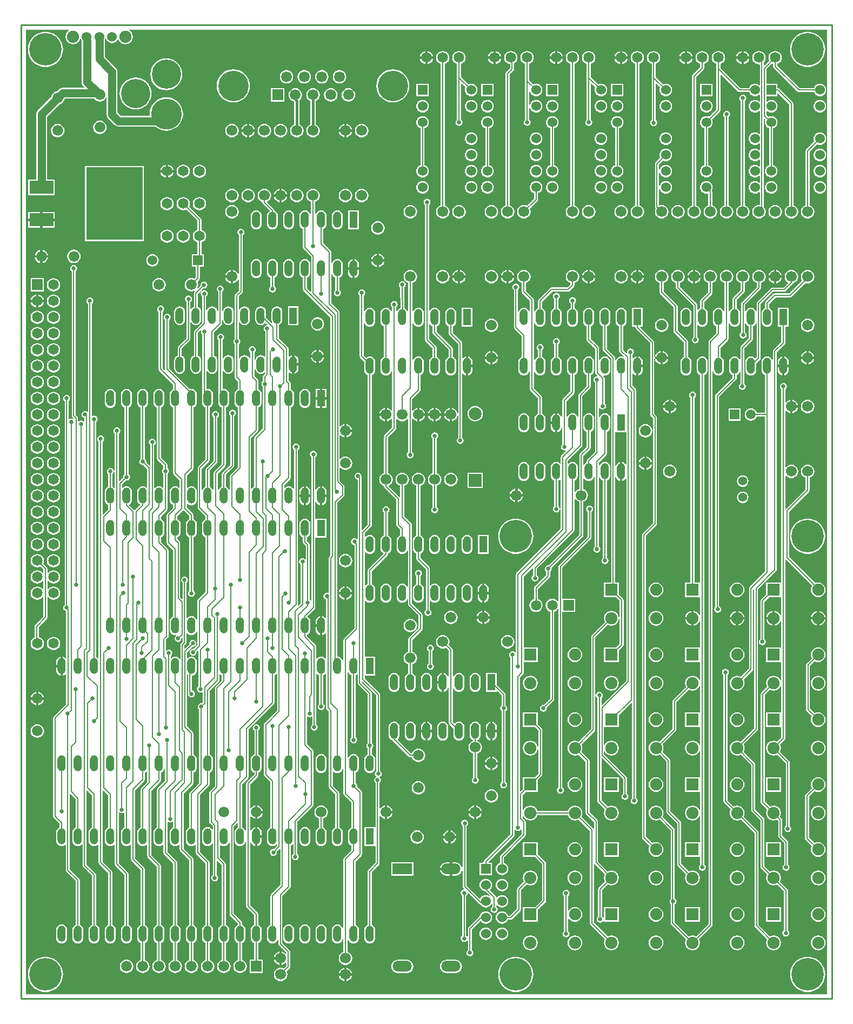
<source format=gtl>
%FSLAX24Y24*%
%MOIN*%
G70*
G01*
G75*
G04 Layer_Physical_Order=1*
G04 Layer_Color=255*
%ADD10R,0.1500X0.0800*%
%ADD11R,0.3500X0.4500*%
%ADD12C,0.0080*%
%ADD13C,0.0500*%
%ADD14C,0.0150*%
%ADD15C,0.0100*%
%ADD16O,0.0500X0.1000*%
%ADD17R,0.0500X0.1000*%
%ADD18C,0.0600*%
%ADD19R,0.0600X0.0600*%
%ADD20C,0.0750*%
%ADD21C,0.0660*%
%ADD22R,0.0660X0.0660*%
%ADD23C,0.0669*%
%ADD24C,0.0787*%
%ADD25R,0.0787X0.0787*%
%ADD26R,0.0650X0.0650*%
%ADD27C,0.0650*%
%ADD28R,0.1200X0.0650*%
%ADD29O,0.1200X0.0650*%
%ADD30C,0.1900*%
%ADD31C,0.1800*%
%ADD32R,0.0650X0.0650*%
%ADD33C,0.1874*%
%ADD34R,0.0665X0.0665*%
%ADD35C,0.0665*%
%ADD36R,0.0591X0.0591*%
%ADD37C,0.0591*%
%ADD38R,0.0750X0.0750*%
%ADD39C,0.0550*%
%ADD40C,0.0260*%
%ADD41C,0.2000*%
%ADD42C,0.0500*%
G36*
X49713Y287D02*
X287D01*
Y59713D01*
X2940D01*
X2956Y59666D01*
X2875Y59605D01*
X2803Y59509D01*
X2757Y59399D01*
X2741Y59280D01*
X2757Y59161D01*
X2803Y59051D01*
X2875Y58955D01*
X2971Y58883D01*
X3081Y58837D01*
X3200Y58821D01*
X3319Y58837D01*
X3429Y58883D01*
X3525Y58955D01*
X3597Y59051D01*
X3631Y59131D01*
X3681D01*
X3698Y59088D01*
X3716Y59065D01*
X3734Y56471D01*
X3734Y56471D01*
X3734D01*
X3745Y56385D01*
X3779Y56304D01*
X3833Y56236D01*
X3890Y56179D01*
X3871Y56133D01*
X2550D01*
X2464Y56122D01*
X2424Y56105D01*
X2384Y56088D01*
X2315Y56035D01*
X2184Y55905D01*
X2143Y55899D01*
X2043Y55858D01*
X1958Y55792D01*
X1892Y55707D01*
X1851Y55607D01*
X1845Y55566D01*
X1015Y54735D01*
X962Y54666D01*
X948Y54633D01*
X928Y54586D01*
X917Y54500D01*
X917Y54500D01*
X917D01*
X917Y54500D01*
X917D01*
Y50480D01*
X420D01*
Y49520D01*
X2080D01*
Y50480D01*
X1583D01*
Y54362D01*
X2316Y55095D01*
X2357Y55101D01*
X2457Y55142D01*
X2542Y55208D01*
X2608Y55293D01*
X2649Y55393D01*
X2655Y55434D01*
X2688Y55467D01*
X4512D01*
X4558Y55408D01*
X4643Y55342D01*
X4743Y55301D01*
X4850Y55286D01*
X4957Y55301D01*
X5057Y55342D01*
X5142Y55408D01*
X5208Y55493D01*
X5228Y55541D01*
X5277Y55532D01*
Y54490D01*
X5277Y54490D01*
X5277D01*
X5288Y54404D01*
X5308Y54357D01*
X5322Y54324D01*
X5375Y54255D01*
X5375Y54255D01*
X5375D01*
Y54255D01*
X5375Y54255D01*
X5775Y53855D01*
Y53855D01*
D01*
Y53855D01*
X5775Y53855D01*
D01*
D01*
X5775D01*
X5775Y53855D01*
Y53855D01*
Y53855D01*
D01*
D01*
X5775D01*
Y53855D01*
X5844Y53802D01*
X5900Y53778D01*
X5924Y53768D01*
X6010Y53757D01*
X8265D01*
X8375Y53667D01*
X8554Y53571D01*
X8748Y53512D01*
X8950Y53493D01*
X9152Y53512D01*
X9346Y53571D01*
X9525Y53667D01*
X9682Y53796D01*
X9811Y53953D01*
X9906Y54131D01*
X9965Y54326D01*
X9985Y54528D01*
X9965Y54729D01*
X9906Y54924D01*
X9811Y55103D01*
X9682Y55259D01*
X9525Y55388D01*
X9346Y55484D01*
X9152Y55543D01*
X8950Y55563D01*
X8748Y55543D01*
X8554Y55484D01*
X8375Y55388D01*
X8218Y55259D01*
X8089Y55103D01*
X7994Y54924D01*
X7935Y54729D01*
X7915Y54528D01*
X7922Y54460D01*
X7888Y54423D01*
X6148D01*
X5943Y54628D01*
Y57130D01*
X5943Y57130D01*
Y57130D01*
X5943D01*
X5943Y57130D01*
D01*
D01*
D01*
D01*
X5943Y57130D01*
D01*
X5932Y57216D01*
X5915Y57256D01*
X5898Y57296D01*
X5845Y57365D01*
X5845Y57365D01*
D01*
D01*
D01*
D01*
X5845Y57365D01*
D01*
D01*
X5845D01*
X5163Y58048D01*
Y59115D01*
X5190Y59180D01*
X5240D01*
X5278Y59088D01*
X5339Y59009D01*
X5418Y58948D01*
X5511Y58910D01*
X5610Y58897D01*
X5709Y58910D01*
X5802Y58948D01*
X5881Y59009D01*
X5942Y59088D01*
X5954Y59118D01*
X6004D01*
X6033Y59051D01*
X6105Y58955D01*
X6201Y58883D01*
X6311Y58837D01*
X6430Y58821D01*
X6549Y58837D01*
X6659Y58883D01*
X6755Y58955D01*
X6827Y59051D01*
X6873Y59161D01*
X6889Y59280D01*
X6873Y59399D01*
X6827Y59509D01*
X6755Y59605D01*
X6659Y59677D01*
X6667Y59713D01*
X49713D01*
Y287D01*
D02*
G37*
%LPC*%
G36*
X35060Y30394D02*
X34978Y30378D01*
X34909Y30331D01*
X34862Y30262D01*
X34846Y30180D01*
X34862Y30098D01*
X34909Y30029D01*
X34928Y30016D01*
Y28491D01*
X33163Y26727D01*
X33137Y26687D01*
X33128Y26640D01*
Y24501D01*
X33080Y24485D01*
X33039Y24539D01*
X32954Y24604D01*
X32856Y24645D01*
X32750Y24658D01*
X32644Y24645D01*
X32546Y24604D01*
X32461Y24539D01*
X32396Y24454D01*
X32355Y24356D01*
X32342Y24250D01*
X32355Y24144D01*
X32396Y24046D01*
X32461Y23961D01*
X32546Y23896D01*
X32628Y23862D01*
Y18511D01*
X32234Y18117D01*
X32200Y18124D01*
X32118Y18108D01*
X32049Y18061D01*
X32002Y17992D01*
X31986Y17910D01*
X32002Y17828D01*
X32049Y17759D01*
X32118Y17712D01*
X32200Y17696D01*
X32282Y17712D01*
X32351Y17759D01*
X32398Y17828D01*
X32414Y17910D01*
X32407Y17944D01*
X32837Y18373D01*
X32863Y18413D01*
D01*
D01*
D01*
Y18413D01*
X32863D01*
D01*
D01*
D01*
D01*
X32863D01*
D01*
D01*
D01*
Y18413D01*
X32863D01*
D01*
Y18413D01*
D01*
D01*
D01*
D01*
D01*
D01*
D01*
D01*
D01*
D01*
D01*
D01*
Y18413D01*
D01*
X32863D01*
D01*
D01*
D01*
D01*
X32863Y18413D01*
X32872Y18460D01*
Y23862D01*
X32954Y23896D01*
X33039Y23961D01*
X33080Y24015D01*
X33128Y23999D01*
Y13021D01*
X33099Y13001D01*
X33052Y12932D01*
X33036Y12850D01*
X33052Y12768D01*
X33099Y12699D01*
X33168Y12652D01*
X33250Y12636D01*
X33332Y12652D01*
X33401Y12699D01*
X33448Y12768D01*
X33464Y12850D01*
X33448Y12932D01*
X33401Y13001D01*
X33372Y13021D01*
Y23845D01*
X34155D01*
Y24655D01*
X33372D01*
Y26589D01*
X35137Y28353D01*
X35163Y28393D01*
D01*
D01*
D01*
Y28393D01*
X35163D01*
D01*
D01*
D01*
D01*
X35163D01*
D01*
D01*
D01*
Y28393D01*
X35163D01*
D01*
Y28393D01*
D01*
D01*
D01*
D01*
D01*
D01*
D01*
D01*
D01*
D01*
D01*
D01*
Y28393D01*
D01*
X35163D01*
D01*
D01*
D01*
D01*
X35163Y28393D01*
X35172Y28440D01*
Y30003D01*
X35211Y30029D01*
X35258Y30098D01*
X35274Y30180D01*
X35258Y30262D01*
X35211Y30331D01*
X35142Y30378D01*
X35060Y30394D01*
D02*
G37*
G36*
X2000Y28408D02*
X1894Y28395D01*
X1796Y28354D01*
X1711Y28289D01*
X1646Y28204D01*
X1605Y28106D01*
X1592Y28000D01*
X1605Y27894D01*
X1646Y27796D01*
X1711Y27711D01*
X1796Y27646D01*
X1894Y27605D01*
X2000Y27592D01*
X2106Y27605D01*
X2204Y27646D01*
X2289Y27711D01*
X2354Y27796D01*
X2395Y27894D01*
X2409Y28000D01*
X2395Y28106D01*
X2354Y28204D01*
X2289Y28289D01*
X2204Y28354D01*
X2106Y28395D01*
X2000Y28408D01*
D02*
G37*
G36*
X1000D02*
X894Y28395D01*
X796Y28354D01*
X711Y28289D01*
X646Y28204D01*
X605Y28106D01*
X592Y28000D01*
X605Y27894D01*
X646Y27796D01*
X711Y27711D01*
X796Y27646D01*
X894Y27605D01*
X1000Y27592D01*
X1106Y27605D01*
X1204Y27646D01*
X1289Y27711D01*
X1354Y27796D01*
X1395Y27894D01*
X1408Y28000D01*
X1395Y28106D01*
X1354Y28204D01*
X1289Y28289D01*
X1204Y28354D01*
X1106Y28395D01*
X1000Y28408D01*
D02*
G37*
G36*
Y29408D02*
X894Y29395D01*
X796Y29354D01*
X711Y29289D01*
X646Y29204D01*
X605Y29106D01*
X592Y29000D01*
X605Y28894D01*
X646Y28796D01*
X711Y28711D01*
X796Y28646D01*
X894Y28605D01*
X1000Y28592D01*
X1106Y28605D01*
X1204Y28646D01*
X1289Y28711D01*
X1354Y28796D01*
X1395Y28894D01*
X1408Y29000D01*
X1395Y29106D01*
X1354Y29204D01*
X1289Y29289D01*
X1204Y29354D01*
X1106Y29395D01*
X1000Y29408D01*
D02*
G37*
G36*
X2000Y30408D02*
X1894Y30395D01*
X1796Y30354D01*
X1711Y30289D01*
X1646Y30204D01*
X1605Y30106D01*
X1592Y30000D01*
X1605Y29894D01*
X1646Y29796D01*
X1711Y29711D01*
X1796Y29646D01*
X1894Y29605D01*
X2000Y29592D01*
X2106Y29605D01*
X2204Y29646D01*
X2289Y29711D01*
X2354Y29796D01*
X2395Y29894D01*
X2409Y30000D01*
X2395Y30106D01*
X2354Y30204D01*
X2289Y30289D01*
X2204Y30354D01*
X2106Y30395D01*
X2000Y30408D01*
D02*
G37*
G36*
X1000D02*
X894Y30395D01*
X796Y30354D01*
X711Y30289D01*
X646Y30204D01*
X605Y30106D01*
X592Y30000D01*
X605Y29894D01*
X646Y29796D01*
X711Y29711D01*
X796Y29646D01*
X894Y29605D01*
X1000Y29592D01*
X1106Y29605D01*
X1204Y29646D01*
X1289Y29711D01*
X1354Y29796D01*
X1395Y29894D01*
X1408Y30000D01*
X1395Y30106D01*
X1354Y30204D01*
X1289Y30289D01*
X1204Y30354D01*
X1106Y30395D01*
X1000Y30408D01*
D02*
G37*
G36*
X2000Y29408D02*
X1894Y29395D01*
X1796Y29354D01*
X1711Y29289D01*
X1646Y29204D01*
X1605Y29106D01*
X1592Y29000D01*
X1605Y28894D01*
X1646Y28796D01*
X1711Y28711D01*
X1796Y28646D01*
X1894Y28605D01*
X2000Y28592D01*
X2106Y28605D01*
X2204Y28646D01*
X2289Y28711D01*
X2354Y28796D01*
X2395Y28894D01*
X2409Y29000D01*
X2395Y29106D01*
X2354Y29204D01*
X2289Y29289D01*
X2204Y29354D01*
X2106Y29395D01*
X2000Y29408D01*
D02*
G37*
G36*
X28830Y28580D02*
X28170D01*
Y27420D01*
X28830D01*
Y28580D01*
D02*
G37*
G36*
X30500Y29583D02*
X30331Y29570D01*
X30165Y29530D01*
X30008Y29465D01*
X29863Y29376D01*
X29734Y29266D01*
X29624Y29137D01*
X29535Y28992D01*
X29470Y28835D01*
X29430Y28669D01*
X29417Y28500D01*
X29430Y28331D01*
X29470Y28165D01*
X29535Y28008D01*
X29624Y27863D01*
X29734Y27734D01*
X29863Y27624D01*
X30008Y27535D01*
X30165Y27470D01*
X30331Y27430D01*
X30500Y27417D01*
X30669Y27430D01*
X30835Y27470D01*
X30992Y27535D01*
X31137Y27624D01*
X31266Y27734D01*
X31376Y27863D01*
X31465Y28008D01*
X31530Y28165D01*
X31570Y28331D01*
X31583Y28500D01*
X31570Y28669D01*
X31530Y28835D01*
X31465Y28992D01*
X31376Y29137D01*
X31266Y29266D01*
X31137Y29376D01*
X30992Y29465D01*
X30835Y29530D01*
X30669Y29570D01*
X30500Y29583D01*
D02*
G37*
G36*
X2000Y27408D02*
X1894Y27395D01*
X1796Y27354D01*
X1711Y27289D01*
X1646Y27204D01*
X1605Y27106D01*
X1592Y27000D01*
X1605Y26894D01*
X1646Y26796D01*
X1711Y26711D01*
X1796Y26646D01*
X1894Y26605D01*
X2000Y26592D01*
X2106Y26605D01*
X2204Y26646D01*
X2289Y26711D01*
X2354Y26796D01*
X2395Y26894D01*
X2409Y27000D01*
X2395Y27106D01*
X2354Y27204D01*
X2289Y27289D01*
X2204Y27354D01*
X2106Y27395D01*
X2000Y27408D01*
D02*
G37*
G36*
X20000Y27414D02*
X19893Y27399D01*
X19793Y27358D01*
X19708Y27292D01*
X19642Y27207D01*
X19601Y27107D01*
X19586Y27000D01*
X19601Y26893D01*
X19642Y26793D01*
X19708Y26708D01*
X19793Y26642D01*
X19893Y26601D01*
X20000Y26586D01*
X20107Y26601D01*
X20207Y26642D01*
X20292Y26708D01*
X20358Y26793D01*
X20399Y26893D01*
X20414Y27000D01*
X20399Y27107D01*
X20358Y27207D01*
X20292Y27292D01*
X20207Y27358D01*
X20107Y27399D01*
X20000Y27414D01*
D02*
G37*
G36*
X48500Y29583D02*
X48331Y29570D01*
X48165Y29530D01*
X48008Y29465D01*
X47863Y29376D01*
X47734Y29266D01*
X47624Y29137D01*
X47535Y28992D01*
X47470Y28835D01*
X47430Y28669D01*
X47417Y28500D01*
X47430Y28331D01*
X47470Y28165D01*
X47535Y28008D01*
X47624Y27863D01*
X47734Y27734D01*
X47863Y27624D01*
X48008Y27535D01*
X48165Y27470D01*
X48331Y27430D01*
X48500Y27417D01*
X48669Y27430D01*
X48835Y27470D01*
X48992Y27535D01*
X49137Y27624D01*
X49266Y27734D01*
X49376Y27863D01*
X49465Y28008D01*
X49530Y28165D01*
X49570Y28331D01*
X49583Y28500D01*
X49570Y28669D01*
X49530Y28835D01*
X49465Y28992D01*
X49376Y29137D01*
X49266Y29266D01*
X49137Y29376D01*
X48992Y29465D01*
X48835Y29530D01*
X48669Y29570D01*
X48500Y29583D01*
D02*
G37*
G36*
X27500Y28583D02*
X27414Y28572D01*
X27334Y28538D01*
X27265Y28485D01*
X27212Y28416D01*
X27178Y28336D01*
X27167Y28250D01*
Y27750D01*
X27178Y27664D01*
X27212Y27584D01*
X27265Y27515D01*
X27334Y27462D01*
X27414Y27428D01*
X27500Y27417D01*
X27586Y27428D01*
X27666Y27462D01*
X27735Y27515D01*
X27788Y27584D01*
X27822Y27664D01*
X27833Y27750D01*
Y28250D01*
X27822Y28336D01*
X27788Y28416D01*
X27735Y28485D01*
X27666Y28538D01*
X27586Y28572D01*
X27500Y28583D01*
D02*
G37*
G36*
X26500D02*
X26414Y28572D01*
X26334Y28538D01*
X26265Y28485D01*
X26212Y28416D01*
X26178Y28336D01*
X26167Y28250D01*
Y27750D01*
X26178Y27664D01*
X26212Y27584D01*
X26265Y27515D01*
X26334Y27462D01*
X26414Y27428D01*
X26500Y27417D01*
X26586Y27428D01*
X26666Y27462D01*
X26735Y27515D01*
X26788Y27584D01*
X26822Y27664D01*
X26833Y27750D01*
Y28250D01*
X26822Y28336D01*
X26788Y28416D01*
X26735Y28485D01*
X26666Y28538D01*
X26586Y28572D01*
X26500Y28583D01*
D02*
G37*
G36*
X25500D02*
X25414Y28572D01*
X25334Y28538D01*
X25265Y28485D01*
X25212Y28416D01*
X25178Y28336D01*
X25167Y28250D01*
Y27750D01*
X25178Y27664D01*
X25212Y27584D01*
X25265Y27515D01*
X25334Y27462D01*
X25414Y27428D01*
X25500Y27417D01*
X25586Y27428D01*
X25666Y27462D01*
X25735Y27515D01*
X25788Y27584D01*
X25822Y27664D01*
X25833Y27750D01*
Y28250D01*
X25822Y28336D01*
X25788Y28416D01*
X25735Y28485D01*
X25666Y28538D01*
X25586Y28572D01*
X25500Y28583D01*
D02*
G37*
G36*
Y34904D02*
X25418Y34888D01*
X25349Y34841D01*
X25302Y34772D01*
X25286Y34690D01*
X25302Y34608D01*
X25349Y34539D01*
X25378Y34519D01*
Y32398D01*
X25291Y32362D01*
X25204Y32296D01*
X25138Y32209D01*
X25096Y32108D01*
X25082Y32000D01*
X25096Y31892D01*
X25138Y31791D01*
X25204Y31704D01*
X25291Y31638D01*
X25378Y31602D01*
Y30311D01*
X25349Y30291D01*
X25302Y30222D01*
X25286Y30140D01*
X25302Y30058D01*
X25349Y29989D01*
X25418Y29942D01*
X25500Y29926D01*
X25582Y29942D01*
X25651Y29989D01*
X25698Y30058D01*
X25714Y30140D01*
X25698Y30222D01*
X25651Y30291D01*
X25622Y30311D01*
Y31602D01*
X25709Y31638D01*
X25796Y31704D01*
X25862Y31791D01*
X25904Y31892D01*
X25918Y32000D01*
X25904Y32108D01*
X25862Y32209D01*
X25796Y32296D01*
X25709Y32362D01*
X25622Y32398D01*
Y34519D01*
X25651Y34539D01*
X25698Y34608D01*
X25714Y34690D01*
X25698Y34772D01*
X25651Y34841D01*
X25582Y34888D01*
X25500Y34904D01*
D02*
G37*
G36*
X18575Y31573D02*
Y31075D01*
X18833D01*
Y31250D01*
X18822Y31336D01*
X18788Y31416D01*
X18735Y31485D01*
X18666Y31538D01*
X18586Y31572D01*
X18575Y31573D01*
D02*
G37*
G36*
X17575D02*
Y31075D01*
X17833D01*
Y31250D01*
X17822Y31336D01*
X17788Y31416D01*
X17735Y31485D01*
X17666Y31538D01*
X17586Y31572D01*
X17575Y31573D01*
D02*
G37*
G36*
X17425D02*
X17414Y31572D01*
X17334Y31538D01*
X17265Y31485D01*
X17212Y31416D01*
X17178Y31336D01*
X17167Y31250D01*
Y31075D01*
X17425D01*
Y31573D01*
D02*
G37*
G36*
X30465Y31438D02*
X30432Y31434D01*
X30331Y31392D01*
X30244Y31326D01*
X30178Y31239D01*
X30136Y31138D01*
X30132Y31105D01*
X30465D01*
Y31438D01*
D02*
G37*
G36*
X44500Y32258D02*
X44407Y32246D01*
X44321Y32210D01*
X44247Y32153D01*
X44190Y32079D01*
X44154Y31993D01*
X44142Y31900D01*
X44154Y31807D01*
X44190Y31721D01*
X44247Y31647D01*
X44321Y31590D01*
X44407Y31554D01*
X44500Y31542D01*
X44593Y31554D01*
X44679Y31590D01*
X44753Y31647D01*
X44810Y31721D01*
X44846Y31807D01*
X44858Y31900D01*
X44846Y31993D01*
X44810Y32079D01*
X44753Y32153D01*
X44679Y32210D01*
X44593Y32246D01*
X44500Y32258D01*
D02*
G37*
G36*
X28474Y32415D02*
X27526D01*
Y31467D01*
X28474D01*
Y32415D01*
D02*
G37*
G36*
X30615Y31438D02*
Y31105D01*
X30948D01*
X30944Y31138D01*
X30902Y31239D01*
X30836Y31326D01*
X30749Y31392D01*
X30648Y31434D01*
X30615Y31438D01*
D02*
G37*
G36*
X30948Y30955D02*
X30615D01*
Y30622D01*
X30648Y30626D01*
X30749Y30668D01*
X30836Y30734D01*
X30902Y30821D01*
X30944Y30922D01*
X30948Y30955D01*
D02*
G37*
G36*
X18833Y30925D02*
X18575D01*
Y30427D01*
X18586Y30428D01*
X18666Y30462D01*
X18735Y30515D01*
X18788Y30584D01*
X18822Y30664D01*
X18833Y30750D01*
Y30925D01*
D02*
G37*
G36*
X17833D02*
X17575D01*
Y30427D01*
X17586Y30428D01*
X17666Y30462D01*
X17735Y30515D01*
X17788Y30584D01*
X17822Y30664D01*
X17833Y30750D01*
Y30925D01*
D02*
G37*
G36*
X17425D02*
X17167D01*
Y30750D01*
X17178Y30664D01*
X17212Y30584D01*
X17265Y30515D01*
X17334Y30462D01*
X17414Y30428D01*
X17425Y30427D01*
Y30925D01*
D02*
G37*
G36*
X44500Y31258D02*
X44407Y31246D01*
X44321Y31210D01*
X44247Y31153D01*
X44190Y31079D01*
X44154Y30993D01*
X44142Y30900D01*
X44154Y30807D01*
X44190Y30721D01*
X44247Y30647D01*
X44321Y30590D01*
X44407Y30554D01*
X44500Y30542D01*
X44593Y30554D01*
X44679Y30590D01*
X44753Y30647D01*
X44810Y30721D01*
X44846Y30807D01*
X44858Y30900D01*
X44846Y30993D01*
X44810Y31079D01*
X44753Y31153D01*
X44679Y31210D01*
X44593Y31246D01*
X44500Y31258D01*
D02*
G37*
G36*
X30465Y30955D02*
X30132D01*
X30136Y30922D01*
X30178Y30821D01*
X30244Y30734D01*
X30331Y30668D01*
X30432Y30626D01*
X30465Y30622D01*
Y30955D01*
D02*
G37*
G36*
X2000Y31408D02*
X1894Y31395D01*
X1796Y31354D01*
X1711Y31289D01*
X1646Y31204D01*
X1605Y31106D01*
X1592Y31000D01*
X1605Y30894D01*
X1646Y30796D01*
X1711Y30711D01*
X1796Y30646D01*
X1894Y30605D01*
X2000Y30592D01*
X2106Y30605D01*
X2204Y30646D01*
X2289Y30711D01*
X2354Y30796D01*
X2395Y30894D01*
X2409Y31000D01*
X2395Y31106D01*
X2354Y31204D01*
X2289Y31289D01*
X2204Y31354D01*
X2106Y31395D01*
X2000Y31408D01*
D02*
G37*
G36*
X1000D02*
X894Y31395D01*
X796Y31354D01*
X711Y31289D01*
X646Y31204D01*
X605Y31106D01*
X592Y31000D01*
X605Y30894D01*
X646Y30796D01*
X711Y30711D01*
X796Y30646D01*
X894Y30605D01*
X1000Y30592D01*
X1106Y30605D01*
X1204Y30646D01*
X1289Y30711D01*
X1354Y30796D01*
X1395Y30894D01*
X1408Y31000D01*
X1395Y31106D01*
X1354Y31204D01*
X1289Y31289D01*
X1204Y31354D01*
X1106Y31395D01*
X1000Y31408D01*
D02*
G37*
G36*
X49075Y23899D02*
X49031Y23893D01*
X48921Y23847D01*
X48825Y23775D01*
X48753Y23679D01*
X48707Y23569D01*
X48701Y23525D01*
X49075D01*
Y23899D01*
D02*
G37*
G36*
X46325D02*
X46281Y23893D01*
X46171Y23847D01*
X46075Y23775D01*
X46003Y23679D01*
X45957Y23569D01*
X45951Y23525D01*
X46325D01*
Y23899D01*
D02*
G37*
G36*
X44225D02*
Y23525D01*
X44599D01*
X44593Y23569D01*
X44547Y23679D01*
X44475Y23775D01*
X44379Y23847D01*
X44269Y23893D01*
X44225Y23899D01*
D02*
G37*
G36*
X49225D02*
Y23525D01*
X49599D01*
X49593Y23569D01*
X49547Y23679D01*
X49475Y23775D01*
X49379Y23847D01*
X49269Y23893D01*
X49225Y23899D01*
D02*
G37*
G36*
X22500Y25583D02*
X22414Y25572D01*
X22334Y25538D01*
X22265Y25485D01*
X22212Y25416D01*
X22178Y25336D01*
X22167Y25250D01*
Y24750D01*
X22178Y24664D01*
X22212Y24584D01*
X22265Y24515D01*
X22334Y24462D01*
X22414Y24428D01*
X22500Y24417D01*
X22586Y24428D01*
X22666Y24462D01*
X22735Y24515D01*
X22788Y24584D01*
X22822Y24664D01*
X22833Y24750D01*
Y25250D01*
X22822Y25336D01*
X22788Y25416D01*
X22735Y25485D01*
X22666Y25538D01*
X22586Y25572D01*
X22500Y25583D01*
D02*
G37*
G36*
X28575Y23904D02*
Y23575D01*
X28904D01*
X28899Y23607D01*
X28858Y23707D01*
X28792Y23792D01*
X28707Y23858D01*
X28607Y23899D01*
X28575Y23904D01*
D02*
G37*
G36*
X28425D02*
X28393Y23899D01*
X28293Y23858D01*
X28208Y23792D01*
X28142Y23707D01*
X28101Y23607D01*
X28096Y23575D01*
X28425D01*
Y23904D01*
D02*
G37*
G36*
X44075Y23899D02*
X44031Y23893D01*
X43921Y23847D01*
X43825Y23775D01*
X43753Y23679D01*
X43707Y23569D01*
X43701Y23525D01*
X44075D01*
Y23899D01*
D02*
G37*
G36*
X18425Y23573D02*
X18414Y23572D01*
X18334Y23538D01*
X18265Y23485D01*
X18212Y23416D01*
X18178Y23336D01*
X18167Y23250D01*
Y23075D01*
X18425D01*
Y23573D01*
D02*
G37*
G36*
X49599Y23375D02*
X49225D01*
Y23001D01*
X49269Y23007D01*
X49379Y23053D01*
X49475Y23125D01*
X49547Y23221D01*
X49593Y23331D01*
X49599Y23375D01*
D02*
G37*
G36*
X49075D02*
X48701D01*
X48707Y23331D01*
X48753Y23221D01*
X48825Y23125D01*
X48921Y23053D01*
X49031Y23007D01*
X49075Y23001D01*
Y23375D01*
D02*
G37*
G36*
X26500Y23914D02*
X26393Y23899D01*
X26293Y23858D01*
X26208Y23792D01*
X26142Y23707D01*
X26101Y23607D01*
X26086Y23500D01*
X26101Y23393D01*
X26142Y23293D01*
X26208Y23208D01*
X26293Y23142D01*
X26393Y23101D01*
X26500Y23086D01*
X26607Y23101D01*
X26707Y23142D01*
X26792Y23208D01*
X26858Y23293D01*
X26899Y23393D01*
X26914Y23500D01*
X26899Y23607D01*
X26858Y23707D01*
X26792Y23792D01*
X26707Y23858D01*
X26607Y23899D01*
X26500Y23914D01*
D02*
G37*
G36*
X41325Y23899D02*
X41281Y23893D01*
X41171Y23847D01*
X41075Y23775D01*
X41003Y23679D01*
X40957Y23569D01*
X40951Y23525D01*
X41325D01*
Y23899D01*
D02*
G37*
G36*
X28904Y23425D02*
X28575D01*
Y23096D01*
X28607Y23101D01*
X28707Y23142D01*
X28792Y23208D01*
X28858Y23293D01*
X28899Y23393D01*
X28904Y23425D01*
D02*
G37*
G36*
X28425D02*
X28096D01*
X28101Y23393D01*
X28142Y23293D01*
X28208Y23208D01*
X28293Y23142D01*
X28393Y23101D01*
X28425Y23096D01*
Y23425D01*
D02*
G37*
G36*
X24500Y26444D02*
X24418Y26428D01*
X24349Y26381D01*
X24302Y26312D01*
X24286Y26230D01*
X24302Y26148D01*
X24349Y26079D01*
X24378Y26059D01*
Y25557D01*
X24334Y25538D01*
X24265Y25485D01*
X24212Y25416D01*
X24178Y25336D01*
X24167Y25250D01*
Y24750D01*
X24178Y24664D01*
X24212Y24584D01*
X24265Y24515D01*
X24334Y24462D01*
X24414Y24428D01*
X24500Y24417D01*
X24586Y24428D01*
X24666Y24462D01*
X24735Y24515D01*
X24788Y24584D01*
X24822Y24664D01*
X24833Y24750D01*
Y25250D01*
X24822Y25336D01*
X24788Y25416D01*
X24735Y25485D01*
X24666Y25538D01*
X24622Y25557D01*
Y26059D01*
X24651Y26079D01*
X24698Y26148D01*
X24714Y26230D01*
X24698Y26312D01*
X24651Y26381D01*
X24582Y26428D01*
X24500Y26444D01*
D02*
G37*
G36*
X20075Y25404D02*
Y25075D01*
X20404D01*
X20399Y25107D01*
X20358Y25207D01*
X20292Y25292D01*
X20207Y25358D01*
X20107Y25399D01*
X20075Y25404D01*
D02*
G37*
G36*
X19925D02*
X19893Y25399D01*
X19793Y25358D01*
X19708Y25292D01*
X19642Y25207D01*
X19601Y25107D01*
X19596Y25075D01*
X19925D01*
Y25404D01*
D02*
G37*
G36*
X44150Y25659D02*
X44031Y25643D01*
X43921Y25597D01*
X43825Y25525D01*
X43753Y25429D01*
X43707Y25319D01*
X43691Y25200D01*
X43707Y25081D01*
X43753Y24971D01*
X43825Y24875D01*
X43921Y24803D01*
X44031Y24757D01*
X44150Y24741D01*
X44269Y24757D01*
X44379Y24803D01*
X44475Y24875D01*
X44547Y24971D01*
X44593Y25081D01*
X44609Y25200D01*
X44593Y25319D01*
X44547Y25429D01*
X44475Y25525D01*
X44379Y25597D01*
X44269Y25643D01*
X44150Y25659D01*
D02*
G37*
G36*
X28425Y25573D02*
X28414Y25572D01*
X28334Y25538D01*
X28265Y25485D01*
X28212Y25416D01*
X28178Y25336D01*
X28167Y25250D01*
Y25075D01*
X28425D01*
Y25573D01*
D02*
G37*
G36*
X1000Y27408D02*
X894Y27395D01*
X796Y27354D01*
X711Y27289D01*
X646Y27204D01*
X605Y27106D01*
X592Y27000D01*
X605Y26894D01*
X646Y26796D01*
X711Y26711D01*
X796Y26646D01*
X894Y26605D01*
X1000Y26592D01*
X1106Y26605D01*
X1188Y26639D01*
X1378Y26449D01*
Y26251D01*
X1330Y26235D01*
X1289Y26289D01*
X1204Y26354D01*
X1106Y26395D01*
X1000Y26408D01*
X894Y26395D01*
X796Y26354D01*
X711Y26289D01*
X646Y26204D01*
X605Y26106D01*
X592Y26000D01*
X605Y25894D01*
X646Y25796D01*
X711Y25711D01*
X796Y25646D01*
X894Y25605D01*
X1000Y25592D01*
X1106Y25605D01*
X1204Y25646D01*
X1289Y25711D01*
X1330Y25765D01*
X1378Y25749D01*
Y25251D01*
X1330Y25235D01*
X1289Y25289D01*
X1204Y25354D01*
X1106Y25395D01*
X1000Y25408D01*
X894Y25395D01*
X796Y25354D01*
X711Y25289D01*
X646Y25204D01*
X605Y25106D01*
X592Y25000D01*
X605Y24894D01*
X646Y24796D01*
X711Y24711D01*
X796Y24646D01*
X894Y24605D01*
X1000Y24592D01*
X1106Y24605D01*
X1204Y24646D01*
X1289Y24711D01*
X1330Y24765D01*
X1378Y24749D01*
Y23551D01*
X873Y23047D01*
X847Y23007D01*
X838Y22960D01*
Y22271D01*
X796Y22254D01*
X711Y22189D01*
X646Y22104D01*
X605Y22006D01*
X592Y21900D01*
X605Y21794D01*
X646Y21696D01*
X711Y21611D01*
X796Y21546D01*
X894Y21505D01*
X1000Y21492D01*
X1106Y21505D01*
X1204Y21546D01*
X1289Y21611D01*
X1354Y21696D01*
X1395Y21794D01*
X1408Y21900D01*
X1395Y22006D01*
X1354Y22104D01*
X1289Y22189D01*
X1204Y22254D01*
X1106Y22295D01*
X1082Y22298D01*
Y22909D01*
X1587Y23413D01*
X1613Y23453D01*
D01*
D01*
D01*
Y23453D01*
X1613D01*
D01*
D01*
D01*
D01*
X1613D01*
D01*
D01*
D01*
Y23453D01*
X1613D01*
D01*
Y23453D01*
D01*
D01*
D01*
D01*
D01*
D01*
D01*
D01*
D01*
D01*
D01*
D01*
Y23453D01*
D01*
X1613D01*
D01*
D01*
D01*
D01*
X1613Y23453D01*
X1622Y23500D01*
Y24749D01*
X1670Y24765D01*
X1711Y24711D01*
X1796Y24646D01*
X1894Y24605D01*
X2000Y24592D01*
X2106Y24605D01*
X2204Y24646D01*
X2289Y24711D01*
X2354Y24796D01*
X2395Y24894D01*
X2409Y25000D01*
X2395Y25106D01*
X2354Y25204D01*
X2289Y25289D01*
X2204Y25354D01*
X2106Y25395D01*
X2000Y25408D01*
X1894Y25395D01*
X1796Y25354D01*
X1711Y25289D01*
X1670Y25235D01*
X1622Y25251D01*
Y25749D01*
X1670Y25765D01*
X1711Y25711D01*
X1796Y25646D01*
X1894Y25605D01*
X2000Y25592D01*
X2106Y25605D01*
X2204Y25646D01*
X2289Y25711D01*
X2354Y25796D01*
X2395Y25894D01*
X2409Y26000D01*
X2395Y26106D01*
X2354Y26204D01*
X2289Y26289D01*
X2204Y26354D01*
X2106Y26395D01*
X2000Y26408D01*
X1894Y26395D01*
X1796Y26354D01*
X1711Y26289D01*
X1670Y26235D01*
X1622Y26251D01*
Y26500D01*
X1613Y26547D01*
X1587Y26587D01*
Y26587D01*
D01*
D01*
D01*
X1587D01*
X1587D01*
Y26587D01*
D01*
D01*
D01*
D01*
X1587D01*
D01*
D01*
D01*
X1587D01*
X1361Y26812D01*
X1395Y26894D01*
X1408Y27000D01*
X1395Y27106D01*
X1354Y27204D01*
X1289Y27289D01*
X1204Y27354D01*
X1106Y27395D01*
X1000Y27408D01*
D02*
G37*
G36*
X42000Y39583D02*
X41914Y39572D01*
X41834Y39538D01*
X41765Y39485D01*
X41712Y39416D01*
X41678Y39336D01*
X41667Y39250D01*
Y38750D01*
X41678Y38664D01*
X41712Y38584D01*
X41765Y38515D01*
X41834Y38462D01*
X41878Y38443D01*
Y25655D01*
X41855D01*
X41842Y25655D01*
Y25655D01*
Y25655D01*
D01*
D01*
D01*
X41522D01*
Y37029D01*
X41551Y37049D01*
X41598Y37118D01*
X41614Y37200D01*
X41598Y37282D01*
X41551Y37351D01*
X41482Y37398D01*
X41400Y37414D01*
X41318Y37398D01*
X41249Y37351D01*
X41202Y37282D01*
X41186Y37200D01*
X41202Y37118D01*
X41249Y37049D01*
X41278Y37029D01*
Y25655D01*
X40945D01*
Y24745D01*
X41842D01*
X41878Y24710D01*
Y23614D01*
X41829Y23604D01*
X41797Y23679D01*
X41725Y23775D01*
X41629Y23847D01*
X41519Y23893D01*
X41475Y23899D01*
Y23450D01*
Y23001D01*
X41519Y23007D01*
X41629Y23053D01*
X41725Y23125D01*
X41797Y23221D01*
X41829Y23296D01*
X41878Y23286D01*
Y21655D01*
X41855D01*
X41842Y21655D01*
Y21655D01*
Y21655D01*
D01*
D01*
D01*
X40945D01*
Y20745D01*
X41842D01*
X41878Y20710D01*
Y19614D01*
X41829Y19604D01*
X41797Y19679D01*
X41725Y19775D01*
X41629Y19847D01*
X41519Y19893D01*
X41400Y19909D01*
X41281Y19893D01*
X41171Y19847D01*
X41075Y19775D01*
X41003Y19679D01*
X40957Y19569D01*
X40941Y19450D01*
X40957Y19331D01*
X41001Y19224D01*
X40203Y18427D01*
X40177Y18387D01*
X40168Y18340D01*
Y16641D01*
X39376Y15849D01*
X39269Y15893D01*
X39150Y15909D01*
X39031Y15893D01*
X38921Y15847D01*
X38825Y15775D01*
X38753Y15679D01*
X38707Y15569D01*
X38691Y15450D01*
X38707Y15331D01*
X38753Y15221D01*
X38825Y15125D01*
X38921Y15053D01*
X39031Y15007D01*
X39150Y14991D01*
X39269Y15007D01*
X39376Y15051D01*
X39788Y14639D01*
Y11520D01*
X39788Y11520D01*
X39788Y11520D01*
X39797Y11473D01*
X39823Y11433D01*
X40448Y10809D01*
Y8280D01*
X40448Y8280D01*
X40448D01*
X40457Y8233D01*
X40483Y8193D01*
X41001Y7676D01*
X40957Y7569D01*
X40941Y7450D01*
X40957Y7331D01*
X41003Y7221D01*
X41075Y7125D01*
X41171Y7053D01*
X41281Y7007D01*
X41400Y6991D01*
X41519Y7007D01*
X41629Y7053D01*
X41725Y7125D01*
X41797Y7221D01*
X41843Y7331D01*
X41859Y7450D01*
X41843Y7569D01*
X41797Y7679D01*
X41725Y7775D01*
X41629Y7847D01*
X41519Y7893D01*
X41400Y7909D01*
X41281Y7893D01*
X41174Y7849D01*
X40692Y8331D01*
Y10860D01*
X40683Y10907D01*
X40657Y10947D01*
Y10947D01*
D01*
D01*
D01*
X40657D01*
X40657D01*
Y10947D01*
D01*
D01*
D01*
D01*
X40657D01*
D01*
D01*
D01*
X40657D01*
X40032Y11571D01*
Y14690D01*
X40023Y14737D01*
X39997Y14777D01*
Y14777D01*
D01*
D01*
D01*
X39997D01*
X39997D01*
Y14777D01*
D01*
D01*
D01*
D01*
X39997D01*
D01*
D01*
D01*
X39997D01*
X39549Y15224D01*
X39593Y15331D01*
X39609Y15450D01*
X39593Y15569D01*
X39549Y15676D01*
X40377Y16503D01*
X40403Y16543D01*
D01*
D01*
D01*
Y16543D01*
X40403D01*
D01*
D01*
D01*
D01*
X40403D01*
D01*
D01*
D01*
Y16543D01*
X40403D01*
D01*
Y16543D01*
D01*
D01*
D01*
D01*
D01*
D01*
D01*
D01*
D01*
D01*
D01*
D01*
Y16543D01*
D01*
X40403D01*
D01*
D01*
D01*
D01*
X40403Y16543D01*
X40412Y16590D01*
Y18289D01*
X41174Y19051D01*
X41281Y19007D01*
X41400Y18991D01*
X41519Y19007D01*
X41629Y19053D01*
X41725Y19125D01*
X41797Y19221D01*
X41829Y19296D01*
X41878Y19286D01*
Y17655D01*
X41855D01*
X41842Y17655D01*
Y17655D01*
Y17655D01*
D01*
D01*
D01*
X40945D01*
Y16745D01*
X41842D01*
X41878Y16710D01*
Y15614D01*
X41829Y15604D01*
X41797Y15679D01*
X41725Y15775D01*
X41629Y15847D01*
X41519Y15893D01*
X41400Y15909D01*
X41281Y15893D01*
X41171Y15847D01*
X41075Y15775D01*
X41003Y15679D01*
X40957Y15569D01*
X40941Y15450D01*
X40957Y15331D01*
X41003Y15221D01*
X41075Y15125D01*
X41171Y15053D01*
X41281Y15007D01*
X41400Y14991D01*
X41519Y15007D01*
X41629Y15053D01*
X41725Y15125D01*
X41797Y15221D01*
X41829Y15296D01*
X41878Y15286D01*
Y13655D01*
X41855D01*
X41842Y13655D01*
Y13655D01*
Y13655D01*
D01*
D01*
D01*
X40945D01*
Y12745D01*
X41842D01*
X41878Y12710D01*
Y11614D01*
X41829Y11604D01*
X41797Y11679D01*
X41725Y11775D01*
X41629Y11847D01*
X41519Y11893D01*
X41400Y11909D01*
X41281Y11893D01*
X41171Y11847D01*
X41075Y11775D01*
X41003Y11679D01*
X40957Y11569D01*
X40941Y11450D01*
X40957Y11331D01*
X41003Y11221D01*
X41075Y11125D01*
X41171Y11053D01*
X41281Y11007D01*
X41400Y10991D01*
X41519Y11007D01*
X41629Y11053D01*
X41725Y11125D01*
X41797Y11221D01*
X41829Y11296D01*
X41878Y11286D01*
Y9655D01*
X41855D01*
X41842Y9655D01*
Y9655D01*
Y9655D01*
D01*
D01*
D01*
X40945D01*
Y8745D01*
X41842D01*
X41878Y8710D01*
Y8271D01*
X41849Y8251D01*
X41802Y8182D01*
X41786Y8100D01*
X41802Y8018D01*
X41849Y7949D01*
X41918Y7902D01*
X42000Y7886D01*
X42082Y7902D01*
X42151Y7949D01*
X42198Y8018D01*
X42214Y8100D01*
X42198Y8182D01*
X42151Y8251D01*
X42122Y8271D01*
Y38443D01*
X42166Y38462D01*
X42235Y38515D01*
X42288Y38584D01*
X42322Y38664D01*
X42333Y38750D01*
Y39250D01*
X42322Y39336D01*
X42288Y39416D01*
X42235Y39485D01*
X42166Y39538D01*
X42086Y39572D01*
X42000Y39583D01*
D02*
G37*
G36*
X28575Y25573D02*
Y25075D01*
X28833D01*
Y25250D01*
X28822Y25336D01*
X28788Y25416D01*
X28735Y25485D01*
X28666Y25538D01*
X28586Y25572D01*
X28575Y25573D01*
D02*
G37*
G36*
X39150Y25659D02*
X39031Y25643D01*
X38921Y25597D01*
X38825Y25525D01*
X38753Y25429D01*
X38707Y25319D01*
X38691Y25200D01*
X38707Y25081D01*
X38753Y24971D01*
X38825Y24875D01*
X38921Y24803D01*
X39031Y24757D01*
X39150Y24741D01*
X39269Y24757D01*
X39379Y24803D01*
X39475Y24875D01*
X39547Y24971D01*
X39593Y25081D01*
X39609Y25200D01*
X39593Y25319D01*
X39547Y25429D01*
X39475Y25525D01*
X39379Y25597D01*
X39269Y25643D01*
X39150Y25659D01*
D02*
G37*
G36*
X27500Y25583D02*
X27414Y25572D01*
X27334Y25538D01*
X27265Y25485D01*
X27212Y25416D01*
X27178Y25336D01*
X27167Y25250D01*
Y24750D01*
X27178Y24664D01*
X27212Y24584D01*
X27265Y24515D01*
X27334Y24462D01*
X27414Y24428D01*
X27500Y24417D01*
X27586Y24428D01*
X27666Y24462D01*
X27735Y24515D01*
X27788Y24584D01*
X27822Y24664D01*
X27833Y24750D01*
Y25250D01*
X27822Y25336D01*
X27788Y25416D01*
X27735Y25485D01*
X27666Y25538D01*
X27586Y25572D01*
X27500Y25583D01*
D02*
G37*
G36*
X26500D02*
X26414Y25572D01*
X26334Y25538D01*
X26265Y25485D01*
X26212Y25416D01*
X26178Y25336D01*
X26167Y25250D01*
Y24750D01*
X26178Y24664D01*
X26212Y24584D01*
X26265Y24515D01*
X26334Y24462D01*
X26414Y24428D01*
X26500Y24417D01*
X26586Y24428D01*
X26666Y24462D01*
X26735Y24515D01*
X26788Y24584D01*
X26822Y24664D01*
X26833Y24750D01*
Y25250D01*
X26822Y25336D01*
X26788Y25416D01*
X26735Y25485D01*
X26666Y25538D01*
X26586Y25572D01*
X26500Y25583D01*
D02*
G37*
G36*
X24500Y32418D02*
X24392Y32404D01*
X24291Y32362D01*
X24204Y32296D01*
X24138Y32209D01*
X24096Y32108D01*
X24082Y32000D01*
X24096Y31892D01*
X24138Y31791D01*
X24204Y31704D01*
X24291Y31638D01*
X24378Y31602D01*
Y28557D01*
X24334Y28538D01*
X24265Y28485D01*
X24212Y28416D01*
X24178Y28336D01*
X24167Y28250D01*
Y27750D01*
X24178Y27664D01*
X24212Y27584D01*
X24265Y27515D01*
X24334Y27462D01*
X24378Y27443D01*
Y27120D01*
X24378Y27120D01*
X24378D01*
X24387Y27073D01*
X24413Y27033D01*
X24968Y26479D01*
Y23971D01*
X24939Y23951D01*
X24892Y23882D01*
X24876Y23800D01*
X24892Y23718D01*
X24939Y23649D01*
X25008Y23602D01*
X25090Y23586D01*
X25172Y23602D01*
X25241Y23649D01*
X25288Y23718D01*
X25304Y23800D01*
X25288Y23882D01*
X25241Y23951D01*
X25212Y23971D01*
Y24505D01*
X25260Y24521D01*
X25265Y24515D01*
X25334Y24462D01*
X25414Y24428D01*
X25500Y24417D01*
X25586Y24428D01*
X25666Y24462D01*
X25735Y24515D01*
X25788Y24584D01*
X25822Y24664D01*
X25833Y24750D01*
Y25250D01*
X25822Y25336D01*
X25788Y25416D01*
X25735Y25485D01*
X25666Y25538D01*
X25586Y25572D01*
X25500Y25583D01*
X25414Y25572D01*
X25334Y25538D01*
X25265Y25485D01*
X25260Y25479D01*
X25212Y25495D01*
Y26530D01*
X25203Y26577D01*
X25177Y26617D01*
X24622Y27171D01*
Y27443D01*
X24666Y27462D01*
X24735Y27515D01*
X24788Y27584D01*
X24822Y27664D01*
X24833Y27750D01*
Y28250D01*
X24822Y28336D01*
X24788Y28416D01*
X24735Y28485D01*
X24666Y28538D01*
X24622Y28557D01*
Y31602D01*
X24709Y31638D01*
X24796Y31704D01*
X24862Y31791D01*
X24904Y31892D01*
X24918Y32000D01*
X24904Y32108D01*
X24862Y32209D01*
X24796Y32296D01*
X24709Y32362D01*
X24608Y32404D01*
X24500Y32418D01*
D02*
G37*
G36*
X28425Y24925D02*
X28167D01*
Y24750D01*
X28178Y24664D01*
X28212Y24584D01*
X28265Y24515D01*
X28334Y24462D01*
X28414Y24428D01*
X28425Y24427D01*
Y24925D01*
D02*
G37*
G36*
X20404D02*
X20075D01*
Y24596D01*
X20107Y24601D01*
X20207Y24642D01*
X20292Y24708D01*
X20358Y24793D01*
X20399Y24893D01*
X20404Y24925D01*
D02*
G37*
G36*
X19925D02*
X19596D01*
X19601Y24893D01*
X19642Y24793D01*
X19708Y24708D01*
X19793Y24642D01*
X19893Y24601D01*
X19925Y24596D01*
Y24925D01*
D02*
G37*
G36*
X28833D02*
X28575D01*
Y24427D01*
X28586Y24428D01*
X28666Y24462D01*
X28735Y24515D01*
X28788Y24584D01*
X28822Y24664D01*
X28833Y24750D01*
Y24925D01*
D02*
G37*
G36*
X5500Y37583D02*
X5414Y37572D01*
X5334Y37538D01*
X5265Y37485D01*
X5212Y37416D01*
X5178Y37336D01*
X5167Y37250D01*
Y36750D01*
X5178Y36664D01*
X5212Y36584D01*
X5265Y36515D01*
X5334Y36462D01*
X5414Y36428D01*
X5500Y36417D01*
X5586Y36428D01*
X5666Y36462D01*
X5735Y36515D01*
X5788Y36584D01*
X5822Y36664D01*
X5833Y36750D01*
Y37250D01*
X5822Y37336D01*
X5788Y37416D01*
X5735Y37485D01*
X5666Y37538D01*
X5586Y37572D01*
X5500Y37583D01*
D02*
G37*
G36*
X47908Y36425D02*
X47575D01*
Y36092D01*
X47608Y36096D01*
X47709Y36138D01*
X47796Y36204D01*
X47862Y36291D01*
X47904Y36392D01*
X47908Y36425D01*
D02*
G37*
G36*
X47000Y37954D02*
X46918Y37938D01*
X46849Y37891D01*
X46802Y37822D01*
X46786Y37740D01*
X46802Y37658D01*
X46849Y37589D01*
X46878Y37569D01*
Y25655D01*
X46878D01*
X46855D01*
X46842Y25655D01*
Y25655D01*
Y25655D01*
D01*
D01*
D01*
X45945D01*
Y24918D01*
X45623Y24597D01*
X45597Y24557D01*
X45588Y24510D01*
Y22171D01*
X45559Y22151D01*
X45512Y22082D01*
X45496Y22000D01*
X45512Y21918D01*
X45559Y21849D01*
X45628Y21802D01*
X45710Y21786D01*
X45792Y21802D01*
X45861Y21849D01*
X45908Y21918D01*
X45924Y22000D01*
X45908Y22082D01*
X45861Y22151D01*
X45832Y22171D01*
Y24459D01*
X46118Y24745D01*
X46842D01*
X46878Y24710D01*
Y23614D01*
X46829Y23604D01*
X46797Y23679D01*
X46725Y23775D01*
X46629Y23847D01*
X46519Y23893D01*
X46475Y23899D01*
Y23450D01*
Y23001D01*
X46519Y23007D01*
X46629Y23053D01*
X46725Y23125D01*
X46797Y23221D01*
X46829Y23296D01*
X46878Y23286D01*
Y21655D01*
X46878D01*
X46855D01*
X46842Y21655D01*
Y21655D01*
Y21655D01*
D01*
D01*
D01*
X45945D01*
Y20745D01*
X46842D01*
X46878Y20710D01*
Y19614D01*
X46829Y19604D01*
X46797Y19679D01*
X46725Y19775D01*
X46629Y19847D01*
X46519Y19893D01*
X46400Y19909D01*
X46281Y19893D01*
X46171Y19847D01*
X46075Y19775D01*
X46003Y19679D01*
X45957Y19569D01*
X45941Y19450D01*
X45957Y19331D01*
X46001Y19224D01*
X45643Y18867D01*
X45617Y18827D01*
X45608Y18780D01*
Y12120D01*
X45608Y12120D01*
X45608D01*
X45617Y12073D01*
X45643Y12033D01*
X46001Y11676D01*
X45957Y11569D01*
X45941Y11450D01*
X45957Y11331D01*
X46003Y11221D01*
X46075Y11125D01*
X46171Y11053D01*
X46281Y11007D01*
X46400Y10991D01*
X46519Y11007D01*
X46626Y11051D01*
X46688Y10989D01*
Y10010D01*
X46688Y10010D01*
X46688Y10010D01*
X46697Y9963D01*
X46723Y9923D01*
X47048Y9599D01*
Y8271D01*
X47019Y8251D01*
X46972Y8182D01*
X46956Y8100D01*
X46972Y8018D01*
X47019Y7949D01*
X47088Y7902D01*
X47170Y7886D01*
X47252Y7902D01*
X47321Y7949D01*
X47368Y8018D01*
X47384Y8100D01*
X47368Y8182D01*
X47321Y8251D01*
X47292Y8271D01*
Y9650D01*
X47283Y9697D01*
X47257Y9737D01*
Y9737D01*
D01*
D01*
D01*
X47257D01*
X47257D01*
Y9737D01*
D01*
D01*
D01*
D01*
X47257D01*
D01*
D01*
D01*
X47257D01*
X46932Y10061D01*
Y11040D01*
X46923Y11087D01*
X46897Y11127D01*
X46799Y11224D01*
X46843Y11331D01*
X46859Y11450D01*
X46843Y11569D01*
X46797Y11679D01*
X46725Y11775D01*
X46629Y11847D01*
X46519Y11893D01*
X46400Y11909D01*
X46281Y11893D01*
X46174Y11849D01*
X45852Y12171D01*
Y18729D01*
X46174Y19051D01*
X46281Y19007D01*
X46400Y18991D01*
X46519Y19007D01*
X46629Y19053D01*
X46725Y19125D01*
X46797Y19221D01*
X46829Y19296D01*
X46878Y19286D01*
Y17655D01*
X46878D01*
X46855D01*
X46842Y17655D01*
Y17655D01*
Y17655D01*
D01*
D01*
D01*
X45945D01*
Y16745D01*
X46842D01*
X46878Y16710D01*
Y16101D01*
X46626Y15849D01*
X46519Y15893D01*
X46400Y15909D01*
X46281Y15893D01*
X46171Y15847D01*
X46075Y15775D01*
X46003Y15679D01*
X45957Y15569D01*
X45941Y15450D01*
X45957Y15331D01*
X46003Y15221D01*
X46075Y15125D01*
X46171Y15053D01*
X46281Y15007D01*
X46400Y14991D01*
X46519Y15007D01*
X46626Y15051D01*
X47158Y14519D01*
Y10651D01*
X47129Y10631D01*
X47082Y10562D01*
X47066Y10480D01*
X47082Y10398D01*
X47129Y10329D01*
X47198Y10282D01*
X47280Y10266D01*
X47362Y10282D01*
X47431Y10329D01*
X47478Y10398D01*
X47494Y10480D01*
X47478Y10562D01*
X47431Y10631D01*
X47402Y10651D01*
Y14570D01*
X47393Y14617D01*
X47367Y14657D01*
X46799Y15224D01*
X46843Y15331D01*
X46859Y15450D01*
X46843Y15569D01*
X46799Y15676D01*
X47087Y15963D01*
X47113Y16003D01*
X47122Y16050D01*
Y27049D01*
X47169Y27068D01*
X48776Y25461D01*
X48753Y25429D01*
X48707Y25319D01*
X48691Y25200D01*
X48707Y25081D01*
X48753Y24971D01*
X48825Y24875D01*
X48921Y24803D01*
X49031Y24757D01*
X49150Y24741D01*
X49269Y24757D01*
X49379Y24803D01*
X49475Y24875D01*
X49547Y24971D01*
X49593Y25081D01*
X49609Y25200D01*
X49593Y25319D01*
X49547Y25429D01*
X49475Y25525D01*
X49379Y25597D01*
X49269Y25643D01*
X49150Y25659D01*
X49031Y25643D01*
X48967Y25616D01*
X47352Y27231D01*
Y30019D01*
X48587Y31253D01*
X48613Y31293D01*
X48622Y31340D01*
D01*
D01*
D01*
D01*
D01*
X48622D01*
D01*
D01*
D01*
Y31340D01*
X48622D01*
D01*
Y31340D01*
D01*
D01*
D01*
D01*
D01*
D01*
D01*
D01*
D01*
D01*
D01*
D01*
Y31340D01*
D01*
X48622D01*
D01*
D01*
D01*
D01*
X48622Y31340D01*
Y32102D01*
X48709Y32138D01*
X48796Y32204D01*
X48862Y32291D01*
X48904Y32392D01*
X48918Y32500D01*
X48904Y32608D01*
X48862Y32709D01*
X48796Y32796D01*
X48709Y32862D01*
X48608Y32904D01*
X48500Y32918D01*
X48392Y32904D01*
X48291Y32862D01*
X48204Y32796D01*
X48138Y32709D01*
X48096Y32608D01*
X48082Y32500D01*
X48096Y32392D01*
X48138Y32291D01*
X48204Y32204D01*
X48291Y32138D01*
X48378Y32102D01*
Y31391D01*
X47169Y30182D01*
X47122Y30201D01*
Y32233D01*
X47170Y32249D01*
X47204Y32204D01*
X47291Y32138D01*
X47392Y32096D01*
X47500Y32082D01*
X47608Y32096D01*
X47709Y32138D01*
X47796Y32204D01*
X47862Y32291D01*
X47904Y32392D01*
X47918Y32500D01*
X47904Y32608D01*
X47862Y32709D01*
X47796Y32796D01*
X47709Y32862D01*
X47608Y32904D01*
X47500Y32918D01*
X47392Y32904D01*
X47291Y32862D01*
X47204Y32796D01*
X47170Y32751D01*
X47122Y32767D01*
Y36233D01*
X47170Y36249D01*
X47204Y36204D01*
X47291Y36138D01*
X47392Y36096D01*
X47425Y36092D01*
Y36500D01*
Y36908D01*
X47392Y36904D01*
X47291Y36862D01*
X47204Y36796D01*
X47170Y36751D01*
X47122Y36767D01*
Y37569D01*
X47151Y37589D01*
X47198Y37658D01*
X47214Y37740D01*
X47198Y37822D01*
X47151Y37891D01*
X47082Y37938D01*
X47000Y37954D01*
D02*
G37*
G36*
X17500Y37583D02*
X17414Y37572D01*
X17334Y37538D01*
X17265Y37485D01*
X17212Y37416D01*
X17178Y37336D01*
X17167Y37250D01*
Y36750D01*
X17178Y36664D01*
X17212Y36584D01*
X17265Y36515D01*
X17334Y36462D01*
X17414Y36428D01*
X17500Y36417D01*
X17586Y36428D01*
X17666Y36462D01*
X17735Y36515D01*
X17788Y36584D01*
X17822Y36664D01*
X17833Y36750D01*
Y37250D01*
X17822Y37336D01*
X17788Y37416D01*
X17735Y37485D01*
X17666Y37538D01*
X17586Y37572D01*
X17500Y37583D01*
D02*
G37*
G36*
X39925Y36908D02*
X39892Y36904D01*
X39791Y36862D01*
X39704Y36796D01*
X39638Y36709D01*
X39596Y36608D01*
X39592Y36575D01*
X39925D01*
Y36908D01*
D02*
G37*
G36*
X18830Y36925D02*
X18575D01*
Y36420D01*
X18830D01*
Y36925D01*
D02*
G37*
G36*
X18425D02*
X18170D01*
Y36420D01*
X18425D01*
Y36925D01*
D02*
G37*
G36*
X40408Y36425D02*
X40075D01*
Y36092D01*
X40108Y36096D01*
X40209Y36138D01*
X40296Y36204D01*
X40362Y36291D01*
X40404Y36392D01*
X40408Y36425D01*
D02*
G37*
G36*
X25425Y36408D02*
X25392Y36404D01*
X25291Y36362D01*
X25204Y36296D01*
X25138Y36209D01*
X25096Y36108D01*
X25092Y36075D01*
X25425D01*
Y36408D01*
D02*
G37*
G36*
X24575D02*
Y36075D01*
X24908D01*
X24904Y36108D01*
X24862Y36209D01*
X24796Y36296D01*
X24709Y36362D01*
X24608Y36404D01*
X24575Y36408D01*
D02*
G37*
G36*
X22425D02*
X22392Y36404D01*
X22291Y36362D01*
X22204Y36296D01*
X22138Y36209D01*
X22096Y36108D01*
X22092Y36075D01*
X22425D01*
Y36408D01*
D02*
G37*
G36*
X25575D02*
Y36075D01*
X25908D01*
X25904Y36108D01*
X25862Y36209D01*
X25796Y36296D01*
X25709Y36362D01*
X25608Y36404D01*
X25575Y36408D01*
D02*
G37*
G36*
X39925Y36425D02*
X39592D01*
X39596Y36392D01*
X39638Y36291D01*
X39704Y36204D01*
X39791Y36138D01*
X39892Y36096D01*
X39925Y36092D01*
Y36425D01*
D02*
G37*
G36*
X48500Y36918D02*
X48392Y36904D01*
X48291Y36862D01*
X48204Y36796D01*
X48138Y36709D01*
X48096Y36608D01*
X48082Y36500D01*
X48096Y36392D01*
X48138Y36291D01*
X48204Y36204D01*
X48291Y36138D01*
X48392Y36096D01*
X48500Y36082D01*
X48608Y36096D01*
X48709Y36138D01*
X48796Y36204D01*
X48862Y36291D01*
X48904Y36392D01*
X48918Y36500D01*
X48904Y36608D01*
X48862Y36709D01*
X48796Y36796D01*
X48709Y36862D01*
X48608Y36904D01*
X48500Y36918D01*
D02*
G37*
G36*
X26425Y36408D02*
X26392Y36404D01*
X26291Y36362D01*
X26204Y36296D01*
X26138Y36209D01*
X26096Y36108D01*
X26092Y36075D01*
X26425D01*
Y36408D01*
D02*
G37*
G36*
X40075Y36908D02*
Y36575D01*
X40408D01*
X40404Y36608D01*
X40362Y36709D01*
X40296Y36796D01*
X40209Y36862D01*
X40108Y36904D01*
X40075Y36908D01*
D02*
G37*
G36*
X26500Y42583D02*
X26414Y42572D01*
X26334Y42538D01*
X26265Y42485D01*
X26212Y42416D01*
X26178Y42336D01*
X26167Y42250D01*
Y41750D01*
X26178Y41664D01*
X26212Y41584D01*
X26265Y41515D01*
X26334Y41462D01*
X26378Y41443D01*
Y40980D01*
X26378Y40980D01*
X26378Y40980D01*
X26387Y40933D01*
X26413Y40893D01*
X26958Y40349D01*
Y36083D01*
X26908Y36079D01*
X26904Y36108D01*
X26862Y36209D01*
X26796Y36296D01*
X26709Y36362D01*
X26608Y36404D01*
X26575Y36408D01*
Y36000D01*
Y35592D01*
X26608Y35596D01*
X26709Y35638D01*
X26796Y35704D01*
X26862Y35791D01*
X26904Y35892D01*
X26908Y35921D01*
X26958Y35917D01*
Y34571D01*
X26929Y34551D01*
X26882Y34482D01*
X26866Y34400D01*
X26882Y34318D01*
X26929Y34249D01*
X26998Y34202D01*
X27080Y34186D01*
X27162Y34202D01*
X27231Y34249D01*
X27278Y34318D01*
X27294Y34400D01*
X27278Y34482D01*
X27231Y34551D01*
X27202Y34571D01*
Y38518D01*
X27250Y38534D01*
X27265Y38515D01*
X27334Y38462D01*
X27414Y38428D01*
X27425Y38427D01*
Y39000D01*
Y39573D01*
X27414Y39572D01*
X27334Y39538D01*
X27265Y39485D01*
X27250Y39466D01*
X27202Y39482D01*
Y40400D01*
X27193Y40447D01*
X27167Y40487D01*
X26622Y41031D01*
Y41443D01*
X26666Y41462D01*
X26735Y41515D01*
X26788Y41584D01*
X26822Y41664D01*
X26833Y41750D01*
Y42250D01*
X26822Y42336D01*
X26788Y42416D01*
X26735Y42485D01*
X26666Y42538D01*
X26586Y42572D01*
X26500Y42583D01*
D02*
G37*
G36*
X39500Y44918D02*
X39392Y44904D01*
X39291Y44862D01*
X39204Y44796D01*
X39138Y44709D01*
X39096Y44608D01*
X39082Y44500D01*
X39096Y44392D01*
X39138Y44291D01*
X39204Y44204D01*
X39291Y44138D01*
X39378Y44102D01*
Y43540D01*
X39378Y43540D01*
X39378D01*
X39387Y43493D01*
X39413Y43453D01*
X40238Y42629D01*
Y41140D01*
X40238Y41140D01*
X40238D01*
X40247Y41093D01*
X40273Y41053D01*
X40878Y40449D01*
Y39557D01*
X40834Y39538D01*
X40765Y39485D01*
X40712Y39416D01*
X40678Y39336D01*
X40667Y39250D01*
Y38750D01*
X40678Y38664D01*
X40712Y38584D01*
X40765Y38515D01*
X40834Y38462D01*
X40914Y38428D01*
X41000Y38417D01*
X41086Y38428D01*
X41166Y38462D01*
X41235Y38515D01*
X41288Y38584D01*
X41322Y38664D01*
X41333Y38750D01*
Y39250D01*
X41322Y39336D01*
X41288Y39416D01*
X41235Y39485D01*
X41166Y39538D01*
X41122Y39557D01*
Y40500D01*
X41113Y40547D01*
X41087Y40587D01*
Y40587D01*
D01*
D01*
D01*
X41087D01*
X41087D01*
Y40587D01*
D01*
D01*
D01*
D01*
X41087D01*
D01*
D01*
D01*
X41087D01*
X40482Y41191D01*
Y42680D01*
X40473Y42727D01*
X40447Y42767D01*
X39622Y43591D01*
Y44102D01*
X39709Y44138D01*
X39796Y44204D01*
X39862Y44291D01*
X39904Y44392D01*
X39918Y44500D01*
X39904Y44608D01*
X39862Y44709D01*
X39796Y44796D01*
X39709Y44862D01*
X39608Y44904D01*
X39500Y44918D01*
D02*
G37*
G36*
X33000Y40724D02*
X32918Y40708D01*
X32849Y40661D01*
X32802Y40592D01*
X32786Y40510D01*
X32802Y40428D01*
X32849Y40359D01*
X32878Y40339D01*
Y39557D01*
X32834Y39538D01*
X32765Y39485D01*
X32712Y39416D01*
X32678Y39336D01*
X32667Y39250D01*
Y38750D01*
X32678Y38664D01*
X32712Y38584D01*
X32765Y38515D01*
X32834Y38462D01*
X32914Y38428D01*
X33000Y38417D01*
X33086Y38428D01*
X33166Y38462D01*
X33235Y38515D01*
X33288Y38584D01*
X33322Y38664D01*
X33333Y38750D01*
Y39250D01*
X33322Y39336D01*
X33288Y39416D01*
X33235Y39485D01*
X33166Y39538D01*
X33122Y39557D01*
Y40339D01*
X33151Y40359D01*
X33198Y40428D01*
X33214Y40510D01*
X33198Y40592D01*
X33151Y40661D01*
X33082Y40708D01*
X33000Y40724D01*
D02*
G37*
G36*
X27833Y38925D02*
X27575D01*
Y38427D01*
X27586Y38428D01*
X27666Y38462D01*
X27735Y38515D01*
X27788Y38584D01*
X27822Y38664D01*
X27833Y38750D01*
Y38925D01*
D02*
G37*
G36*
X47333D02*
X47075D01*
Y38427D01*
X47086Y38428D01*
X47166Y38462D01*
X47235Y38515D01*
X47288Y38584D01*
X47322Y38664D01*
X47333Y38750D01*
Y38925D01*
D02*
G37*
G36*
X46925D02*
X46667D01*
Y38750D01*
X46678Y38664D01*
X46712Y38584D01*
X46765Y38515D01*
X46834Y38462D01*
X46914Y38428D01*
X46925Y38427D01*
Y38925D01*
D02*
G37*
G36*
X38333D02*
X38075D01*
Y38427D01*
X38086Y38428D01*
X38166Y38462D01*
X38235Y38515D01*
X38288Y38584D01*
X38322Y38664D01*
X38333Y38750D01*
Y38925D01*
D02*
G37*
G36*
X25030Y49304D02*
X24948Y49288D01*
X24879Y49241D01*
X24832Y49172D01*
X24816Y49090D01*
X24832Y49008D01*
X24879Y48939D01*
X24908Y48919D01*
Y40610D01*
X24908Y40610D01*
X24908D01*
X24917Y40563D01*
X24943Y40523D01*
X25378Y40089D01*
Y39557D01*
X25334Y39538D01*
X25265Y39485D01*
X25212Y39416D01*
X25178Y39336D01*
X25167Y39250D01*
Y38750D01*
X25178Y38664D01*
X25212Y38584D01*
X25265Y38515D01*
X25334Y38462D01*
X25414Y38428D01*
X25500Y38417D01*
X25586Y38428D01*
X25666Y38462D01*
X25735Y38515D01*
X25788Y38584D01*
X25822Y38664D01*
X25833Y38750D01*
Y39250D01*
X25822Y39336D01*
X25788Y39416D01*
X25735Y39485D01*
X25666Y39538D01*
X25622Y39557D01*
Y40140D01*
X25613Y40187D01*
X25587Y40227D01*
Y40227D01*
D01*
D01*
D01*
X25587D01*
X25587D01*
Y40227D01*
D01*
D01*
D01*
D01*
X25587D01*
D01*
D01*
D01*
X25587D01*
X25152Y40661D01*
Y41599D01*
X25201Y41609D01*
X25212Y41584D01*
X25265Y41515D01*
X25334Y41462D01*
X25378Y41443D01*
Y41050D01*
X25378Y41050D01*
X25378D01*
X25387Y41003D01*
X25413Y40963D01*
X26378Y39999D01*
Y39557D01*
X26334Y39538D01*
X26265Y39485D01*
X26212Y39416D01*
X26178Y39336D01*
X26167Y39250D01*
Y38750D01*
X26178Y38664D01*
X26212Y38584D01*
X26265Y38515D01*
X26334Y38462D01*
X26414Y38428D01*
X26500Y38417D01*
X26586Y38428D01*
X26666Y38462D01*
X26735Y38515D01*
X26788Y38584D01*
X26822Y38664D01*
X26833Y38750D01*
Y39250D01*
X26822Y39336D01*
X26788Y39416D01*
X26735Y39485D01*
X26666Y39538D01*
X26622Y39557D01*
Y40050D01*
X26613Y40097D01*
X26602Y40113D01*
X26587Y40137D01*
X25622Y41101D01*
Y41443D01*
X25666Y41462D01*
X25735Y41515D01*
X25788Y41584D01*
X25822Y41664D01*
X25833Y41750D01*
Y42250D01*
X25822Y42336D01*
X25788Y42416D01*
X25735Y42485D01*
X25666Y42538D01*
X25586Y42572D01*
X25500Y42583D01*
X25414Y42572D01*
X25334Y42538D01*
X25265Y42485D01*
X25212Y42416D01*
X25201Y42391D01*
X25152Y42401D01*
Y48919D01*
X25181Y48939D01*
X25228Y49008D01*
X25244Y49090D01*
X25228Y49172D01*
X25181Y49241D01*
X25112Y49288D01*
X25030Y49304D01*
D02*
G37*
G36*
X2000Y37408D02*
X1894Y37395D01*
X1796Y37354D01*
X1711Y37289D01*
X1646Y37204D01*
X1605Y37106D01*
X1592Y37000D01*
X1605Y36894D01*
X1646Y36796D01*
X1711Y36711D01*
X1796Y36646D01*
X1894Y36605D01*
X2000Y36592D01*
X2106Y36605D01*
X2204Y36646D01*
X2289Y36711D01*
X2354Y36796D01*
X2395Y36894D01*
X2409Y37000D01*
X2395Y37106D01*
X2354Y37204D01*
X2289Y37289D01*
X2204Y37354D01*
X2106Y37395D01*
X2000Y37408D01*
D02*
G37*
G36*
X1000D02*
X894Y37395D01*
X796Y37354D01*
X711Y37289D01*
X646Y37204D01*
X605Y37106D01*
X592Y37000D01*
X605Y36894D01*
X646Y36796D01*
X711Y36711D01*
X796Y36646D01*
X894Y36605D01*
X1000Y36592D01*
X1106Y36605D01*
X1204Y36646D01*
X1289Y36711D01*
X1354Y36796D01*
X1395Y36894D01*
X1408Y37000D01*
X1395Y37106D01*
X1354Y37204D01*
X1289Y37289D01*
X1204Y37354D01*
X1106Y37395D01*
X1000Y37408D01*
D02*
G37*
G36*
X47575Y36908D02*
Y36575D01*
X47908D01*
X47904Y36608D01*
X47862Y36709D01*
X47796Y36796D01*
X47709Y36862D01*
X47608Y36904D01*
X47575Y36908D01*
D02*
G37*
G36*
X18425Y37580D02*
X18170D01*
Y37075D01*
X18425D01*
Y37580D01*
D02*
G37*
G36*
X2000Y38408D02*
X1894Y38395D01*
X1796Y38354D01*
X1711Y38289D01*
X1646Y38204D01*
X1605Y38106D01*
X1592Y38000D01*
X1605Y37894D01*
X1646Y37796D01*
X1711Y37711D01*
X1796Y37646D01*
X1894Y37605D01*
X2000Y37592D01*
X2106Y37605D01*
X2204Y37646D01*
X2289Y37711D01*
X2354Y37796D01*
X2395Y37894D01*
X2409Y38000D01*
X2395Y38106D01*
X2354Y38204D01*
X2289Y38289D01*
X2204Y38354D01*
X2106Y38395D01*
X2000Y38408D01*
D02*
G37*
G36*
X1000D02*
X894Y38395D01*
X796Y38354D01*
X711Y38289D01*
X646Y38204D01*
X605Y38106D01*
X592Y38000D01*
X605Y37894D01*
X646Y37796D01*
X711Y37711D01*
X796Y37646D01*
X894Y37605D01*
X1000Y37592D01*
X1106Y37605D01*
X1204Y37646D01*
X1289Y37711D01*
X1354Y37796D01*
X1395Y37894D01*
X1408Y38000D01*
X1395Y38106D01*
X1354Y38204D01*
X1289Y38289D01*
X1204Y38354D01*
X1106Y38395D01*
X1000Y38408D01*
D02*
G37*
G36*
X18830Y37580D02*
X18575D01*
Y37075D01*
X18830D01*
Y37580D01*
D02*
G37*
G36*
X38425Y33404D02*
X38393Y33399D01*
X38293Y33358D01*
X38208Y33292D01*
X38142Y33207D01*
X38101Y33107D01*
X38096Y33075D01*
X38425D01*
Y33404D01*
D02*
G37*
G36*
X38904Y32925D02*
X38575D01*
Y32596D01*
X38607Y32601D01*
X38707Y32642D01*
X38792Y32708D01*
X38858Y32793D01*
X38899Y32893D01*
X38904Y32925D01*
D02*
G37*
G36*
X38425D02*
X38096D01*
X38101Y32893D01*
X38142Y32793D01*
X38208Y32708D01*
X38293Y32642D01*
X38393Y32601D01*
X38425Y32596D01*
Y32925D01*
D02*
G37*
G36*
X38575Y33404D02*
Y33075D01*
X38904D01*
X38899Y33107D01*
X38858Y33207D01*
X38792Y33292D01*
X38707Y33358D01*
X38607Y33399D01*
X38575Y33404D01*
D02*
G37*
G36*
X38500Y35414D02*
X38393Y35399D01*
X38293Y35358D01*
X38208Y35292D01*
X38142Y35207D01*
X38101Y35107D01*
X38086Y35000D01*
X38101Y34893D01*
X38142Y34793D01*
X38208Y34708D01*
X38293Y34642D01*
X38393Y34601D01*
X38500Y34586D01*
X38607Y34601D01*
X38707Y34642D01*
X38792Y34708D01*
X38858Y34793D01*
X38899Y34893D01*
X38914Y35000D01*
X38899Y35107D01*
X38858Y35207D01*
X38792Y35292D01*
X38707Y35358D01*
X38607Y35399D01*
X38500Y35414D01*
D02*
G37*
G36*
X2000Y34408D02*
X1894Y34395D01*
X1796Y34354D01*
X1711Y34289D01*
X1646Y34204D01*
X1605Y34106D01*
X1592Y34000D01*
X1605Y33894D01*
X1646Y33796D01*
X1711Y33711D01*
X1796Y33646D01*
X1894Y33605D01*
X2000Y33592D01*
X2106Y33605D01*
X2204Y33646D01*
X2289Y33711D01*
X2354Y33796D01*
X2395Y33894D01*
X2409Y34000D01*
X2395Y34106D01*
X2354Y34204D01*
X2289Y34289D01*
X2204Y34354D01*
X2106Y34395D01*
X2000Y34408D01*
D02*
G37*
G36*
X1000D02*
X894Y34395D01*
X796Y34354D01*
X711Y34289D01*
X646Y34204D01*
X605Y34106D01*
X592Y34000D01*
X605Y33894D01*
X646Y33796D01*
X711Y33711D01*
X796Y33646D01*
X894Y33605D01*
X1000Y33592D01*
X1106Y33605D01*
X1204Y33646D01*
X1289Y33711D01*
X1354Y33796D01*
X1395Y33894D01*
X1408Y34000D01*
X1395Y34106D01*
X1354Y34204D01*
X1289Y34289D01*
X1204Y34354D01*
X1106Y34395D01*
X1000Y34408D01*
D02*
G37*
G36*
X2000Y33408D02*
X1894Y33395D01*
X1796Y33354D01*
X1711Y33289D01*
X1646Y33204D01*
X1605Y33106D01*
X1592Y33000D01*
X1605Y32894D01*
X1646Y32796D01*
X1711Y32711D01*
X1796Y32646D01*
X1894Y32605D01*
X2000Y32592D01*
X2106Y32605D01*
X2204Y32646D01*
X2289Y32711D01*
X2354Y32796D01*
X2395Y32894D01*
X2409Y33000D01*
X2395Y33106D01*
X2354Y33204D01*
X2289Y33289D01*
X2204Y33354D01*
X2106Y33395D01*
X2000Y33408D01*
D02*
G37*
G36*
Y32408D02*
X1894Y32395D01*
X1796Y32354D01*
X1711Y32289D01*
X1646Y32204D01*
X1605Y32106D01*
X1592Y32000D01*
X1605Y31894D01*
X1646Y31796D01*
X1711Y31711D01*
X1796Y31646D01*
X1894Y31605D01*
X2000Y31592D01*
X2106Y31605D01*
X2204Y31646D01*
X2289Y31711D01*
X2354Y31796D01*
X2395Y31894D01*
X2409Y32000D01*
X2395Y32106D01*
X2354Y32204D01*
X2289Y32289D01*
X2204Y32354D01*
X2106Y32395D01*
X2000Y32408D01*
D02*
G37*
G36*
X1000D02*
X894Y32395D01*
X796Y32354D01*
X711Y32289D01*
X646Y32204D01*
X605Y32106D01*
X592Y32000D01*
X605Y31894D01*
X646Y31796D01*
X711Y31711D01*
X796Y31646D01*
X894Y31605D01*
X1000Y31592D01*
X1106Y31605D01*
X1204Y31646D01*
X1289Y31711D01*
X1354Y31796D01*
X1395Y31894D01*
X1408Y32000D01*
X1395Y32106D01*
X1354Y32204D01*
X1289Y32289D01*
X1204Y32354D01*
X1106Y32395D01*
X1000Y32408D01*
D02*
G37*
G36*
X26500Y32418D02*
X26392Y32404D01*
X26291Y32362D01*
X26204Y32296D01*
X26138Y32209D01*
X26096Y32108D01*
X26082Y32000D01*
X26096Y31892D01*
X26138Y31791D01*
X26204Y31704D01*
X26291Y31638D01*
X26392Y31596D01*
X26500Y31582D01*
X26608Y31596D01*
X26709Y31638D01*
X26796Y31704D01*
X26862Y31791D01*
X26904Y31892D01*
X26918Y32000D01*
X26904Y32108D01*
X26862Y32209D01*
X26796Y32296D01*
X26709Y32362D01*
X26608Y32404D01*
X26500Y32418D01*
D02*
G37*
G36*
X31000Y33083D02*
X30914Y33072D01*
X30834Y33038D01*
X30765Y32985D01*
X30712Y32916D01*
X30678Y32836D01*
X30667Y32750D01*
Y32250D01*
X30678Y32164D01*
X30712Y32084D01*
X30765Y32015D01*
X30834Y31962D01*
X30914Y31928D01*
X31000Y31917D01*
X31086Y31928D01*
X31166Y31962D01*
X31235Y32015D01*
X31288Y32084D01*
X31322Y32164D01*
X31333Y32250D01*
Y32750D01*
X31322Y32836D01*
X31288Y32916D01*
X31235Y32985D01*
X31166Y33038D01*
X31086Y33072D01*
X31000Y33083D01*
D02*
G37*
G36*
X1000Y33408D02*
X894Y33395D01*
X796Y33354D01*
X711Y33289D01*
X646Y33204D01*
X605Y33106D01*
X592Y33000D01*
X605Y32894D01*
X646Y32796D01*
X711Y32711D01*
X796Y32646D01*
X894Y32605D01*
X1000Y32592D01*
X1106Y32605D01*
X1204Y32646D01*
X1289Y32711D01*
X1354Y32796D01*
X1395Y32894D01*
X1408Y33000D01*
X1395Y33106D01*
X1354Y33204D01*
X1289Y33289D01*
X1204Y33354D01*
X1106Y33395D01*
X1000Y33408D01*
D02*
G37*
G36*
X40000Y32918D02*
X39892Y32904D01*
X39791Y32862D01*
X39704Y32796D01*
X39638Y32709D01*
X39596Y32608D01*
X39582Y32500D01*
X39596Y32392D01*
X39638Y32291D01*
X39704Y32204D01*
X39791Y32138D01*
X39892Y32096D01*
X40000Y32082D01*
X40108Y32096D01*
X40209Y32138D01*
X40296Y32204D01*
X40362Y32291D01*
X40404Y32392D01*
X40418Y32500D01*
X40404Y32608D01*
X40362Y32709D01*
X40296Y32796D01*
X40209Y32862D01*
X40108Y32904D01*
X40000Y32918D01*
D02*
G37*
G36*
X32000Y33083D02*
X31914Y33072D01*
X31834Y33038D01*
X31765Y32985D01*
X31712Y32916D01*
X31678Y32836D01*
X31667Y32750D01*
Y32250D01*
X31678Y32164D01*
X31712Y32084D01*
X31765Y32015D01*
X31834Y31962D01*
X31914Y31928D01*
X32000Y31917D01*
X32086Y31928D01*
X32166Y31962D01*
X32235Y32015D01*
X32288Y32084D01*
X32322Y32164D01*
X32333Y32250D01*
Y32750D01*
X32322Y32836D01*
X32288Y32916D01*
X32235Y32985D01*
X32166Y33038D01*
X32086Y33072D01*
X32000Y33083D01*
D02*
G37*
G36*
X1000Y35408D02*
X894Y35395D01*
X796Y35354D01*
X711Y35289D01*
X646Y35204D01*
X605Y35106D01*
X592Y35000D01*
X605Y34894D01*
X646Y34796D01*
X711Y34711D01*
X796Y34646D01*
X894Y34605D01*
X1000Y34592D01*
X1106Y34605D01*
X1204Y34646D01*
X1289Y34711D01*
X1354Y34796D01*
X1395Y34894D01*
X1408Y35000D01*
X1395Y35106D01*
X1354Y35204D01*
X1289Y35289D01*
X1204Y35354D01*
X1106Y35395D01*
X1000Y35408D01*
D02*
G37*
G36*
X24908Y35925D02*
X24575D01*
Y35592D01*
X24608Y35596D01*
X24709Y35638D01*
X24796Y35704D01*
X24862Y35791D01*
X24904Y35892D01*
X24908Y35925D01*
D02*
G37*
G36*
X22425D02*
X22092D01*
X22096Y35892D01*
X22138Y35791D01*
X22204Y35704D01*
X22291Y35638D01*
X22392Y35596D01*
X22425Y35592D01*
Y35925D01*
D02*
G37*
G36*
X2000Y36408D02*
X1894Y36395D01*
X1796Y36354D01*
X1711Y36289D01*
X1646Y36204D01*
X1605Y36106D01*
X1592Y36000D01*
X1605Y35894D01*
X1646Y35796D01*
X1711Y35711D01*
X1796Y35646D01*
X1894Y35605D01*
X2000Y35592D01*
X2106Y35605D01*
X2204Y35646D01*
X2289Y35711D01*
X2354Y35796D01*
X2395Y35894D01*
X2409Y36000D01*
X2395Y36106D01*
X2354Y36204D01*
X2289Y36289D01*
X2204Y36354D01*
X2106Y36395D01*
X2000Y36408D01*
D02*
G37*
G36*
X25425Y35925D02*
X25092D01*
X25096Y35892D01*
X25138Y35791D01*
X25204Y35704D01*
X25291Y35638D01*
X25392Y35596D01*
X25425Y35592D01*
Y35925D01*
D02*
G37*
G36*
X44375Y36375D02*
X43625D01*
Y35625D01*
X44375D01*
Y36375D01*
D02*
G37*
G36*
X26425Y35925D02*
X26092D01*
X26096Y35892D01*
X26138Y35791D01*
X26204Y35704D01*
X26291Y35638D01*
X26392Y35596D01*
X26425Y35592D01*
Y35925D01*
D02*
G37*
G36*
X25908D02*
X25575D01*
Y35592D01*
X25608Y35596D01*
X25709Y35638D01*
X25796Y35704D01*
X25862Y35791D01*
X25904Y35892D01*
X25908Y35925D01*
D02*
G37*
G36*
X1000Y36408D02*
X894Y36395D01*
X796Y36354D01*
X711Y36289D01*
X646Y36204D01*
X605Y36106D01*
X592Y36000D01*
X605Y35894D01*
X646Y35796D01*
X711Y35711D01*
X796Y35646D01*
X894Y35605D01*
X1000Y35592D01*
X1106Y35605D01*
X1204Y35646D01*
X1289Y35711D01*
X1354Y35796D01*
X1395Y35894D01*
X1408Y36000D01*
X1395Y36106D01*
X1354Y36204D01*
X1289Y36289D01*
X1204Y36354D01*
X1106Y36395D01*
X1000Y36408D01*
D02*
G37*
G36*
X31000Y36083D02*
X30914Y36072D01*
X30834Y36038D01*
X30765Y35985D01*
X30712Y35916D01*
X30678Y35836D01*
X30667Y35750D01*
Y35250D01*
X30678Y35164D01*
X30712Y35084D01*
X30765Y35015D01*
X30834Y34962D01*
X30914Y34928D01*
X31000Y34917D01*
X31086Y34928D01*
X31166Y34962D01*
X31235Y35015D01*
X31288Y35084D01*
X31322Y35164D01*
X31333Y35250D01*
Y35750D01*
X31322Y35836D01*
X31288Y35916D01*
X31235Y35985D01*
X31166Y36038D01*
X31086Y36072D01*
X31000Y36083D01*
D02*
G37*
G36*
X20404Y34925D02*
X20075D01*
Y34596D01*
X20107Y34601D01*
X20207Y34642D01*
X20292Y34708D01*
X20358Y34793D01*
X20399Y34893D01*
X20404Y34925D01*
D02*
G37*
G36*
X2000Y35408D02*
X1894Y35395D01*
X1796Y35354D01*
X1711Y35289D01*
X1646Y35204D01*
X1605Y35106D01*
X1592Y35000D01*
X1605Y34894D01*
X1646Y34796D01*
X1711Y34711D01*
X1796Y34646D01*
X1894Y34605D01*
X2000Y34592D01*
X2106Y34605D01*
X2204Y34646D01*
X2289Y34711D01*
X2354Y34796D01*
X2395Y34894D01*
X2409Y35000D01*
X2395Y35106D01*
X2354Y35204D01*
X2289Y35289D01*
X2204Y35354D01*
X2106Y35395D01*
X2000Y35408D01*
D02*
G37*
G36*
X32925Y35425D02*
X32667D01*
Y35250D01*
X32678Y35164D01*
X32712Y35084D01*
X32765Y35015D01*
X32834Y34962D01*
X32914Y34928D01*
X32925Y34927D01*
Y35425D01*
D02*
G37*
G36*
X28000Y36537D02*
X27876Y36521D01*
X27761Y36473D01*
X27662Y36397D01*
X27586Y36298D01*
X27538Y36183D01*
X27522Y36059D01*
X27538Y35935D01*
X27586Y35820D01*
X27662Y35721D01*
X27761Y35645D01*
X27876Y35598D01*
X28000Y35581D01*
X28124Y35598D01*
X28239Y35645D01*
X28338Y35721D01*
X28414Y35820D01*
X28462Y35935D01*
X28478Y36059D01*
X28462Y36183D01*
X28414Y36298D01*
X28338Y36397D01*
X28239Y36473D01*
X28124Y36521D01*
X28000Y36537D01*
D02*
G37*
G36*
X32925Y36073D02*
X32914Y36072D01*
X32834Y36038D01*
X32765Y35985D01*
X32712Y35916D01*
X32678Y35836D01*
X32667Y35750D01*
Y35575D01*
X32925D01*
Y36073D01*
D02*
G37*
G36*
X20075Y35404D02*
Y35075D01*
X20404D01*
X20399Y35107D01*
X20358Y35207D01*
X20292Y35292D01*
X20207Y35358D01*
X20107Y35399D01*
X20075Y35404D01*
D02*
G37*
G36*
X34150Y9659D02*
X34031Y9643D01*
X33921Y9597D01*
X33825Y9525D01*
X33753Y9429D01*
X33707Y9319D01*
X33691Y9200D01*
X33707Y9081D01*
X33753Y8971D01*
X33825Y8875D01*
X33921Y8803D01*
X34031Y8757D01*
X34150Y8741D01*
X34269Y8757D01*
X34379Y8803D01*
X34475Y8875D01*
X34547Y8971D01*
X34593Y9081D01*
X34609Y9200D01*
X34593Y9319D01*
X34547Y9429D01*
X34475Y9525D01*
X34379Y9597D01*
X34269Y9643D01*
X34150Y9659D01*
D02*
G37*
G36*
X27350Y11044D02*
X27268Y11028D01*
X27199Y10981D01*
X27152Y10912D01*
X27136Y10830D01*
X27152Y10748D01*
X27199Y10679D01*
X27228Y10659D01*
Y8118D01*
X27179Y8108D01*
X27139Y8204D01*
X27074Y8289D01*
X26989Y8354D01*
X26891Y8395D01*
X26785Y8408D01*
X26585D01*
Y8000D01*
Y7592D01*
X26785D01*
X26891Y7605D01*
X26989Y7646D01*
X27074Y7711D01*
X27139Y7796D01*
X27179Y7892D01*
X27228Y7882D01*
Y6920D01*
X27228Y6920D01*
X27228D01*
X27237Y6873D01*
X27263Y6833D01*
X27318Y6779D01*
X27304Y6731D01*
X27238Y6718D01*
X27169Y6671D01*
X27122Y6602D01*
X27106Y6520D01*
X27122Y6438D01*
X27169Y6369D01*
X27198Y6349D01*
Y3891D01*
X27169Y3871D01*
X27122Y3802D01*
X27106Y3720D01*
X27122Y3638D01*
X27169Y3569D01*
X27238Y3522D01*
X27320Y3506D01*
X27402Y3522D01*
X27471Y3569D01*
X27500Y3611D01*
X27548Y3597D01*
Y3011D01*
X27519Y2991D01*
X27472Y2922D01*
X27456Y2840D01*
X27472Y2758D01*
X27519Y2689D01*
X27588Y2642D01*
X27670Y2626D01*
X27752Y2642D01*
X27821Y2689D01*
X27868Y2758D01*
X27884Y2840D01*
X27868Y2922D01*
X27821Y2991D01*
X27792Y3011D01*
Y4269D01*
X28301Y4778D01*
X28351Y4775D01*
X28379Y4739D01*
X28458Y4678D01*
X28551Y4640D01*
X28650Y4627D01*
X28749Y4640D01*
X28842Y4678D01*
X28921Y4739D01*
X28982Y4818D01*
X29020Y4911D01*
X29033Y5010D01*
X29020Y5109D01*
X28982Y5202D01*
X28921Y5281D01*
X28842Y5342D01*
X28749Y5380D01*
X28650Y5393D01*
X28551Y5380D01*
X28458Y5342D01*
X28379Y5281D01*
X28318Y5202D01*
X28280Y5109D01*
X28279Y5100D01*
X28273Y5097D01*
X27583Y4407D01*
X27557Y4367D01*
X27548Y4320D01*
Y3843D01*
X27500Y3829D01*
X27471Y3871D01*
X27442Y3891D01*
Y6349D01*
X27471Y6369D01*
X27518Y6438D01*
X27531Y6504D01*
X27579Y6518D01*
X28263Y5833D01*
X28303Y5807D01*
X28331Y5801D01*
X28379Y5739D01*
X28458Y5678D01*
X28551Y5640D01*
X28650Y5627D01*
X28749Y5640D01*
X28842Y5678D01*
X28921Y5739D01*
X28982Y5818D01*
X28999Y5859D01*
X29048Y5849D01*
Y5681D01*
X29019Y5661D01*
X28972Y5592D01*
X28956Y5510D01*
X28972Y5428D01*
X29019Y5359D01*
X29088Y5312D01*
X29170Y5296D01*
X29252Y5312D01*
X29321Y5359D01*
X29368Y5428D01*
X29384Y5510D01*
X29368Y5592D01*
X29321Y5661D01*
X29292Y5681D01*
Y5774D01*
X29340Y5790D01*
X29379Y5739D01*
X29458Y5678D01*
X29551Y5640D01*
X29650Y5627D01*
X29749Y5640D01*
X29842Y5678D01*
X29921Y5739D01*
X29982Y5818D01*
X30020Y5911D01*
X30033Y6010D01*
X30020Y6109D01*
X29982Y6202D01*
X29921Y6281D01*
X29842Y6342D01*
X29749Y6380D01*
X29650Y6393D01*
X29551Y6380D01*
X29458Y6342D01*
X29379Y6281D01*
X29340Y6230D01*
X29292Y6246D01*
Y6260D01*
X29283Y6307D01*
X29257Y6347D01*
X28916Y6687D01*
X28919Y6737D01*
X28921Y6739D01*
X28982Y6818D01*
X29020Y6911D01*
X29033Y7010D01*
X29020Y7109D01*
X28982Y7202D01*
X28921Y7281D01*
X28842Y7342D01*
X28749Y7380D01*
X28650Y7393D01*
X28551Y7380D01*
X28458Y7342D01*
X28379Y7281D01*
X28318Y7202D01*
X28280Y7109D01*
X28267Y7010D01*
X28280Y6911D01*
X28318Y6818D01*
X28379Y6739D01*
X28458Y6678D01*
X28551Y6640D01*
X28627Y6630D01*
X28887Y6370D01*
X28854Y6333D01*
X28842Y6342D01*
X28749Y6380D01*
X28650Y6393D01*
X28551Y6380D01*
X28458Y6342D01*
X28379Y6281D01*
X28318Y6202D01*
X28313Y6189D01*
X28264Y6179D01*
X27472Y6971D01*
Y10659D01*
X27501Y10679D01*
X27548Y10748D01*
X27564Y10830D01*
X27548Y10912D01*
X27501Y10981D01*
X27432Y11028D01*
X27350Y11044D01*
D02*
G37*
G36*
X26435Y8408D02*
X26235D01*
X26129Y8395D01*
X26031Y8354D01*
X25946Y8289D01*
X25881Y8204D01*
X25840Y8106D01*
X25836Y8075D01*
X26435D01*
Y8408D01*
D02*
G37*
G36*
X44150Y9659D02*
X44031Y9643D01*
X43921Y9597D01*
X43825Y9525D01*
X43753Y9429D01*
X43707Y9319D01*
X43691Y9200D01*
X43707Y9081D01*
X43753Y8971D01*
X43825Y8875D01*
X43921Y8803D01*
X44031Y8757D01*
X44150Y8741D01*
X44269Y8757D01*
X44379Y8803D01*
X44475Y8875D01*
X44547Y8971D01*
X44593Y9081D01*
X44609Y9200D01*
X44593Y9319D01*
X44547Y9429D01*
X44475Y9525D01*
X44379Y9597D01*
X44269Y9643D01*
X44150Y9659D01*
D02*
G37*
G36*
X17500Y10583D02*
X17414Y10572D01*
X17334Y10538D01*
X17265Y10485D01*
X17212Y10416D01*
X17178Y10336D01*
X17167Y10250D01*
Y9750D01*
X17178Y9664D01*
X17212Y9584D01*
X17265Y9515D01*
X17334Y9462D01*
X17414Y9428D01*
X17500Y9417D01*
X17586Y9428D01*
X17666Y9462D01*
X17735Y9515D01*
X17788Y9584D01*
X17822Y9664D01*
X17833Y9750D01*
Y10250D01*
X17822Y10336D01*
X17788Y10416D01*
X17735Y10485D01*
X17666Y10538D01*
X17586Y10572D01*
X17500Y10583D01*
D02*
G37*
G36*
X46855Y9655D02*
X45945D01*
Y8745D01*
X46855D01*
Y9655D01*
D02*
G37*
G36*
X36855D02*
X35945D01*
Y8745D01*
X36855D01*
Y9655D01*
D02*
G37*
G36*
X24190Y8405D02*
X22830D01*
Y7595D01*
X24190D01*
Y8405D01*
D02*
G37*
G36*
X34150Y7909D02*
X34031Y7893D01*
X33921Y7847D01*
X33825Y7775D01*
X33753Y7679D01*
X33707Y7569D01*
X33691Y7450D01*
X33707Y7331D01*
X33753Y7221D01*
X33825Y7125D01*
X33921Y7053D01*
X34031Y7007D01*
X34150Y6991D01*
X34269Y7007D01*
X34379Y7053D01*
X34475Y7125D01*
X34547Y7221D01*
X34593Y7331D01*
X34609Y7450D01*
X34593Y7569D01*
X34547Y7679D01*
X34475Y7775D01*
X34379Y7847D01*
X34269Y7893D01*
X34150Y7909D01*
D02*
G37*
G36*
X31400D02*
X31281Y7893D01*
X31171Y7847D01*
X31075Y7775D01*
X31003Y7679D01*
X30957Y7569D01*
X30941Y7450D01*
X30957Y7331D01*
X31001Y7224D01*
X30613Y6837D01*
X30587Y6797D01*
X30578Y6750D01*
Y5551D01*
X30149Y5122D01*
X30015D01*
X29982Y5202D01*
X29921Y5281D01*
X29842Y5342D01*
X29749Y5380D01*
X29650Y5393D01*
X29551Y5380D01*
X29458Y5342D01*
X29379Y5281D01*
X29318Y5202D01*
X29280Y5109D01*
X29267Y5010D01*
X29280Y4911D01*
X29318Y4818D01*
X29379Y4739D01*
X29458Y4678D01*
X29551Y4640D01*
X29650Y4627D01*
X29749Y4640D01*
X29842Y4678D01*
X29921Y4739D01*
X29982Y4818D01*
X30006Y4878D01*
X30200D01*
X30247Y4887D01*
X30287Y4913D01*
X30787Y5413D01*
X30813Y5453D01*
X30822Y5500D01*
D01*
D01*
D01*
D01*
D01*
X30822D01*
D01*
D01*
D01*
Y5500D01*
X30822D01*
D01*
Y5500D01*
D01*
D01*
D01*
D01*
D01*
D01*
D01*
D01*
D01*
D01*
D01*
D01*
Y5500D01*
D01*
X30822D01*
D01*
D01*
D01*
D01*
X30822Y5500D01*
Y6699D01*
X31174Y7051D01*
X31281Y7007D01*
X31400Y6991D01*
X31519Y7007D01*
X31629Y7053D01*
X31725Y7125D01*
X31797Y7221D01*
X31843Y7331D01*
X31859Y7450D01*
X31843Y7569D01*
X31797Y7679D01*
X31725Y7775D01*
X31629Y7847D01*
X31519Y7893D01*
X31400Y7909D01*
D02*
G37*
G36*
X29650Y7393D02*
X29551Y7380D01*
X29458Y7342D01*
X29379Y7281D01*
X29318Y7202D01*
X29280Y7109D01*
X29267Y7010D01*
X29280Y6911D01*
X29318Y6818D01*
X29379Y6739D01*
X29458Y6678D01*
X29551Y6640D01*
X29650Y6627D01*
X29749Y6640D01*
X29842Y6678D01*
X29921Y6739D01*
X29982Y6818D01*
X30020Y6911D01*
X30033Y7010D01*
X30020Y7109D01*
X29982Y7202D01*
X29921Y7281D01*
X29842Y7342D01*
X29749Y7380D01*
X29650Y7393D01*
D02*
G37*
G36*
X39150Y7909D02*
X39031Y7893D01*
X38921Y7847D01*
X38825Y7775D01*
X38753Y7679D01*
X38707Y7569D01*
X38691Y7450D01*
X38707Y7331D01*
X38753Y7221D01*
X38825Y7125D01*
X38921Y7053D01*
X39031Y7007D01*
X39150Y6991D01*
X39269Y7007D01*
X39379Y7053D01*
X39475Y7125D01*
X39547Y7221D01*
X39593Y7331D01*
X39609Y7450D01*
X39593Y7569D01*
X39547Y7679D01*
X39475Y7775D01*
X39379Y7847D01*
X39269Y7893D01*
X39150Y7909D01*
D02*
G37*
G36*
X26435Y7925D02*
X25836D01*
X25840Y7894D01*
X25881Y7796D01*
X25946Y7711D01*
X26031Y7646D01*
X26129Y7605D01*
X26235Y7592D01*
X26435D01*
Y7925D01*
D02*
G37*
G36*
X49150Y7909D02*
X49031Y7893D01*
X48921Y7847D01*
X48825Y7775D01*
X48753Y7679D01*
X48707Y7569D01*
X48691Y7450D01*
X48707Y7331D01*
X48753Y7221D01*
X48825Y7125D01*
X48921Y7053D01*
X49031Y7007D01*
X49150Y6991D01*
X49269Y7007D01*
X49379Y7053D01*
X49475Y7125D01*
X49547Y7221D01*
X49593Y7331D01*
X49609Y7450D01*
X49593Y7569D01*
X49547Y7679D01*
X49475Y7775D01*
X49379Y7847D01*
X49269Y7893D01*
X49150Y7909D01*
D02*
G37*
G36*
X44150D02*
X44031Y7893D01*
X43921Y7847D01*
X43825Y7775D01*
X43753Y7679D01*
X43707Y7569D01*
X43691Y7450D01*
X43707Y7331D01*
X43753Y7221D01*
X43825Y7125D01*
X43921Y7053D01*
X44031Y7007D01*
X44150Y6991D01*
X44269Y7007D01*
X44379Y7053D01*
X44475Y7125D01*
X44547Y7221D01*
X44593Y7331D01*
X44609Y7450D01*
X44593Y7569D01*
X44547Y7679D01*
X44475Y7775D01*
X44379Y7847D01*
X44269Y7893D01*
X44150Y7909D01*
D02*
G37*
G36*
X18500Y11918D02*
X18392Y11904D01*
X18291Y11862D01*
X18204Y11796D01*
X18138Y11709D01*
X18096Y11608D01*
X18082Y11500D01*
X18096Y11392D01*
X18138Y11291D01*
X18204Y11204D01*
X18291Y11138D01*
X18378Y11102D01*
Y10557D01*
X18334Y10538D01*
X18265Y10485D01*
X18212Y10416D01*
X18178Y10336D01*
X18167Y10250D01*
Y9750D01*
X18178Y9664D01*
X18212Y9584D01*
X18265Y9515D01*
X18334Y9462D01*
X18414Y9428D01*
X18500Y9417D01*
X18586Y9428D01*
X18666Y9462D01*
X18735Y9515D01*
X18788Y9584D01*
X18822Y9664D01*
X18833Y9750D01*
Y10250D01*
X18822Y10336D01*
X18788Y10416D01*
X18735Y10485D01*
X18666Y10538D01*
X18622Y10557D01*
Y11102D01*
X18709Y11138D01*
X18796Y11204D01*
X18862Y11291D01*
X18904Y11392D01*
X18918Y11500D01*
X18904Y11608D01*
X18862Y11709D01*
X18796Y11796D01*
X18709Y11862D01*
X18608Y11904D01*
X18500Y11918D01*
D02*
G37*
G36*
X28408Y11425D02*
X28075D01*
Y11092D01*
X28108Y11096D01*
X28209Y11138D01*
X28296Y11204D01*
X28362Y11291D01*
X28404Y11392D01*
X28408Y11425D01*
D02*
G37*
G36*
X27925D02*
X27592D01*
X27596Y11392D01*
X27638Y11291D01*
X27704Y11204D01*
X27791Y11138D01*
X27892Y11096D01*
X27925Y11092D01*
Y11425D01*
D02*
G37*
G36*
X22908D02*
X22575D01*
Y11092D01*
X22608Y11096D01*
X22709Y11138D01*
X22796Y11204D01*
X22862Y11291D01*
X22904Y11392D01*
X22908Y11425D01*
D02*
G37*
G36*
X14904D02*
X14575D01*
Y11096D01*
X14607Y11101D01*
X14707Y11142D01*
X14792Y11208D01*
X14858Y11293D01*
X14899Y11393D01*
X14904Y11425D01*
D02*
G37*
G36*
X27925Y11908D02*
X27892Y11904D01*
X27791Y11862D01*
X27704Y11796D01*
X27638Y11709D01*
X27596Y11608D01*
X27592Y11575D01*
X27925D01*
Y11908D01*
D02*
G37*
G36*
X22575D02*
Y11575D01*
X22908D01*
X22904Y11608D01*
X22862Y11709D01*
X22796Y11796D01*
X22709Y11862D01*
X22608Y11904D01*
X22575Y11908D01*
D02*
G37*
G36*
X14575Y11904D02*
Y11575D01*
X14904D01*
X14899Y11607D01*
X14858Y11707D01*
X14792Y11792D01*
X14707Y11858D01*
X14607Y11899D01*
X14575Y11904D01*
D02*
G37*
G36*
X49150Y11909D02*
X49031Y11893D01*
X48921Y11847D01*
X48825Y11775D01*
X48753Y11679D01*
X48707Y11569D01*
X48691Y11450D01*
X48707Y11331D01*
X48753Y11221D01*
X48825Y11125D01*
X48921Y11053D01*
X49031Y11007D01*
X49150Y10991D01*
X49269Y11007D01*
X49379Y11053D01*
X49475Y11125D01*
X49547Y11221D01*
X49593Y11331D01*
X49609Y11450D01*
X49593Y11569D01*
X49547Y11679D01*
X49475Y11775D01*
X49379Y11847D01*
X49269Y11893D01*
X49150Y11909D01*
D02*
G37*
G36*
X26345Y9895D02*
X26016D01*
X26021Y9863D01*
X26062Y9763D01*
X26128Y9678D01*
X26213Y9612D01*
X26313Y9571D01*
X26345Y9566D01*
Y9895D01*
D02*
G37*
G36*
X24420Y10384D02*
X24313Y10369D01*
X24213Y10328D01*
X24128Y10262D01*
X24062Y10177D01*
X24021Y10077D01*
X24006Y9970D01*
X24021Y9863D01*
X24062Y9763D01*
X24128Y9678D01*
X24213Y9612D01*
X24313Y9571D01*
X24420Y9556D01*
X24527Y9571D01*
X24627Y9612D01*
X24712Y9678D01*
X24778Y9763D01*
X24819Y9863D01*
X24834Y9970D01*
X24819Y10077D01*
X24778Y10177D01*
X24712Y10262D01*
X24627Y10328D01*
X24527Y10369D01*
X24420Y10384D01*
D02*
G37*
G36*
X14833Y9925D02*
X14575D01*
Y9427D01*
X14586Y9428D01*
X14666Y9462D01*
X14735Y9515D01*
X14788Y9584D01*
X14822Y9664D01*
X14833Y9750D01*
Y9925D01*
D02*
G37*
G36*
X26824Y9895D02*
X26495D01*
Y9566D01*
X26527Y9571D01*
X26627Y9612D01*
X26712Y9678D01*
X26778Y9763D01*
X26819Y9863D01*
X26824Y9895D01*
D02*
G37*
G36*
X14575Y10573D02*
Y10075D01*
X14833D01*
Y10250D01*
X14822Y10336D01*
X14788Y10416D01*
X14735Y10485D01*
X14666Y10538D01*
X14586Y10572D01*
X14575Y10573D01*
D02*
G37*
G36*
X26495Y10374D02*
Y10045D01*
X26824D01*
X26819Y10077D01*
X26778Y10177D01*
X26712Y10262D01*
X26627Y10328D01*
X26527Y10369D01*
X26495Y10374D01*
D02*
G37*
G36*
X26345D02*
X26313Y10369D01*
X26213Y10328D01*
X26128Y10262D01*
X26062Y10177D01*
X26021Y10077D01*
X26016Y10045D01*
X26345D01*
Y10374D01*
D02*
G37*
G36*
X15925Y2425D02*
X15592D01*
X15596Y2392D01*
X15638Y2291D01*
X15704Y2204D01*
X15791Y2138D01*
X15892Y2096D01*
X15925Y2092D01*
Y2425D01*
D02*
G37*
G36*
X26785Y2409D02*
X26235D01*
X26129Y2395D01*
X26031Y2354D01*
X25946Y2289D01*
X25881Y2204D01*
X25840Y2106D01*
X25827Y2000D01*
X25840Y1894D01*
X25881Y1796D01*
X25946Y1711D01*
X26031Y1646D01*
X26129Y1605D01*
X26235Y1592D01*
X26785D01*
X26891Y1605D01*
X26989Y1646D01*
X27074Y1711D01*
X27139Y1796D01*
X27180Y1894D01*
X27193Y2000D01*
X27180Y2106D01*
X27139Y2204D01*
X27074Y2289D01*
X26989Y2354D01*
X26891Y2395D01*
X26785Y2409D01*
D02*
G37*
G36*
X23785D02*
X23235D01*
X23129Y2395D01*
X23031Y2354D01*
X22946Y2289D01*
X22881Y2204D01*
X22840Y2106D01*
X22827Y2000D01*
X22840Y1894D01*
X22881Y1796D01*
X22946Y1711D01*
X23031Y1646D01*
X23129Y1605D01*
X23235Y1592D01*
X23785D01*
X23891Y1605D01*
X23989Y1646D01*
X24074Y1711D01*
X24139Y1796D01*
X24180Y1894D01*
X24193Y2000D01*
X24180Y2106D01*
X24139Y2204D01*
X24074Y2289D01*
X23989Y2354D01*
X23891Y2395D01*
X23785Y2409D01*
D02*
G37*
G36*
X15925Y2908D02*
X15892Y2904D01*
X15791Y2862D01*
X15704Y2796D01*
X15638Y2709D01*
X15596Y2608D01*
X15592Y2575D01*
X15925D01*
Y2908D01*
D02*
G37*
G36*
X39150Y3909D02*
X39031Y3893D01*
X38921Y3847D01*
X38825Y3775D01*
X38753Y3679D01*
X38707Y3569D01*
X38691Y3450D01*
X38707Y3331D01*
X38753Y3221D01*
X38825Y3125D01*
X38921Y3053D01*
X39031Y3007D01*
X39150Y2991D01*
X39269Y3007D01*
X39379Y3053D01*
X39475Y3125D01*
X39547Y3221D01*
X39593Y3331D01*
X39609Y3450D01*
X39593Y3569D01*
X39547Y3679D01*
X39475Y3775D01*
X39379Y3847D01*
X39269Y3893D01*
X39150Y3909D01*
D02*
G37*
G36*
X34150D02*
X34031Y3893D01*
X33921Y3847D01*
X33825Y3775D01*
X33753Y3679D01*
X33707Y3569D01*
X33691Y3450D01*
X33707Y3331D01*
X33753Y3221D01*
X33825Y3125D01*
X33921Y3053D01*
X34031Y3007D01*
X34150Y2991D01*
X34269Y3007D01*
X34379Y3053D01*
X34475Y3125D01*
X34547Y3221D01*
X34593Y3331D01*
X34609Y3450D01*
X34593Y3569D01*
X34547Y3679D01*
X34475Y3775D01*
X34379Y3847D01*
X34269Y3893D01*
X34150Y3909D01*
D02*
G37*
G36*
X31400D02*
X31281Y3893D01*
X31171Y3847D01*
X31075Y3775D01*
X31003Y3679D01*
X30957Y3569D01*
X30941Y3450D01*
X30957Y3331D01*
X31003Y3221D01*
X31075Y3125D01*
X31171Y3053D01*
X31281Y3007D01*
X31400Y2991D01*
X31519Y3007D01*
X31629Y3053D01*
X31725Y3125D01*
X31797Y3221D01*
X31843Y3331D01*
X31859Y3450D01*
X31843Y3569D01*
X31797Y3679D01*
X31725Y3775D01*
X31629Y3847D01*
X31519Y3893D01*
X31400Y3909D01*
D02*
G37*
G36*
X6500Y2414D02*
X6393Y2399D01*
X6293Y2358D01*
X6208Y2292D01*
X6142Y2207D01*
X6101Y2107D01*
X6086Y2000D01*
X6101Y1893D01*
X6142Y1793D01*
X6208Y1708D01*
X6293Y1642D01*
X6393Y1601D01*
X6500Y1586D01*
X6607Y1601D01*
X6707Y1642D01*
X6792Y1708D01*
X6858Y1793D01*
X6899Y1893D01*
X6914Y2000D01*
X6899Y2107D01*
X6858Y2207D01*
X6792Y2292D01*
X6707Y2358D01*
X6607Y2399D01*
X6500Y2414D01*
D02*
G37*
G36*
X48500Y2583D02*
X48331Y2570D01*
X48165Y2530D01*
X48008Y2465D01*
X47863Y2376D01*
X47734Y2266D01*
X47624Y2137D01*
X47535Y1992D01*
X47470Y1835D01*
X47430Y1669D01*
X47417Y1500D01*
X47430Y1331D01*
X47470Y1165D01*
X47535Y1008D01*
X47624Y863D01*
X47734Y734D01*
X47863Y624D01*
X48008Y535D01*
X48165Y470D01*
X48331Y430D01*
X48500Y417D01*
X48669Y430D01*
X48835Y470D01*
X48992Y535D01*
X49137Y624D01*
X49266Y734D01*
X49376Y863D01*
X49465Y1008D01*
X49530Y1165D01*
X49570Y1331D01*
X49583Y1500D01*
X49570Y1669D01*
X49530Y1835D01*
X49465Y1992D01*
X49376Y2137D01*
X49266Y2266D01*
X49137Y2376D01*
X48992Y2465D01*
X48835Y2530D01*
X48669Y2570D01*
X48500Y2583D01*
D02*
G37*
G36*
X30500D02*
X30331Y2570D01*
X30165Y2530D01*
X30008Y2465D01*
X29863Y2376D01*
X29734Y2266D01*
X29624Y2137D01*
X29535Y1992D01*
X29470Y1835D01*
X29430Y1669D01*
X29417Y1500D01*
X29430Y1331D01*
X29470Y1165D01*
X29535Y1008D01*
X29624Y863D01*
X29734Y734D01*
X29863Y624D01*
X30008Y535D01*
X30165Y470D01*
X30331Y430D01*
X30500Y417D01*
X30669Y430D01*
X30835Y470D01*
X30992Y535D01*
X31137Y624D01*
X31266Y734D01*
X31376Y863D01*
X31465Y1008D01*
X31530Y1165D01*
X31570Y1331D01*
X31583Y1500D01*
X31570Y1669D01*
X31530Y1835D01*
X31465Y1992D01*
X31376Y2137D01*
X31266Y2266D01*
X31137Y2376D01*
X30992Y2465D01*
X30835Y2530D01*
X30669Y2570D01*
X30500Y2583D01*
D02*
G37*
G36*
X1500D02*
X1331Y2570D01*
X1165Y2530D01*
X1008Y2465D01*
X863Y2376D01*
X734Y2266D01*
X624Y2137D01*
X535Y1992D01*
X470Y1835D01*
X430Y1669D01*
X417Y1500D01*
X430Y1331D01*
X470Y1165D01*
X535Y1008D01*
X624Y863D01*
X734Y734D01*
X863Y624D01*
X1008Y535D01*
X1165Y470D01*
X1331Y430D01*
X1500Y417D01*
X1669Y430D01*
X1835Y470D01*
X1992Y535D01*
X2137Y624D01*
X2266Y734D01*
X2376Y863D01*
X2465Y1008D01*
X2530Y1165D01*
X2570Y1331D01*
X2583Y1500D01*
X2570Y1669D01*
X2530Y1835D01*
X2465Y1992D01*
X2376Y2137D01*
X2266Y2266D01*
X2137Y2376D01*
X1992Y2465D01*
X1835Y2530D01*
X1669Y2570D01*
X1500Y2583D01*
D02*
G37*
G36*
X19925Y1425D02*
X19592D01*
X19596Y1392D01*
X19638Y1291D01*
X19704Y1204D01*
X19791Y1138D01*
X19892Y1096D01*
X19925Y1092D01*
Y1425D01*
D02*
G37*
G36*
X20075Y1908D02*
Y1575D01*
X20408D01*
X20404Y1608D01*
X20362Y1709D01*
X20296Y1796D01*
X20209Y1862D01*
X20108Y1904D01*
X20075Y1908D01*
D02*
G37*
G36*
X19925D02*
X19892Y1904D01*
X19791Y1862D01*
X19704Y1796D01*
X19638Y1709D01*
X19596Y1608D01*
X19592Y1575D01*
X19925D01*
Y1908D01*
D02*
G37*
G36*
X20408Y1425D02*
X20075D01*
Y1092D01*
X20108Y1096D01*
X20209Y1138D01*
X20296Y1204D01*
X20362Y1291D01*
X20404Y1392D01*
X20408Y1425D01*
D02*
G37*
G36*
X44150Y3909D02*
X44031Y3893D01*
X43921Y3847D01*
X43825Y3775D01*
X43753Y3679D01*
X43707Y3569D01*
X43691Y3450D01*
X43707Y3331D01*
X43753Y3221D01*
X43825Y3125D01*
X43921Y3053D01*
X44031Y3007D01*
X44150Y2991D01*
X44269Y3007D01*
X44379Y3053D01*
X44475Y3125D01*
X44547Y3221D01*
X44593Y3331D01*
X44609Y3450D01*
X44593Y3569D01*
X44547Y3679D01*
X44475Y3775D01*
X44379Y3847D01*
X44269Y3893D01*
X44150Y3909D01*
D02*
G37*
G36*
Y5659D02*
X44031Y5643D01*
X43921Y5597D01*
X43825Y5525D01*
X43753Y5429D01*
X43707Y5319D01*
X43691Y5200D01*
X43707Y5081D01*
X43753Y4971D01*
X43825Y4875D01*
X43921Y4803D01*
X44031Y4757D01*
X44150Y4741D01*
X44269Y4757D01*
X44379Y4803D01*
X44475Y4875D01*
X44547Y4971D01*
X44593Y5081D01*
X44609Y5200D01*
X44593Y5319D01*
X44547Y5429D01*
X44475Y5525D01*
X44379Y5597D01*
X44269Y5643D01*
X44150Y5659D01*
D02*
G37*
G36*
X39150D02*
X39031Y5643D01*
X38921Y5597D01*
X38825Y5525D01*
X38753Y5429D01*
X38707Y5319D01*
X38691Y5200D01*
X38707Y5081D01*
X38753Y4971D01*
X38825Y4875D01*
X38921Y4803D01*
X39031Y4757D01*
X39150Y4741D01*
X39269Y4757D01*
X39379Y4803D01*
X39475Y4875D01*
X39547Y4971D01*
X39593Y5081D01*
X39609Y5200D01*
X39593Y5319D01*
X39547Y5429D01*
X39475Y5525D01*
X39379Y5597D01*
X39269Y5643D01*
X39150Y5659D01*
D02*
G37*
G36*
X33600Y6714D02*
X33518Y6698D01*
X33449Y6651D01*
X33402Y6582D01*
X33386Y6500D01*
X33402Y6418D01*
X33449Y6349D01*
X33478Y6329D01*
Y4171D01*
X33449Y4151D01*
X33402Y4082D01*
X33386Y4000D01*
X33402Y3918D01*
X33449Y3849D01*
X33518Y3802D01*
X33600Y3786D01*
X33682Y3802D01*
X33751Y3849D01*
X33798Y3918D01*
X33814Y4000D01*
X33798Y4082D01*
X33751Y4151D01*
X33722Y4171D01*
Y4932D01*
X33770Y4948D01*
X33825Y4875D01*
X33921Y4803D01*
X34031Y4757D01*
X34150Y4741D01*
X34269Y4757D01*
X34379Y4803D01*
X34475Y4875D01*
X34547Y4971D01*
X34593Y5081D01*
X34609Y5200D01*
X34593Y5319D01*
X34547Y5429D01*
X34475Y5525D01*
X34379Y5597D01*
X34269Y5643D01*
X34150Y5659D01*
X34031Y5643D01*
X33921Y5597D01*
X33825Y5525D01*
X33770Y5452D01*
X33722Y5468D01*
Y6329D01*
X33751Y6349D01*
X33798Y6418D01*
X33814Y6500D01*
X33798Y6582D01*
X33751Y6651D01*
X33682Y6698D01*
X33600Y6714D01*
D02*
G37*
G36*
X49150Y5659D02*
X49031Y5643D01*
X48921Y5597D01*
X48825Y5525D01*
X48753Y5429D01*
X48707Y5319D01*
X48691Y5200D01*
X48707Y5081D01*
X48753Y4971D01*
X48825Y4875D01*
X48921Y4803D01*
X49031Y4757D01*
X49150Y4741D01*
X49269Y4757D01*
X49379Y4803D01*
X49475Y4875D01*
X49547Y4971D01*
X49593Y5081D01*
X49609Y5200D01*
X49593Y5319D01*
X49547Y5429D01*
X49475Y5525D01*
X49379Y5597D01*
X49269Y5643D01*
X49150Y5659D01*
D02*
G37*
G36*
X31855Y9655D02*
X30945D01*
Y8745D01*
X31682D01*
X32118Y8309D01*
Y6091D01*
X31682Y5655D01*
X30945D01*
Y4745D01*
X31855D01*
Y5482D01*
X32327Y5953D01*
X32353Y5993D01*
D01*
D01*
D01*
Y5993D01*
X32353D01*
D01*
D01*
D01*
D01*
X32353D01*
D01*
D01*
D01*
Y5993D01*
X32353D01*
D01*
Y5993D01*
D01*
D01*
D01*
D01*
D01*
D01*
D01*
D01*
D01*
D01*
D01*
D01*
Y5993D01*
D01*
X32353D01*
D01*
D01*
D01*
D01*
X32353Y5993D01*
X32362Y6040D01*
Y8360D01*
X32353Y8407D01*
X32327Y8447D01*
Y8447D01*
D01*
D01*
D01*
X32327D01*
X32327D01*
Y8447D01*
D01*
D01*
D01*
D01*
X32327D01*
D01*
D01*
D01*
X32327D01*
X31855Y8918D01*
Y9655D01*
D02*
G37*
G36*
X46855Y5655D02*
X45945D01*
Y4745D01*
X46855D01*
Y5655D01*
D02*
G37*
G36*
X41855D02*
X40945D01*
Y4745D01*
X41855D01*
Y5655D01*
D02*
G37*
G36*
X29650Y4393D02*
X29551Y4380D01*
X29458Y4342D01*
X29379Y4281D01*
X29318Y4202D01*
X29280Y4109D01*
X29267Y4010D01*
X29280Y3911D01*
X29318Y3818D01*
X29379Y3739D01*
X29458Y3678D01*
X29551Y3640D01*
X29650Y3627D01*
X29749Y3640D01*
X29842Y3678D01*
X29921Y3739D01*
X29982Y3818D01*
X30020Y3911D01*
X30033Y4010D01*
X30020Y4109D01*
X29982Y4202D01*
X29921Y4281D01*
X29842Y4342D01*
X29749Y4380D01*
X29650Y4393D01*
D02*
G37*
G36*
X2500Y4583D02*
X2414Y4572D01*
X2334Y4538D01*
X2265Y4485D01*
X2212Y4416D01*
X2178Y4336D01*
X2167Y4250D01*
Y3750D01*
X2178Y3664D01*
X2212Y3584D01*
X2265Y3515D01*
X2334Y3462D01*
X2414Y3428D01*
X2500Y3417D01*
X2586Y3428D01*
X2666Y3462D01*
X2735Y3515D01*
X2788Y3584D01*
X2822Y3664D01*
X2833Y3750D01*
Y4250D01*
X2822Y4336D01*
X2788Y4416D01*
X2735Y4485D01*
X2666Y4538D01*
X2586Y4572D01*
X2500Y4583D01*
D02*
G37*
G36*
X49150Y3909D02*
X49031Y3893D01*
X48921Y3847D01*
X48825Y3775D01*
X48753Y3679D01*
X48707Y3569D01*
X48691Y3450D01*
X48707Y3331D01*
X48753Y3221D01*
X48825Y3125D01*
X48921Y3053D01*
X49031Y3007D01*
X49150Y2991D01*
X49269Y3007D01*
X49379Y3053D01*
X49475Y3125D01*
X49547Y3221D01*
X49593Y3331D01*
X49609Y3450D01*
X49593Y3569D01*
X49547Y3679D01*
X49475Y3775D01*
X49379Y3847D01*
X49269Y3893D01*
X49150Y3909D01*
D02*
G37*
G36*
X43430Y20334D02*
X43348Y20318D01*
X43279Y20271D01*
X43232Y20202D01*
X43216Y20120D01*
X43232Y20038D01*
X43279Y19969D01*
X43308Y19949D01*
Y12170D01*
X43308Y12170D01*
X43308D01*
X43317Y12123D01*
X43343Y12083D01*
X43751Y11676D01*
X43707Y11569D01*
X43691Y11450D01*
X43707Y11331D01*
X43753Y11221D01*
X43825Y11125D01*
X43921Y11053D01*
X44031Y11007D01*
X44150Y10991D01*
X44269Y11007D01*
X44376Y11051D01*
X45228Y10199D01*
Y4500D01*
X45228Y4500D01*
X45228D01*
X45237Y4453D01*
X45263Y4413D01*
X46001Y3676D01*
X45957Y3569D01*
X45941Y3450D01*
X45957Y3331D01*
X46003Y3221D01*
X46075Y3125D01*
X46171Y3053D01*
X46281Y3007D01*
X46400Y2991D01*
X46519Y3007D01*
X46629Y3053D01*
X46725Y3125D01*
X46797Y3221D01*
X46843Y3331D01*
X46859Y3450D01*
X46843Y3569D01*
X46797Y3679D01*
X46725Y3775D01*
X46629Y3847D01*
X46519Y3893D01*
X46400Y3909D01*
X46281Y3893D01*
X46174Y3849D01*
X45472Y4551D01*
Y10250D01*
X45463Y10297D01*
X45437Y10337D01*
Y10337D01*
D01*
D01*
D01*
X45437D01*
X45437D01*
Y10337D01*
D01*
D01*
D01*
D01*
X45437D01*
D01*
D01*
D01*
X45437D01*
X44549Y11224D01*
X44593Y11331D01*
X44609Y11450D01*
X44593Y11569D01*
X44547Y11679D01*
X44475Y11775D01*
X44379Y11847D01*
X44269Y11893D01*
X44150Y11909D01*
X44031Y11893D01*
X43924Y11849D01*
X43552Y12221D01*
Y19949D01*
X43581Y19969D01*
X43628Y20038D01*
X43644Y20120D01*
X43628Y20202D01*
X43581Y20271D01*
X43512Y20318D01*
X43430Y20334D01*
D02*
G37*
G36*
X16500Y4583D02*
X16414Y4572D01*
X16334Y4538D01*
X16265Y4485D01*
X16212Y4416D01*
X16178Y4336D01*
X16167Y4250D01*
Y3750D01*
X16178Y3664D01*
X16212Y3584D01*
X16265Y3515D01*
X16334Y3462D01*
X16414Y3428D01*
X16500Y3417D01*
X16586Y3428D01*
X16666Y3462D01*
X16735Y3515D01*
X16788Y3584D01*
X16822Y3664D01*
X16833Y3750D01*
Y4250D01*
X16822Y4336D01*
X16788Y4416D01*
X16735Y4485D01*
X16666Y4538D01*
X16586Y4572D01*
X16500Y4583D01*
D02*
G37*
G36*
X28650Y4393D02*
X28551Y4380D01*
X28458Y4342D01*
X28379Y4281D01*
X28318Y4202D01*
X28280Y4109D01*
X28267Y4010D01*
X28280Y3911D01*
X28318Y3818D01*
X28379Y3739D01*
X28458Y3678D01*
X28551Y3640D01*
X28650Y3627D01*
X28749Y3640D01*
X28842Y3678D01*
X28921Y3739D01*
X28982Y3818D01*
X29020Y3911D01*
X29033Y4010D01*
X29020Y4109D01*
X28982Y4202D01*
X28921Y4281D01*
X28842Y4342D01*
X28749Y4380D01*
X28650Y4393D01*
D02*
G37*
G36*
X18500Y4583D02*
X18414Y4572D01*
X18334Y4538D01*
X18265Y4485D01*
X18212Y4416D01*
X18178Y4336D01*
X18167Y4250D01*
Y3750D01*
X18178Y3664D01*
X18212Y3584D01*
X18265Y3515D01*
X18334Y3462D01*
X18414Y3428D01*
X18500Y3417D01*
X18586Y3428D01*
X18666Y3462D01*
X18735Y3515D01*
X18788Y3584D01*
X18822Y3664D01*
X18833Y3750D01*
Y4250D01*
X18822Y4336D01*
X18788Y4416D01*
X18735Y4485D01*
X18666Y4538D01*
X18586Y4572D01*
X18500Y4583D01*
D02*
G37*
G36*
X17500D02*
X17414Y4572D01*
X17334Y4538D01*
X17265Y4485D01*
X17212Y4416D01*
X17178Y4336D01*
X17167Y4250D01*
Y3750D01*
X17178Y3664D01*
X17212Y3584D01*
X17265Y3515D01*
X17334Y3462D01*
X17414Y3428D01*
X17500Y3417D01*
X17586Y3428D01*
X17666Y3462D01*
X17735Y3515D01*
X17788Y3584D01*
X17822Y3664D01*
X17833Y3750D01*
Y4250D01*
X17822Y4336D01*
X17788Y4416D01*
X17735Y4485D01*
X17666Y4538D01*
X17586Y4572D01*
X17500Y4583D01*
D02*
G37*
G36*
X34150Y19909D02*
X34031Y19893D01*
X33921Y19847D01*
X33825Y19775D01*
X33753Y19679D01*
X33707Y19569D01*
X33691Y19450D01*
X33707Y19331D01*
X33753Y19221D01*
X33825Y19125D01*
X33921Y19053D01*
X34031Y19007D01*
X34150Y18991D01*
X34269Y19007D01*
X34379Y19053D01*
X34475Y19125D01*
X34547Y19221D01*
X34593Y19331D01*
X34609Y19450D01*
X34593Y19569D01*
X34547Y19679D01*
X34475Y19775D01*
X34379Y19847D01*
X34269Y19893D01*
X34150Y19909D01*
D02*
G37*
G36*
X31400D02*
X31281Y19893D01*
X31171Y19847D01*
X31075Y19775D01*
X31003Y19679D01*
X30957Y19569D01*
X30941Y19450D01*
X30957Y19331D01*
X31003Y19221D01*
X31075Y19125D01*
X31171Y19053D01*
X31281Y19007D01*
X31400Y18991D01*
X31519Y19007D01*
X31629Y19053D01*
X31725Y19125D01*
X31797Y19221D01*
X31843Y19331D01*
X31859Y19450D01*
X31843Y19569D01*
X31797Y19679D01*
X31725Y19775D01*
X31629Y19847D01*
X31519Y19893D01*
X31400Y19909D01*
D02*
G37*
G36*
X25925Y19425D02*
X25667D01*
Y19250D01*
X25678Y19164D01*
X25712Y19084D01*
X25765Y19015D01*
X25834Y18962D01*
X25914Y18928D01*
X25925Y18927D01*
Y19425D01*
D02*
G37*
G36*
X36400Y19909D02*
X36281Y19893D01*
X36171Y19847D01*
X36075Y19775D01*
X36003Y19679D01*
X35957Y19569D01*
X35941Y19450D01*
X35957Y19331D01*
X36003Y19221D01*
X36075Y19125D01*
X36171Y19053D01*
X36281Y19007D01*
X36400Y18991D01*
X36519Y19007D01*
X36629Y19053D01*
X36725Y19125D01*
X36797Y19221D01*
X36843Y19331D01*
X36859Y19450D01*
X36843Y19569D01*
X36797Y19679D01*
X36725Y19775D01*
X36629Y19847D01*
X36519Y19893D01*
X36400Y19909D01*
D02*
G37*
G36*
X26000Y22418D02*
X25892Y22404D01*
X25791Y22362D01*
X25704Y22296D01*
X25638Y22209D01*
X25596Y22108D01*
X25582Y22000D01*
X25596Y21892D01*
X25638Y21791D01*
X25704Y21704D01*
X25791Y21638D01*
X25892Y21596D01*
X26000Y21582D01*
X26108Y21596D01*
X26195Y21632D01*
X26378Y21449D01*
Y19792D01*
X26328Y19789D01*
X26322Y19836D01*
X26288Y19916D01*
X26235Y19985D01*
X26166Y20038D01*
X26086Y20072D01*
X26075Y20073D01*
Y19500D01*
Y18927D01*
X26086Y18928D01*
X26166Y18962D01*
X26235Y19015D01*
X26288Y19084D01*
X26322Y19164D01*
X26328Y19211D01*
X26378Y19208D01*
Y17000D01*
X26378Y17000D01*
X26378Y17000D01*
X26387Y16953D01*
X26413Y16913D01*
X26667Y16660D01*
Y16250D01*
X26678Y16164D01*
X26712Y16084D01*
X26765Y16015D01*
X26834Y15962D01*
X26914Y15928D01*
X27000Y15917D01*
X27086Y15928D01*
X27166Y15962D01*
X27235Y16015D01*
X27288Y16084D01*
X27322Y16164D01*
X27333Y16250D01*
Y16750D01*
X27322Y16836D01*
X27288Y16916D01*
X27235Y16985D01*
X27166Y17038D01*
X27086Y17072D01*
X27000Y17083D01*
X26914Y17072D01*
X26834Y17038D01*
X26765Y16985D01*
X26754Y16972D01*
X26704Y16969D01*
X26622Y17051D01*
Y19208D01*
X26672Y19211D01*
X26678Y19164D01*
X26712Y19084D01*
X26765Y19015D01*
X26834Y18962D01*
X26914Y18928D01*
X27000Y18917D01*
X27086Y18928D01*
X27166Y18962D01*
X27235Y19015D01*
X27288Y19084D01*
X27322Y19164D01*
X27333Y19250D01*
Y19750D01*
X27322Y19836D01*
X27288Y19916D01*
X27235Y19985D01*
X27166Y20038D01*
X27086Y20072D01*
X27000Y20083D01*
X26914Y20072D01*
X26834Y20038D01*
X26765Y19985D01*
X26712Y19916D01*
X26678Y19836D01*
X26672Y19789D01*
X26622Y19792D01*
Y21500D01*
X26613Y21547D01*
X26587Y21587D01*
X26368Y21805D01*
X26404Y21892D01*
X26418Y22000D01*
X26404Y22108D01*
X26362Y22209D01*
X26296Y22296D01*
X26209Y22362D01*
X26108Y22404D01*
X26000Y22418D01*
D02*
G37*
G36*
X25925Y20073D02*
X25914Y20072D01*
X25834Y20038D01*
X25765Y19985D01*
X25712Y19916D01*
X25678Y19836D01*
X25667Y19750D01*
Y19575D01*
X25925D01*
Y20073D01*
D02*
G37*
G36*
X39150Y19909D02*
X39031Y19893D01*
X38921Y19847D01*
X38825Y19775D01*
X38753Y19679D01*
X38707Y19569D01*
X38691Y19450D01*
X38707Y19331D01*
X38753Y19221D01*
X38825Y19125D01*
X38921Y19053D01*
X39031Y19007D01*
X39150Y18991D01*
X39269Y19007D01*
X39379Y19053D01*
X39475Y19125D01*
X39547Y19221D01*
X39593Y19331D01*
X39609Y19450D01*
X39593Y19569D01*
X39547Y19679D01*
X39475Y19775D01*
X39379Y19847D01*
X39269Y19893D01*
X39150Y19909D01*
D02*
G37*
G36*
X28000Y20083D02*
X27914Y20072D01*
X27834Y20038D01*
X27765Y19985D01*
X27712Y19916D01*
X27678Y19836D01*
X27667Y19750D01*
Y19250D01*
X27678Y19164D01*
X27712Y19084D01*
X27765Y19015D01*
X27834Y18962D01*
X27914Y18928D01*
X28000Y18917D01*
X28086Y18928D01*
X28166Y18962D01*
X28235Y19015D01*
X28288Y19084D01*
X28322Y19164D01*
X28333Y19250D01*
Y19750D01*
X28322Y19836D01*
X28288Y19916D01*
X28235Y19985D01*
X28166Y20038D01*
X28086Y20072D01*
X28000Y20083D01*
D02*
G37*
G36*
X1404Y18425D02*
X1075D01*
Y18096D01*
X1107Y18101D01*
X1207Y18142D01*
X1292Y18208D01*
X1358Y18293D01*
X1399Y18393D01*
X1404Y18425D01*
D02*
G37*
G36*
X925D02*
X596D01*
X601Y18393D01*
X642Y18293D01*
X708Y18208D01*
X793Y18142D01*
X893Y18101D01*
X925Y18096D01*
Y18425D01*
D02*
G37*
G36*
X44150Y17659D02*
X44031Y17643D01*
X43921Y17597D01*
X43825Y17525D01*
X43753Y17429D01*
X43707Y17319D01*
X43691Y17200D01*
X43707Y17081D01*
X43753Y16971D01*
X43825Y16875D01*
X43921Y16803D01*
X44031Y16757D01*
X44150Y16741D01*
X44269Y16757D01*
X44379Y16803D01*
X44475Y16875D01*
X44547Y16971D01*
X44593Y17081D01*
X44609Y17200D01*
X44593Y17319D01*
X44547Y17429D01*
X44475Y17525D01*
X44379Y17597D01*
X44269Y17643D01*
X44150Y17659D01*
D02*
G37*
G36*
X925Y18904D02*
X893Y18899D01*
X793Y18858D01*
X708Y18792D01*
X642Y18707D01*
X601Y18607D01*
X596Y18575D01*
X925D01*
Y18904D01*
D02*
G37*
G36*
X25000Y20083D02*
X24914Y20072D01*
X24834Y20038D01*
X24765Y19985D01*
X24712Y19916D01*
X24678Y19836D01*
X24667Y19750D01*
Y19250D01*
X24678Y19164D01*
X24712Y19084D01*
X24765Y19015D01*
X24834Y18962D01*
X24914Y18928D01*
X25000Y18917D01*
X25086Y18928D01*
X25166Y18962D01*
X25235Y19015D01*
X25288Y19084D01*
X25322Y19164D01*
X25333Y19250D01*
Y19750D01*
X25322Y19836D01*
X25288Y19916D01*
X25235Y19985D01*
X25166Y20038D01*
X25086Y20072D01*
X25000Y20083D01*
D02*
G37*
G36*
X23000D02*
X22914Y20072D01*
X22834Y20038D01*
X22765Y19985D01*
X22712Y19916D01*
X22678Y19836D01*
X22667Y19750D01*
Y19250D01*
X22678Y19164D01*
X22712Y19084D01*
X22765Y19015D01*
X22834Y18962D01*
X22914Y18928D01*
X23000Y18917D01*
X23086Y18928D01*
X23166Y18962D01*
X23235Y19015D01*
X23288Y19084D01*
X23322Y19164D01*
X23333Y19250D01*
Y19750D01*
X23322Y19836D01*
X23288Y19916D01*
X23235Y19985D01*
X23166Y20038D01*
X23086Y20072D01*
X23000Y20083D01*
D02*
G37*
G36*
X1075Y18904D02*
Y18575D01*
X1404D01*
X1399Y18607D01*
X1358Y18707D01*
X1292Y18792D01*
X1207Y18858D01*
X1107Y18899D01*
X1075Y18904D01*
D02*
G37*
G36*
X2425Y20425D02*
X2167D01*
Y20250D01*
X2178Y20164D01*
X2212Y20084D01*
X2265Y20015D01*
X2334Y19962D01*
X2414Y19928D01*
X2425Y19927D01*
Y20425D01*
D02*
G37*
G36*
X39150Y23909D02*
X39031Y23893D01*
X38921Y23847D01*
X38825Y23775D01*
X38753Y23679D01*
X38707Y23569D01*
X38691Y23450D01*
X38707Y23331D01*
X38753Y23221D01*
X38825Y23125D01*
X38921Y23053D01*
X39031Y23007D01*
X39150Y22991D01*
X39269Y23007D01*
X39379Y23053D01*
X39475Y23125D01*
X39547Y23221D01*
X39593Y23331D01*
X39609Y23450D01*
X39593Y23569D01*
X39547Y23679D01*
X39475Y23775D01*
X39379Y23847D01*
X39269Y23893D01*
X39150Y23909D01*
D02*
G37*
G36*
X24000Y23414D02*
X23893Y23399D01*
X23793Y23358D01*
X23708Y23292D01*
X23642Y23207D01*
X23601Y23107D01*
X23586Y23000D01*
X23601Y22893D01*
X23642Y22793D01*
X23708Y22708D01*
X23793Y22642D01*
X23893Y22601D01*
X24000Y22586D01*
X24107Y22601D01*
X24207Y22642D01*
X24292Y22708D01*
X24358Y22793D01*
X24399Y22893D01*
X24414Y23000D01*
X24399Y23107D01*
X24358Y23207D01*
X24292Y23292D01*
X24207Y23358D01*
X24107Y23399D01*
X24000Y23414D01*
D02*
G37*
G36*
X18425Y22925D02*
X18167D01*
Y22750D01*
X18178Y22664D01*
X18212Y22584D01*
X18265Y22515D01*
X18334Y22462D01*
X18414Y22428D01*
X18425Y22427D01*
Y22925D01*
D02*
G37*
G36*
X41325Y23375D02*
X40951D01*
X40957Y23331D01*
X41003Y23221D01*
X41075Y23125D01*
X41171Y23053D01*
X41281Y23007D01*
X41325Y23001D01*
Y23375D01*
D02*
G37*
G36*
X46325D02*
X45951D01*
X45957Y23331D01*
X46003Y23221D01*
X46075Y23125D01*
X46171Y23053D01*
X46281Y23007D01*
X46325Y23001D01*
Y23375D01*
D02*
G37*
G36*
X44599D02*
X44225D01*
Y23001D01*
X44269Y23007D01*
X44379Y23053D01*
X44475Y23125D01*
X44547Y23221D01*
X44593Y23331D01*
X44599Y23375D01*
D02*
G37*
G36*
X44075D02*
X43701D01*
X43707Y23331D01*
X43753Y23221D01*
X43825Y23125D01*
X43921Y23053D01*
X44031Y23007D01*
X44075Y23001D01*
Y23375D01*
D02*
G37*
G36*
X30000Y22418D02*
X29892Y22404D01*
X29791Y22362D01*
X29704Y22296D01*
X29638Y22209D01*
X29596Y22108D01*
X29582Y22000D01*
X29596Y21892D01*
X29638Y21791D01*
X29704Y21704D01*
X29791Y21638D01*
X29892Y21596D01*
X30000Y21582D01*
X30108Y21596D01*
X30209Y21638D01*
X30296Y21704D01*
X30362Y21791D01*
X30404Y21892D01*
X30418Y22000D01*
X30404Y22108D01*
X30362Y22209D01*
X30296Y22296D01*
X30209Y22362D01*
X30108Y22404D01*
X30000Y22418D01*
D02*
G37*
G36*
X34150Y21659D02*
X34031Y21643D01*
X33921Y21597D01*
X33825Y21525D01*
X33753Y21429D01*
X33707Y21319D01*
X33691Y21200D01*
X33707Y21081D01*
X33753Y20971D01*
X33825Y20875D01*
X33921Y20803D01*
X34031Y20757D01*
X34150Y20741D01*
X34269Y20757D01*
X34379Y20803D01*
X34475Y20875D01*
X34547Y20971D01*
X34593Y21081D01*
X34609Y21200D01*
X34593Y21319D01*
X34547Y21429D01*
X34475Y21525D01*
X34379Y21597D01*
X34269Y21643D01*
X34150Y21659D01*
D02*
G37*
G36*
X2425Y21073D02*
X2414Y21072D01*
X2334Y21038D01*
X2265Y20985D01*
X2212Y20916D01*
X2178Y20836D01*
X2167Y20750D01*
Y20575D01*
X2425D01*
Y21073D01*
D02*
G37*
G36*
X25240Y21824D02*
X25158Y21808D01*
X25089Y21761D01*
X25042Y21692D01*
X25026Y21610D01*
X25042Y21528D01*
X25089Y21459D01*
X25118Y21439D01*
Y20651D01*
X25089Y20631D01*
X25042Y20562D01*
X25026Y20480D01*
X25042Y20398D01*
X25089Y20329D01*
X25158Y20282D01*
X25240Y20266D01*
X25322Y20282D01*
X25391Y20329D01*
X25438Y20398D01*
X25454Y20480D01*
X25438Y20562D01*
X25391Y20631D01*
X25362Y20651D01*
Y21439D01*
X25391Y21459D01*
X25438Y21528D01*
X25454Y21610D01*
X25438Y21692D01*
X25391Y21761D01*
X25322Y21808D01*
X25240Y21824D01*
D02*
G37*
G36*
X39150Y21659D02*
X39031Y21643D01*
X38921Y21597D01*
X38825Y21525D01*
X38753Y21429D01*
X38707Y21319D01*
X38691Y21200D01*
X38707Y21081D01*
X38753Y20971D01*
X38825Y20875D01*
X38921Y20803D01*
X39031Y20757D01*
X39150Y20741D01*
X39269Y20757D01*
X39379Y20803D01*
X39475Y20875D01*
X39547Y20971D01*
X39593Y21081D01*
X39609Y21200D01*
X39593Y21319D01*
X39547Y21429D01*
X39475Y21525D01*
X39379Y21597D01*
X39269Y21643D01*
X39150Y21659D01*
D02*
G37*
G36*
X2000Y22308D02*
X1894Y22295D01*
X1796Y22254D01*
X1711Y22189D01*
X1646Y22104D01*
X1605Y22006D01*
X1592Y21900D01*
X1605Y21794D01*
X1646Y21696D01*
X1711Y21611D01*
X1796Y21546D01*
X1894Y21505D01*
X2000Y21492D01*
X2106Y21505D01*
X2204Y21546D01*
X2289Y21611D01*
X2354Y21696D01*
X2395Y21794D01*
X2409Y21900D01*
X2395Y22006D01*
X2354Y22104D01*
X2289Y22189D01*
X2204Y22254D01*
X2106Y22295D01*
X2000Y22308D01*
D02*
G37*
G36*
X49150Y21659D02*
X49031Y21643D01*
X48921Y21597D01*
X48825Y21525D01*
X48753Y21429D01*
X48707Y21319D01*
X48691Y21200D01*
X48707Y21081D01*
X48751Y20974D01*
X48433Y20657D01*
X48407Y20617D01*
X48398Y20570D01*
Y17830D01*
X48398Y17830D01*
X48398Y17830D01*
X48407Y17783D01*
X48433Y17743D01*
X48751Y17426D01*
X48707Y17319D01*
X48691Y17200D01*
X48707Y17081D01*
X48753Y16971D01*
X48825Y16875D01*
X48921Y16803D01*
X49031Y16757D01*
X49150Y16741D01*
X49269Y16757D01*
X49379Y16803D01*
X49475Y16875D01*
X49547Y16971D01*
X49593Y17081D01*
X49609Y17200D01*
X49593Y17319D01*
X49547Y17429D01*
X49475Y17525D01*
X49379Y17597D01*
X49269Y17643D01*
X49150Y17659D01*
X49031Y17643D01*
X48924Y17599D01*
X48642Y17881D01*
Y19438D01*
X48692Y19441D01*
X48692Y19441D01*
D01*
X48707Y19331D01*
X48753Y19221D01*
X48825Y19125D01*
X48921Y19053D01*
X49031Y19007D01*
X49150Y18991D01*
X49269Y19007D01*
X49379Y19053D01*
X49475Y19125D01*
X49547Y19221D01*
X49593Y19331D01*
X49609Y19450D01*
X49593Y19569D01*
X49547Y19679D01*
X49475Y19775D01*
X49379Y19847D01*
X49269Y19893D01*
X49150Y19909D01*
X49031Y19893D01*
X48921Y19847D01*
X48825Y19775D01*
X48753Y19679D01*
X48707Y19569D01*
X48692Y19459D01*
X48648Y19462D01*
X48642Y19462D01*
Y20519D01*
X48924Y20801D01*
X49031Y20757D01*
X49150Y20741D01*
X49269Y20757D01*
X49379Y20803D01*
X49475Y20875D01*
X49547Y20971D01*
X49593Y21081D01*
X49609Y21200D01*
X49593Y21319D01*
X49547Y21429D01*
X49475Y21525D01*
X49379Y21597D01*
X49269Y21643D01*
X49150Y21659D01*
D02*
G37*
G36*
X44150D02*
X44031Y21643D01*
X43921Y21597D01*
X43825Y21525D01*
X43753Y21429D01*
X43707Y21319D01*
X43691Y21200D01*
X43707Y21081D01*
X43753Y20971D01*
X43825Y20875D01*
X43921Y20803D01*
X44031Y20757D01*
X44150Y20741D01*
X44269Y20757D01*
X44379Y20803D01*
X44475Y20875D01*
X44547Y20971D01*
X44593Y21081D01*
X44609Y21200D01*
X44593Y21319D01*
X44547Y21429D01*
X44475Y21525D01*
X44379Y21597D01*
X44269Y21643D01*
X44150Y21659D01*
D02*
G37*
G36*
X28000Y17083D02*
X27914Y17072D01*
X27834Y17038D01*
X27765Y16985D01*
X27712Y16916D01*
X27678Y16836D01*
X27667Y16750D01*
Y16250D01*
X27678Y16164D01*
X27712Y16084D01*
X27765Y16015D01*
X27834Y15962D01*
X27872Y15946D01*
X27872Y15896D01*
X27791Y15862D01*
X27704Y15796D01*
X27638Y15709D01*
X27596Y15608D01*
X27582Y15500D01*
X27596Y15392D01*
X27638Y15291D01*
X27704Y15204D01*
X27791Y15138D01*
X27878Y15102D01*
Y13641D01*
X27849Y13621D01*
X27802Y13552D01*
X27786Y13470D01*
X27802Y13388D01*
X27849Y13319D01*
X27918Y13272D01*
X28000Y13256D01*
X28082Y13272D01*
X28151Y13319D01*
X28198Y13388D01*
X28214Y13470D01*
X28198Y13552D01*
X28151Y13621D01*
X28122Y13641D01*
Y15102D01*
X28209Y15138D01*
X28296Y15204D01*
X28362Y15291D01*
X28404Y15392D01*
X28418Y15500D01*
X28404Y15608D01*
X28362Y15709D01*
X28296Y15796D01*
X28209Y15862D01*
X28122Y15898D01*
Y15943D01*
X28166Y15962D01*
X28235Y16015D01*
X28288Y16084D01*
X28322Y16164D01*
X28333Y16250D01*
Y16750D01*
X28322Y16836D01*
X28288Y16916D01*
X28235Y16985D01*
X28166Y17038D01*
X28086Y17072D01*
X28000Y17083D01*
D02*
G37*
G36*
X29330Y20080D02*
X28670D01*
Y18920D01*
X29330D01*
Y18932D01*
X29376Y18951D01*
X29628Y18699D01*
Y18081D01*
X29599Y18061D01*
X29552Y17992D01*
X29536Y17910D01*
X29552Y17828D01*
X29599Y17759D01*
X29628Y17739D01*
Y13351D01*
X29599Y13331D01*
X29552Y13262D01*
X29536Y13180D01*
X29552Y13098D01*
X29599Y13029D01*
X29668Y12982D01*
X29750Y12966D01*
X29832Y12982D01*
X29901Y13029D01*
X29948Y13098D01*
X29964Y13180D01*
X29948Y13262D01*
X29901Y13331D01*
X29872Y13351D01*
Y17739D01*
X29901Y17759D01*
X29948Y17828D01*
X29964Y17910D01*
X29948Y17992D01*
X29901Y18061D01*
X29872Y18081D01*
Y18750D01*
X29863Y18797D01*
X29837Y18837D01*
X29330Y19343D01*
Y20080D01*
D02*
G37*
G36*
X46855Y13655D02*
X45945D01*
Y12745D01*
X46855D01*
Y13655D01*
D02*
G37*
G36*
X18500Y15083D02*
X18414Y15072D01*
X18334Y15038D01*
X18265Y14985D01*
X18212Y14916D01*
X18178Y14836D01*
X18167Y14750D01*
Y14250D01*
X18178Y14164D01*
X18212Y14084D01*
X18265Y14015D01*
X18334Y13962D01*
X18414Y13928D01*
X18500Y13917D01*
X18586Y13928D01*
X18666Y13962D01*
X18735Y14015D01*
X18788Y14084D01*
X18822Y14164D01*
X18833Y14250D01*
Y14750D01*
X18822Y14836D01*
X18788Y14916D01*
X18735Y14985D01*
X18666Y15038D01*
X18586Y15072D01*
X18500Y15083D01*
D02*
G37*
G36*
X28925Y14904D02*
X28893Y14899D01*
X28793Y14858D01*
X28708Y14792D01*
X28642Y14707D01*
X28601Y14607D01*
X28596Y14575D01*
X28925D01*
Y14904D01*
D02*
G37*
G36*
X29404Y14425D02*
X29075D01*
Y14096D01*
X29107Y14101D01*
X29207Y14142D01*
X29292Y14208D01*
X29358Y14293D01*
X29399Y14393D01*
X29404Y14425D01*
D02*
G37*
G36*
X28925D02*
X28596D01*
X28601Y14393D01*
X28642Y14293D01*
X28708Y14208D01*
X28793Y14142D01*
X28893Y14101D01*
X28925Y14096D01*
Y14425D01*
D02*
G37*
G36*
X36855Y13655D02*
X35945D01*
Y12745D01*
X36855D01*
Y13655D01*
D02*
G37*
G36*
X24500Y13414D02*
X24393Y13399D01*
X24293Y13358D01*
X24208Y13292D01*
X24142Y13207D01*
X24101Y13107D01*
X24086Y13000D01*
X24101Y12893D01*
X24142Y12793D01*
X24208Y12708D01*
X24293Y12642D01*
X24393Y12601D01*
X24500Y12586D01*
X24607Y12601D01*
X24707Y12642D01*
X24792Y12708D01*
X24858Y12793D01*
X24899Y12893D01*
X24914Y13000D01*
X24899Y13107D01*
X24858Y13207D01*
X24792Y13292D01*
X24707Y13358D01*
X24607Y13399D01*
X24500Y13414D01*
D02*
G37*
G36*
X29000Y12914D02*
X28893Y12899D01*
X28793Y12858D01*
X28708Y12792D01*
X28642Y12707D01*
X28601Y12607D01*
X28586Y12500D01*
X28601Y12393D01*
X28642Y12293D01*
X28708Y12208D01*
X28793Y12142D01*
X28893Y12101D01*
X29000Y12086D01*
X29107Y12101D01*
X29207Y12142D01*
X29292Y12208D01*
X29358Y12293D01*
X29399Y12393D01*
X29414Y12500D01*
X29399Y12607D01*
X29358Y12707D01*
X29292Y12792D01*
X29207Y12858D01*
X29107Y12899D01*
X29000Y12914D01*
D02*
G37*
G36*
X28075Y11908D02*
Y11575D01*
X28408D01*
X28404Y11608D01*
X28362Y11709D01*
X28296Y11796D01*
X28209Y11862D01*
X28108Y11904D01*
X28075Y11908D01*
D02*
G37*
G36*
X34150Y13659D02*
X34031Y13643D01*
X33921Y13597D01*
X33825Y13525D01*
X33753Y13429D01*
X33707Y13319D01*
X33691Y13200D01*
X33707Y13081D01*
X33753Y12971D01*
X33825Y12875D01*
X33921Y12803D01*
X34031Y12757D01*
X34150Y12741D01*
X34269Y12757D01*
X34379Y12803D01*
X34475Y12875D01*
X34547Y12971D01*
X34593Y13081D01*
X34609Y13200D01*
X34593Y13319D01*
X34547Y13429D01*
X34475Y13525D01*
X34379Y13597D01*
X34269Y13643D01*
X34150Y13659D01*
D02*
G37*
G36*
X49150D02*
X49031Y13643D01*
X48921Y13597D01*
X48825Y13525D01*
X48753Y13429D01*
X48707Y13319D01*
X48691Y13200D01*
X48707Y13081D01*
X48751Y12974D01*
X48373Y12597D01*
X48347Y12557D01*
X48338Y12510D01*
Y9890D01*
X48338Y9890D01*
X48338D01*
X48347Y9843D01*
X48373Y9803D01*
X48751Y9426D01*
X48707Y9319D01*
X48691Y9200D01*
X48707Y9081D01*
X48753Y8971D01*
X48825Y8875D01*
X48921Y8803D01*
X49031Y8757D01*
X49150Y8741D01*
X49269Y8757D01*
X49379Y8803D01*
X49475Y8875D01*
X49547Y8971D01*
X49593Y9081D01*
X49609Y9200D01*
X49593Y9319D01*
X49547Y9429D01*
X49475Y9525D01*
X49379Y9597D01*
X49269Y9643D01*
X49150Y9659D01*
X49031Y9643D01*
X48924Y9599D01*
X48582Y9941D01*
Y12459D01*
X48924Y12801D01*
X49031Y12757D01*
X49150Y12741D01*
X49269Y12757D01*
X49379Y12803D01*
X49475Y12875D01*
X49547Y12971D01*
X49593Y13081D01*
X49609Y13200D01*
X49593Y13319D01*
X49547Y13429D01*
X49475Y13525D01*
X49379Y13597D01*
X49269Y13643D01*
X49150Y13659D01*
D02*
G37*
G36*
X44150D02*
X44031Y13643D01*
X43921Y13597D01*
X43825Y13525D01*
X43753Y13429D01*
X43707Y13319D01*
X43691Y13200D01*
X43707Y13081D01*
X43753Y12971D01*
X43825Y12875D01*
X43921Y12803D01*
X44031Y12757D01*
X44150Y12741D01*
X44269Y12757D01*
X44379Y12803D01*
X44475Y12875D01*
X44547Y12971D01*
X44593Y13081D01*
X44609Y13200D01*
X44593Y13319D01*
X44547Y13429D01*
X44475Y13525D01*
X44379Y13597D01*
X44269Y13643D01*
X44150Y13659D01*
D02*
G37*
G36*
X39150D02*
X39031Y13643D01*
X38921Y13597D01*
X38825Y13525D01*
X38753Y13429D01*
X38707Y13319D01*
X38691Y13200D01*
X38707Y13081D01*
X38753Y12971D01*
X38825Y12875D01*
X38921Y12803D01*
X39031Y12757D01*
X39150Y12741D01*
X39269Y12757D01*
X39379Y12803D01*
X39475Y12875D01*
X39547Y12971D01*
X39593Y13081D01*
X39609Y13200D01*
X39593Y13319D01*
X39547Y13429D01*
X39475Y13525D01*
X39379Y13597D01*
X39269Y13643D01*
X39150Y13659D01*
D02*
G37*
G36*
X29075Y14904D02*
Y14575D01*
X29404D01*
X29399Y14607D01*
X29358Y14707D01*
X29292Y14792D01*
X29207Y14858D01*
X29107Y14899D01*
X29075Y14904D01*
D02*
G37*
G36*
X25075Y17073D02*
Y16575D01*
X25333D01*
Y16750D01*
X25322Y16836D01*
X25288Y16916D01*
X25235Y16985D01*
X25166Y17038D01*
X25086Y17072D01*
X25075Y17073D01*
D02*
G37*
G36*
X24925D02*
X24914Y17072D01*
X24834Y17038D01*
X24765Y16985D01*
X24712Y16916D01*
X24678Y16836D01*
X24667Y16750D01*
Y16575D01*
X24925D01*
Y17073D01*
D02*
G37*
G36*
X1000Y16914D02*
X893Y16899D01*
X793Y16858D01*
X708Y16792D01*
X642Y16707D01*
X601Y16607D01*
X586Y16500D01*
X601Y16393D01*
X642Y16293D01*
X708Y16208D01*
X793Y16142D01*
X893Y16101D01*
X1000Y16086D01*
X1107Y16101D01*
X1207Y16142D01*
X1292Y16208D01*
X1358Y16293D01*
X1399Y16393D01*
X1414Y16500D01*
X1399Y16607D01*
X1358Y16707D01*
X1292Y16792D01*
X1207Y16858D01*
X1107Y16899D01*
X1000Y16914D01*
D02*
G37*
G36*
X28925Y17073D02*
X28914Y17072D01*
X28834Y17038D01*
X28765Y16985D01*
X28712Y16916D01*
X28678Y16836D01*
X28667Y16750D01*
Y16575D01*
X28925D01*
Y17073D01*
D02*
G37*
G36*
X39150Y17659D02*
X39031Y17643D01*
X38921Y17597D01*
X38825Y17525D01*
X38753Y17429D01*
X38707Y17319D01*
X38691Y17200D01*
X38707Y17081D01*
X38753Y16971D01*
X38825Y16875D01*
X38921Y16803D01*
X39031Y16757D01*
X39150Y16741D01*
X39269Y16757D01*
X39379Y16803D01*
X39475Y16875D01*
X39547Y16971D01*
X39593Y17081D01*
X39609Y17200D01*
X39593Y17319D01*
X39547Y17429D01*
X39475Y17525D01*
X39379Y17597D01*
X39269Y17643D01*
X39150Y17659D01*
D02*
G37*
G36*
X34150D02*
X34031Y17643D01*
X33921Y17597D01*
X33825Y17525D01*
X33753Y17429D01*
X33707Y17319D01*
X33691Y17200D01*
X33707Y17081D01*
X33753Y16971D01*
X33825Y16875D01*
X33921Y16803D01*
X34031Y16757D01*
X34150Y16741D01*
X34269Y16757D01*
X34379Y16803D01*
X34475Y16875D01*
X34547Y16971D01*
X34593Y17081D01*
X34609Y17200D01*
X34593Y17319D01*
X34547Y17429D01*
X34475Y17525D01*
X34379Y17597D01*
X34269Y17643D01*
X34150Y17659D01*
D02*
G37*
G36*
X29075Y17073D02*
Y16575D01*
X29333D01*
Y16750D01*
X29322Y16836D01*
X29288Y16916D01*
X29235Y16985D01*
X29166Y17038D01*
X29086Y17072D01*
X29075Y17073D01*
D02*
G37*
G36*
X29333Y16425D02*
X29075D01*
Y15927D01*
X29086Y15928D01*
X29166Y15962D01*
X29235Y16015D01*
X29288Y16084D01*
X29322Y16164D01*
X29333Y16250D01*
Y16425D01*
D02*
G37*
G36*
X24000Y17083D02*
X23914Y17072D01*
X23834Y17038D01*
X23765Y16985D01*
X23712Y16916D01*
X23678Y16836D01*
X23667Y16750D01*
Y16250D01*
X23678Y16164D01*
X23712Y16084D01*
X23765Y16015D01*
X23834Y15962D01*
X23914Y15928D01*
X24000Y15917D01*
X24086Y15928D01*
X24166Y15962D01*
X24235Y16015D01*
X24288Y16084D01*
X24322Y16164D01*
X24333Y16250D01*
Y16750D01*
X24322Y16836D01*
X24288Y16916D01*
X24235Y16985D01*
X24166Y17038D01*
X24086Y17072D01*
X24000Y17083D01*
D02*
G37*
G36*
X49150Y15909D02*
X49031Y15893D01*
X48921Y15847D01*
X48825Y15775D01*
X48753Y15679D01*
X48707Y15569D01*
X48691Y15450D01*
X48707Y15331D01*
X48753Y15221D01*
X48825Y15125D01*
X48921Y15053D01*
X49031Y15007D01*
X49150Y14991D01*
X49269Y15007D01*
X49379Y15053D01*
X49475Y15125D01*
X49547Y15221D01*
X49593Y15331D01*
X49609Y15450D01*
X49593Y15569D01*
X49547Y15679D01*
X49475Y15775D01*
X49379Y15847D01*
X49269Y15893D01*
X49150Y15909D01*
D02*
G37*
G36*
X23000Y17083D02*
X22914Y17072D01*
X22834Y17038D01*
X22765Y16985D01*
X22712Y16916D01*
X22678Y16836D01*
X22667Y16750D01*
Y16250D01*
X22678Y16164D01*
X22712Y16084D01*
X22765Y16015D01*
X22834Y15962D01*
X22899Y15934D01*
X22913Y15913D01*
X23913Y14913D01*
X23937Y14898D01*
X23953Y14887D01*
X24000Y14878D01*
X24107D01*
X24142Y14793D01*
X24208Y14708D01*
X24293Y14642D01*
X24393Y14601D01*
X24500Y14586D01*
X24607Y14601D01*
X24707Y14642D01*
X24792Y14708D01*
X24858Y14793D01*
X24899Y14893D01*
X24914Y15000D01*
X24899Y15107D01*
X24858Y15207D01*
X24792Y15292D01*
X24707Y15358D01*
X24607Y15399D01*
X24500Y15414D01*
X24393Y15399D01*
X24293Y15358D01*
X24208Y15292D01*
X24142Y15207D01*
X24107Y15122D01*
X24051D01*
X23219Y15954D01*
X23222Y16004D01*
X23235Y16015D01*
X23288Y16084D01*
X23322Y16164D01*
X23333Y16250D01*
Y16750D01*
X23322Y16836D01*
X23288Y16916D01*
X23235Y16985D01*
X23166Y17038D01*
X23086Y17072D01*
X23000Y17083D01*
D02*
G37*
G36*
X26000D02*
X25914Y17072D01*
X25834Y17038D01*
X25765Y16985D01*
X25712Y16916D01*
X25678Y16836D01*
X25667Y16750D01*
Y16250D01*
X25678Y16164D01*
X25712Y16084D01*
X25765Y16015D01*
X25834Y15962D01*
X25914Y15928D01*
X26000Y15917D01*
X26086Y15928D01*
X26166Y15962D01*
X26235Y16015D01*
X26288Y16084D01*
X26322Y16164D01*
X26333Y16250D01*
Y16750D01*
X26322Y16836D01*
X26288Y16916D01*
X26235Y16985D01*
X26166Y17038D01*
X26086Y17072D01*
X26000Y17083D01*
D02*
G37*
G36*
X28925Y16425D02*
X28667D01*
Y16250D01*
X28678Y16164D01*
X28712Y16084D01*
X28765Y16015D01*
X28834Y15962D01*
X28914Y15928D01*
X28925Y15927D01*
Y16425D01*
D02*
G37*
G36*
X25333D02*
X25075D01*
Y15927D01*
X25086Y15928D01*
X25166Y15962D01*
X25235Y16015D01*
X25288Y16084D01*
X25322Y16164D01*
X25333Y16250D01*
Y16425D01*
D02*
G37*
G36*
X24925D02*
X24667D01*
Y16250D01*
X24678Y16164D01*
X24712Y16084D01*
X24765Y16015D01*
X24834Y15962D01*
X24914Y15928D01*
X24925Y15927D01*
Y16425D01*
D02*
G37*
G36*
X17113Y39015D02*
X16855D01*
Y38517D01*
X16866Y38518D01*
X16946Y38552D01*
X17015Y38605D01*
X17068Y38674D01*
X17102Y38754D01*
X17113Y38840D01*
Y39015D01*
D02*
G37*
G36*
X27750Y52383D02*
X27651Y52370D01*
X27558Y52332D01*
X27479Y52271D01*
X27418Y52192D01*
X27380Y52099D01*
X27367Y52000D01*
X27380Y51901D01*
X27418Y51808D01*
X27479Y51729D01*
X27558Y51668D01*
X27651Y51630D01*
X27750Y51617D01*
X27849Y51630D01*
X27942Y51668D01*
X28021Y51729D01*
X28082Y51808D01*
X28120Y51901D01*
X28133Y52000D01*
X28120Y52099D01*
X28082Y52192D01*
X28021Y52271D01*
X27942Y52332D01*
X27849Y52370D01*
X27750Y52383D01*
D02*
G37*
G36*
X9075Y51399D02*
Y51075D01*
X9399D01*
X9395Y51106D01*
X9354Y51204D01*
X9289Y51289D01*
X9204Y51354D01*
X9106Y51395D01*
X9075Y51399D01*
D02*
G37*
G36*
X8925D02*
X8894Y51395D01*
X8796Y51354D01*
X8711Y51289D01*
X8646Y51204D01*
X8605Y51106D01*
X8601Y51075D01*
X8925D01*
Y51399D01*
D02*
G37*
G36*
X31750Y52383D02*
X31651Y52370D01*
X31558Y52332D01*
X31479Y52271D01*
X31418Y52192D01*
X31380Y52099D01*
X31367Y52000D01*
X31380Y51901D01*
X31418Y51808D01*
X31479Y51729D01*
X31558Y51668D01*
X31651Y51630D01*
X31750Y51617D01*
X31849Y51630D01*
X31942Y51668D01*
X32021Y51729D01*
X32082Y51808D01*
X32120Y51901D01*
X32133Y52000D01*
X32120Y52099D01*
X32082Y52192D01*
X32021Y52271D01*
X31942Y52332D01*
X31849Y52370D01*
X31750Y52383D01*
D02*
G37*
G36*
X49250D02*
X49151Y52370D01*
X49058Y52332D01*
X48979Y52271D01*
X48918Y52192D01*
X48880Y52099D01*
X48867Y52000D01*
X48880Y51901D01*
X48918Y51808D01*
X48979Y51729D01*
X49058Y51668D01*
X49151Y51630D01*
X49250Y51617D01*
X49349Y51630D01*
X49442Y51668D01*
X49521Y51729D01*
X49582Y51808D01*
X49620Y51901D01*
X49633Y52000D01*
X49620Y52099D01*
X49582Y52192D01*
X49521Y52271D01*
X49442Y52332D01*
X49349Y52370D01*
X49250Y52383D01*
D02*
G37*
G36*
X39750D02*
X39651Y52370D01*
X39558Y52332D01*
X39479Y52271D01*
X39418Y52192D01*
X39380Y52099D01*
X39367Y52000D01*
X39380Y51901D01*
X39408Y51832D01*
X39123Y51547D01*
X39097Y51507D01*
X39088Y51460D01*
Y48790D01*
X39088Y48790D01*
X39088Y48790D01*
X39097Y48743D01*
X39123Y48703D01*
X39132Y48695D01*
X39096Y48608D01*
X39082Y48500D01*
X39096Y48392D01*
X39138Y48291D01*
X39204Y48204D01*
X39291Y48138D01*
X39392Y48096D01*
X39500Y48082D01*
X39608Y48096D01*
X39709Y48138D01*
X39796Y48204D01*
X39862Y48291D01*
X39904Y48392D01*
X39918Y48500D01*
X39904Y48608D01*
X39862Y48709D01*
X39796Y48796D01*
X39709Y48862D01*
X39608Y48904D01*
X39500Y48918D01*
X39392Y48904D01*
X39374Y48897D01*
X39332Y48924D01*
Y49887D01*
X39381Y49897D01*
X39418Y49808D01*
X39479Y49729D01*
X39558Y49668D01*
X39651Y49630D01*
X39750Y49617D01*
X39849Y49630D01*
X39942Y49668D01*
X40021Y49729D01*
X40082Y49808D01*
X40120Y49901D01*
X40133Y50000D01*
X40120Y50099D01*
X40082Y50192D01*
X40021Y50271D01*
X39942Y50332D01*
X39849Y50370D01*
X39750Y50383D01*
X39651Y50370D01*
X39558Y50332D01*
X39479Y50271D01*
X39418Y50192D01*
X39381Y50103D01*
X39332Y50113D01*
Y50887D01*
X39381Y50897D01*
X39418Y50808D01*
X39479Y50729D01*
X39558Y50668D01*
X39651Y50630D01*
X39750Y50617D01*
X39849Y50630D01*
X39942Y50668D01*
X40021Y50729D01*
X40082Y50808D01*
X40120Y50901D01*
X40133Y51000D01*
X40120Y51099D01*
X40082Y51192D01*
X40021Y51271D01*
X39942Y51332D01*
X39849Y51370D01*
X39750Y51383D01*
X39651Y51370D01*
X39558Y51332D01*
X39479Y51271D01*
X39418Y51192D01*
X39381Y51103D01*
X39332Y51113D01*
Y51409D01*
X39582Y51658D01*
X39651Y51630D01*
X39750Y51617D01*
X39849Y51630D01*
X39942Y51668D01*
X40021Y51729D01*
X40082Y51808D01*
X40120Y51901D01*
X40133Y52000D01*
X40120Y52099D01*
X40082Y52192D01*
X40021Y52271D01*
X39942Y52332D01*
X39849Y52370D01*
X39750Y52383D01*
D02*
G37*
G36*
X35750D02*
X35651Y52370D01*
X35558Y52332D01*
X35479Y52271D01*
X35418Y52192D01*
X35380Y52099D01*
X35367Y52000D01*
X35380Y51901D01*
X35418Y51808D01*
X35479Y51729D01*
X35558Y51668D01*
X35651Y51630D01*
X35750Y51617D01*
X35849Y51630D01*
X35942Y51668D01*
X36021Y51729D01*
X36082Y51808D01*
X36120Y51901D01*
X36133Y52000D01*
X36120Y52099D01*
X36082Y52192D01*
X36021Y52271D01*
X35942Y52332D01*
X35849Y52370D01*
X35750Y52383D01*
D02*
G37*
G36*
X49250Y51383D02*
X49151Y51370D01*
X49058Y51332D01*
X48979Y51271D01*
X48918Y51192D01*
X48880Y51099D01*
X48867Y51000D01*
X48880Y50901D01*
X48918Y50808D01*
X48979Y50729D01*
X49058Y50668D01*
X49151Y50630D01*
X49250Y50617D01*
X49349Y50630D01*
X49442Y50668D01*
X49521Y50729D01*
X49582Y50808D01*
X49620Y50901D01*
X49633Y51000D01*
X49620Y51099D01*
X49582Y51192D01*
X49521Y51271D01*
X49442Y51332D01*
X49349Y51370D01*
X49250Y51383D01*
D02*
G37*
G36*
X28750Y54383D02*
X28651Y54370D01*
X28558Y54332D01*
X28479Y54271D01*
X28418Y54192D01*
X28380Y54099D01*
X28367Y54000D01*
X28380Y53901D01*
X28418Y53808D01*
X28479Y53729D01*
X28558Y53668D01*
X28628Y53639D01*
Y51361D01*
X28558Y51332D01*
X28479Y51271D01*
X28418Y51192D01*
X28380Y51099D01*
X28367Y51000D01*
X28380Y50901D01*
X28418Y50808D01*
X28479Y50729D01*
X28558Y50668D01*
X28651Y50630D01*
X28750Y50617D01*
X28849Y50630D01*
X28942Y50668D01*
X29021Y50729D01*
X29082Y50808D01*
X29120Y50901D01*
X29133Y51000D01*
X29120Y51099D01*
X29082Y51192D01*
X29021Y51271D01*
X28942Y51332D01*
X28872Y51361D01*
Y53639D01*
X28942Y53668D01*
X29021Y53729D01*
X29082Y53808D01*
X29120Y53901D01*
X29133Y54000D01*
X29120Y54099D01*
X29082Y54192D01*
X29021Y54271D01*
X28942Y54332D01*
X28849Y54370D01*
X28750Y54383D01*
D02*
G37*
G36*
X27750Y51383D02*
X27651Y51370D01*
X27558Y51332D01*
X27479Y51271D01*
X27418Y51192D01*
X27380Y51099D01*
X27367Y51000D01*
X27380Y50901D01*
X27418Y50808D01*
X27479Y50729D01*
X27558Y50668D01*
X27651Y50630D01*
X27750Y50617D01*
X27849Y50630D01*
X27942Y50668D01*
X28021Y50729D01*
X28082Y50808D01*
X28120Y50901D01*
X28133Y51000D01*
X28120Y51099D01*
X28082Y51192D01*
X28021Y51271D01*
X27942Y51332D01*
X27849Y51370D01*
X27750Y51383D01*
D02*
G37*
G36*
X24750Y54383D02*
X24651Y54370D01*
X24558Y54332D01*
X24479Y54271D01*
X24418Y54192D01*
X24380Y54099D01*
X24367Y54000D01*
X24380Y53901D01*
X24418Y53808D01*
X24479Y53729D01*
X24558Y53668D01*
X24628Y53639D01*
Y51361D01*
X24558Y51332D01*
X24479Y51271D01*
X24418Y51192D01*
X24380Y51099D01*
X24367Y51000D01*
X24380Y50901D01*
X24418Y50808D01*
X24479Y50729D01*
X24558Y50668D01*
X24651Y50630D01*
X24750Y50617D01*
X24849Y50630D01*
X24942Y50668D01*
X25021Y50729D01*
X25082Y50808D01*
X25120Y50901D01*
X25133Y51000D01*
X25120Y51099D01*
X25082Y51192D01*
X25021Y51271D01*
X24942Y51332D01*
X24872Y51361D01*
Y53639D01*
X24942Y53668D01*
X25021Y53729D01*
X25082Y53808D01*
X25120Y53901D01*
X25133Y54000D01*
X25120Y54099D01*
X25082Y54192D01*
X25021Y54271D01*
X24942Y54332D01*
X24849Y54370D01*
X24750Y54383D01*
D02*
G37*
G36*
X31750Y51383D02*
X31651Y51370D01*
X31558Y51332D01*
X31479Y51271D01*
X31418Y51192D01*
X31380Y51099D01*
X31367Y51000D01*
X31380Y50901D01*
X31418Y50808D01*
X31479Y50729D01*
X31558Y50668D01*
X31651Y50630D01*
X31750Y50617D01*
X31849Y50630D01*
X31942Y50668D01*
X32021Y50729D01*
X32082Y50808D01*
X32120Y50901D01*
X32133Y51000D01*
X32120Y51099D01*
X32082Y51192D01*
X32021Y51271D01*
X31942Y51332D01*
X31849Y51370D01*
X31750Y51383D01*
D02*
G37*
G36*
X36750Y54383D02*
X36651Y54370D01*
X36558Y54332D01*
X36479Y54271D01*
X36418Y54192D01*
X36380Y54099D01*
X36367Y54000D01*
X36380Y53901D01*
X36418Y53808D01*
X36479Y53729D01*
X36558Y53668D01*
X36628Y53639D01*
Y51361D01*
X36558Y51332D01*
X36479Y51271D01*
X36418Y51192D01*
X36380Y51099D01*
X36367Y51000D01*
X36380Y50901D01*
X36418Y50808D01*
X36479Y50729D01*
X36558Y50668D01*
X36651Y50630D01*
X36750Y50617D01*
X36849Y50630D01*
X36942Y50668D01*
X37021Y50729D01*
X37082Y50808D01*
X37120Y50901D01*
X37133Y51000D01*
X37120Y51099D01*
X37082Y51192D01*
X37021Y51271D01*
X36942Y51332D01*
X36872Y51361D01*
Y53639D01*
X36942Y53668D01*
X37021Y53729D01*
X37082Y53808D01*
X37120Y53901D01*
X37133Y54000D01*
X37120Y54099D01*
X37082Y54192D01*
X37021Y54271D01*
X36942Y54332D01*
X36849Y54370D01*
X36750Y54383D01*
D02*
G37*
G36*
X35750Y51383D02*
X35651Y51370D01*
X35558Y51332D01*
X35479Y51271D01*
X35418Y51192D01*
X35380Y51099D01*
X35367Y51000D01*
X35380Y50901D01*
X35418Y50808D01*
X35479Y50729D01*
X35558Y50668D01*
X35651Y50630D01*
X35750Y50617D01*
X35849Y50630D01*
X35942Y50668D01*
X36021Y50729D01*
X36082Y50808D01*
X36120Y50901D01*
X36133Y51000D01*
X36120Y51099D01*
X36082Y51192D01*
X36021Y51271D01*
X35942Y51332D01*
X35849Y51370D01*
X35750Y51383D01*
D02*
G37*
G36*
X32750Y54383D02*
X32651Y54370D01*
X32558Y54332D01*
X32479Y54271D01*
X32418Y54192D01*
X32380Y54099D01*
X32367Y54000D01*
X32380Y53901D01*
X32418Y53808D01*
X32479Y53729D01*
X32558Y53668D01*
X32628Y53639D01*
Y51361D01*
X32558Y51332D01*
X32479Y51271D01*
X32418Y51192D01*
X32380Y51099D01*
X32367Y51000D01*
X32380Y50901D01*
X32418Y50808D01*
X32479Y50729D01*
X32558Y50668D01*
X32651Y50630D01*
X32750Y50617D01*
X32849Y50630D01*
X32942Y50668D01*
X33021Y50729D01*
X33082Y50808D01*
X33120Y50901D01*
X33133Y51000D01*
X33120Y51099D01*
X33082Y51192D01*
X33021Y51271D01*
X32942Y51332D01*
X32872Y51361D01*
Y53639D01*
X32942Y53668D01*
X33021Y53729D01*
X33082Y53808D01*
X33120Y53901D01*
X33133Y54000D01*
X33120Y54099D01*
X33082Y54192D01*
X33021Y54271D01*
X32942Y54332D01*
X32849Y54370D01*
X32750Y54383D01*
D02*
G37*
G36*
X27750Y53383D02*
X27651Y53370D01*
X27558Y53332D01*
X27479Y53271D01*
X27418Y53192D01*
X27380Y53099D01*
X27367Y53000D01*
X27380Y52901D01*
X27418Y52808D01*
X27479Y52729D01*
X27558Y52668D01*
X27651Y52630D01*
X27750Y52617D01*
X27849Y52630D01*
X27942Y52668D01*
X28021Y52729D01*
X28082Y52808D01*
X28120Y52901D01*
X28133Y53000D01*
X28120Y53099D01*
X28082Y53192D01*
X28021Y53271D01*
X27942Y53332D01*
X27849Y53370D01*
X27750Y53383D01*
D02*
G37*
G36*
X2250Y53914D02*
X2143Y53899D01*
X2043Y53858D01*
X1958Y53792D01*
X1892Y53707D01*
X1851Y53607D01*
X1836Y53500D01*
X1851Y53393D01*
X1892Y53293D01*
X1958Y53208D01*
X2043Y53142D01*
X2143Y53101D01*
X2250Y53086D01*
X2357Y53101D01*
X2457Y53142D01*
X2542Y53208D01*
X2608Y53293D01*
X2649Y53393D01*
X2664Y53500D01*
X2649Y53607D01*
X2608Y53707D01*
X2542Y53792D01*
X2457Y53858D01*
X2357Y53899D01*
X2250Y53914D01*
D02*
G37*
G36*
X21000Y53918D02*
X20892Y53904D01*
X20791Y53862D01*
X20704Y53796D01*
X20638Y53709D01*
X20596Y53608D01*
X20582Y53500D01*
X20596Y53392D01*
X20638Y53291D01*
X20704Y53204D01*
X20791Y53138D01*
X20892Y53096D01*
X21000Y53082D01*
X21108Y53096D01*
X21209Y53138D01*
X21296Y53204D01*
X21362Y53291D01*
X21404Y53392D01*
X21418Y53500D01*
X21404Y53608D01*
X21362Y53709D01*
X21296Y53796D01*
X21209Y53862D01*
X21108Y53904D01*
X21000Y53918D01*
D02*
G37*
G36*
X18000Y56117D02*
X17892Y56103D01*
X17792Y56061D01*
X17706Y55995D01*
X17640Y55909D01*
X17598Y55809D01*
X17584Y55701D01*
X17598Y55593D01*
X17640Y55493D01*
X17706Y55406D01*
X17792Y55340D01*
X17842Y55320D01*
Y53883D01*
X17791Y53862D01*
X17704Y53796D01*
X17638Y53709D01*
X17596Y53608D01*
X17582Y53500D01*
X17596Y53392D01*
X17638Y53291D01*
X17704Y53204D01*
X17791Y53138D01*
X17892Y53096D01*
X18000Y53082D01*
X18108Y53096D01*
X18209Y53138D01*
X18296Y53204D01*
X18362Y53291D01*
X18404Y53392D01*
X18418Y53500D01*
X18404Y53608D01*
X18362Y53709D01*
X18296Y53796D01*
X18209Y53862D01*
X18158Y53883D01*
Y55320D01*
X18208Y55340D01*
X18294Y55406D01*
X18360Y55493D01*
X18402Y55593D01*
X18416Y55701D01*
X18402Y55809D01*
X18360Y55909D01*
X18294Y55995D01*
X18208Y56061D01*
X18108Y56103D01*
X18000Y56117D01*
D02*
G37*
G36*
X13925Y53425D02*
X13592D01*
X13596Y53392D01*
X13638Y53291D01*
X13704Y53204D01*
X13791Y53138D01*
X13892Y53096D01*
X13925Y53092D01*
Y53425D01*
D02*
G37*
G36*
X20408D02*
X20075D01*
Y53092D01*
X20108Y53096D01*
X20209Y53138D01*
X20296Y53204D01*
X20362Y53291D01*
X20404Y53392D01*
X20408Y53425D01*
D02*
G37*
G36*
X19925D02*
X19592D01*
X19596Y53392D01*
X19638Y53291D01*
X19704Y53204D01*
X19791Y53138D01*
X19892Y53096D01*
X19925Y53092D01*
Y53425D01*
D02*
G37*
G36*
X14408D02*
X14075D01*
Y53092D01*
X14108Y53096D01*
X14209Y53138D01*
X14296Y53204D01*
X14362Y53291D01*
X14404Y53392D01*
X14408Y53425D01*
D02*
G37*
G36*
X16909Y56117D02*
X16802Y56103D01*
X16701Y56061D01*
X16615Y55995D01*
X16549Y55909D01*
X16507Y55809D01*
X16493Y55701D01*
X16507Y55593D01*
X16549Y55493D01*
X16615Y55406D01*
X16701Y55340D01*
X16802Y55299D01*
X16820Y55296D01*
X16842Y55275D01*
Y53883D01*
X16791Y53862D01*
X16704Y53796D01*
X16638Y53709D01*
X16596Y53608D01*
X16582Y53500D01*
X16596Y53392D01*
X16638Y53291D01*
X16704Y53204D01*
X16791Y53138D01*
X16892Y53096D01*
X17000Y53082D01*
X17108Y53096D01*
X17209Y53138D01*
X17296Y53204D01*
X17362Y53291D01*
X17404Y53392D01*
X17418Y53500D01*
X17404Y53608D01*
X17362Y53709D01*
X17296Y53796D01*
X17209Y53862D01*
X17158Y53883D01*
Y55340D01*
X17153Y55367D01*
X17204Y55406D01*
X17270Y55493D01*
X17312Y55593D01*
X17326Y55701D01*
X17312Y55809D01*
X17270Y55909D01*
X17204Y55995D01*
X17118Y56061D01*
X17017Y56103D01*
X16909Y56117D01*
D02*
G37*
G36*
X39750Y53383D02*
X39651Y53370D01*
X39558Y53332D01*
X39479Y53271D01*
X39418Y53192D01*
X39380Y53099D01*
X39367Y53000D01*
X39380Y52901D01*
X39418Y52808D01*
X39479Y52729D01*
X39558Y52668D01*
X39651Y52630D01*
X39750Y52617D01*
X39849Y52630D01*
X39942Y52668D01*
X40021Y52729D01*
X40082Y52808D01*
X40120Y52901D01*
X40133Y53000D01*
X40120Y53099D01*
X40082Y53192D01*
X40021Y53271D01*
X39942Y53332D01*
X39849Y53370D01*
X39750Y53383D01*
D02*
G37*
G36*
X35750D02*
X35651Y53370D01*
X35558Y53332D01*
X35479Y53271D01*
X35418Y53192D01*
X35380Y53099D01*
X35367Y53000D01*
X35380Y52901D01*
X35418Y52808D01*
X35479Y52729D01*
X35558Y52668D01*
X35651Y52630D01*
X35750Y52617D01*
X35849Y52630D01*
X35942Y52668D01*
X36021Y52729D01*
X36082Y52808D01*
X36120Y52901D01*
X36133Y53000D01*
X36120Y53099D01*
X36082Y53192D01*
X36021Y53271D01*
X35942Y53332D01*
X35849Y53370D01*
X35750Y53383D01*
D02*
G37*
G36*
X31750D02*
X31651Y53370D01*
X31558Y53332D01*
X31479Y53271D01*
X31418Y53192D01*
X31380Y53099D01*
X31367Y53000D01*
X31380Y52901D01*
X31418Y52808D01*
X31479Y52729D01*
X31558Y52668D01*
X31651Y52630D01*
X31750Y52617D01*
X31849Y52630D01*
X31942Y52668D01*
X32021Y52729D01*
X32082Y52808D01*
X32120Y52901D01*
X32133Y53000D01*
X32120Y53099D01*
X32082Y53192D01*
X32021Y53271D01*
X31942Y53332D01*
X31849Y53370D01*
X31750Y53383D01*
D02*
G37*
G36*
X49250D02*
X49151Y53370D01*
X49058Y53332D01*
X48979Y53271D01*
X48918Y53192D01*
X48880Y53099D01*
X48867Y53000D01*
X48880Y52901D01*
X48908Y52832D01*
X48413Y52337D01*
X48387Y52297D01*
X48378Y52250D01*
Y48898D01*
X48291Y48862D01*
X48204Y48796D01*
X48138Y48709D01*
X48096Y48608D01*
X48082Y48500D01*
X48096Y48392D01*
X48138Y48291D01*
X48204Y48204D01*
X48291Y48138D01*
X48392Y48096D01*
X48500Y48082D01*
X48608Y48096D01*
X48709Y48138D01*
X48796Y48204D01*
X48862Y48291D01*
X48904Y48392D01*
X48918Y48500D01*
X48904Y48608D01*
X48862Y48709D01*
X48796Y48796D01*
X48709Y48862D01*
X48622Y48898D01*
Y52199D01*
X49082Y52658D01*
X49151Y52630D01*
X49250Y52617D01*
X49349Y52630D01*
X49442Y52668D01*
X49521Y52729D01*
X49582Y52808D01*
X49620Y52901D01*
X49633Y53000D01*
X49620Y53099D01*
X49582Y53192D01*
X49521Y53271D01*
X49442Y53332D01*
X49349Y53370D01*
X49250Y53383D01*
D02*
G37*
G36*
X16000Y53918D02*
X15892Y53904D01*
X15791Y53862D01*
X15704Y53796D01*
X15638Y53709D01*
X15596Y53608D01*
X15582Y53500D01*
X15596Y53392D01*
X15638Y53291D01*
X15704Y53204D01*
X15791Y53138D01*
X15892Y53096D01*
X16000Y53082D01*
X16108Y53096D01*
X16209Y53138D01*
X16296Y53204D01*
X16362Y53291D01*
X16404Y53392D01*
X16418Y53500D01*
X16404Y53608D01*
X16362Y53709D01*
X16296Y53796D01*
X16209Y53862D01*
X16108Y53904D01*
X16000Y53918D01*
D02*
G37*
G36*
X15000D02*
X14892Y53904D01*
X14791Y53862D01*
X14704Y53796D01*
X14638Y53709D01*
X14596Y53608D01*
X14582Y53500D01*
X14596Y53392D01*
X14638Y53291D01*
X14704Y53204D01*
X14791Y53138D01*
X14892Y53096D01*
X15000Y53082D01*
X15108Y53096D01*
X15209Y53138D01*
X15296Y53204D01*
X15362Y53291D01*
X15404Y53392D01*
X15418Y53500D01*
X15404Y53608D01*
X15362Y53709D01*
X15296Y53796D01*
X15209Y53862D01*
X15108Y53904D01*
X15000Y53918D01*
D02*
G37*
G36*
X13000D02*
X12892Y53904D01*
X12791Y53862D01*
X12704Y53796D01*
X12638Y53709D01*
X12596Y53608D01*
X12582Y53500D01*
X12596Y53392D01*
X12638Y53291D01*
X12704Y53204D01*
X12791Y53138D01*
X12892Y53096D01*
X13000Y53082D01*
X13108Y53096D01*
X13209Y53138D01*
X13296Y53204D01*
X13362Y53291D01*
X13404Y53392D01*
X13418Y53500D01*
X13404Y53608D01*
X13362Y53709D01*
X13296Y53796D01*
X13209Y53862D01*
X13108Y53904D01*
X13000Y53918D01*
D02*
G37*
G36*
X14000Y49918D02*
X13892Y49904D01*
X13791Y49862D01*
X13704Y49796D01*
X13638Y49709D01*
X13596Y49608D01*
X13582Y49500D01*
X13596Y49392D01*
X13638Y49291D01*
X13704Y49204D01*
X13791Y49138D01*
X13892Y49096D01*
X14000Y49082D01*
X14108Y49096D01*
X14209Y49138D01*
X14296Y49204D01*
X14362Y49291D01*
X14404Y49392D01*
X14418Y49500D01*
X14404Y49608D01*
X14362Y49709D01*
X14296Y49796D01*
X14209Y49862D01*
X14108Y49904D01*
X14000Y49918D01*
D02*
G37*
G36*
X13000D02*
X12892Y49904D01*
X12791Y49862D01*
X12704Y49796D01*
X12638Y49709D01*
X12596Y49608D01*
X12582Y49500D01*
X12596Y49392D01*
X12638Y49291D01*
X12704Y49204D01*
X12791Y49138D01*
X12892Y49096D01*
X13000Y49082D01*
X13108Y49096D01*
X13209Y49138D01*
X13296Y49204D01*
X13362Y49291D01*
X13404Y49392D01*
X13418Y49500D01*
X13404Y49608D01*
X13362Y49709D01*
X13296Y49796D01*
X13209Y49862D01*
X13108Y49904D01*
X13000Y49918D01*
D02*
G37*
G36*
X11000Y49408D02*
X10894Y49395D01*
X10796Y49354D01*
X10711Y49289D01*
X10646Y49204D01*
X10605Y49106D01*
X10591Y49000D01*
X10605Y48894D01*
X10646Y48796D01*
X10711Y48711D01*
X10796Y48646D01*
X10894Y48605D01*
X11000Y48591D01*
X11106Y48605D01*
X11204Y48646D01*
X11289Y48711D01*
X11354Y48796D01*
X11395Y48894D01*
X11408Y49000D01*
X11395Y49106D01*
X11354Y49204D01*
X11289Y49289D01*
X11204Y49354D01*
X11106Y49395D01*
X11000Y49408D01*
D02*
G37*
G36*
X17000Y49918D02*
X16892Y49904D01*
X16791Y49862D01*
X16704Y49796D01*
X16638Y49709D01*
X16596Y49608D01*
X16582Y49500D01*
X16596Y49392D01*
X16638Y49291D01*
X16704Y49204D01*
X16791Y49138D01*
X16892Y49096D01*
X17000Y49082D01*
X17108Y49096D01*
X17209Y49138D01*
X17296Y49204D01*
X17362Y49291D01*
X17404Y49392D01*
X17418Y49500D01*
X17404Y49608D01*
X17362Y49709D01*
X17296Y49796D01*
X17209Y49862D01*
X17108Y49904D01*
X17000Y49918D01*
D02*
G37*
G36*
X15925Y49425D02*
X15592D01*
X15596Y49392D01*
X15638Y49291D01*
X15704Y49204D01*
X15791Y49138D01*
X15892Y49096D01*
X15925Y49092D01*
Y49425D01*
D02*
G37*
G36*
X21000Y49918D02*
X20892Y49904D01*
X20791Y49862D01*
X20704Y49796D01*
X20638Y49709D01*
X20596Y49608D01*
X20582Y49500D01*
X20596Y49392D01*
X20638Y49291D01*
X20704Y49204D01*
X20791Y49138D01*
X20892Y49096D01*
X21000Y49082D01*
X21108Y49096D01*
X21209Y49138D01*
X21296Y49204D01*
X21362Y49291D01*
X21404Y49392D01*
X21418Y49500D01*
X21404Y49608D01*
X21362Y49709D01*
X21296Y49796D01*
X21209Y49862D01*
X21108Y49904D01*
X21000Y49918D01*
D02*
G37*
G36*
X20000D02*
X19892Y49904D01*
X19791Y49862D01*
X19704Y49796D01*
X19638Y49709D01*
X19596Y49608D01*
X19582Y49500D01*
X19596Y49392D01*
X19638Y49291D01*
X19704Y49204D01*
X19791Y49138D01*
X19892Y49096D01*
X20000Y49082D01*
X20108Y49096D01*
X20209Y49138D01*
X20296Y49204D01*
X20362Y49291D01*
X20404Y49392D01*
X20418Y49500D01*
X20404Y49608D01*
X20362Y49709D01*
X20296Y49796D01*
X20209Y49862D01*
X20108Y49904D01*
X20000Y49918D01*
D02*
G37*
G36*
X9000Y49408D02*
X8894Y49395D01*
X8796Y49354D01*
X8711Y49289D01*
X8646Y49204D01*
X8605Y49106D01*
X8591Y49000D01*
X8605Y48894D01*
X8646Y48796D01*
X8711Y48711D01*
X8796Y48646D01*
X8894Y48605D01*
X9000Y48591D01*
X9106Y48605D01*
X9204Y48646D01*
X9289Y48711D01*
X9354Y48796D01*
X9395Y48894D01*
X9409Y49000D01*
X9395Y49106D01*
X9354Y49204D01*
X9289Y49289D01*
X9204Y49354D01*
X9106Y49395D01*
X9000Y49408D01*
D02*
G37*
G36*
X42250Y50383D02*
X42151Y50370D01*
X42058Y50332D01*
X41979Y50271D01*
X41918Y50192D01*
X41880Y50099D01*
X41867Y50000D01*
X41880Y49901D01*
X41918Y49808D01*
X41979Y49729D01*
X42058Y49668D01*
X42151Y49630D01*
X42250Y49617D01*
X42340Y49629D01*
X42378Y49596D01*
Y48898D01*
X42291Y48862D01*
X42204Y48796D01*
X42138Y48709D01*
X42096Y48608D01*
X42082Y48500D01*
X42096Y48392D01*
X42138Y48291D01*
X42204Y48204D01*
X42291Y48138D01*
X42392Y48096D01*
X42500Y48082D01*
X42608Y48096D01*
X42709Y48138D01*
X42796Y48204D01*
X42862Y48291D01*
X42904Y48392D01*
X42918Y48500D01*
X42904Y48608D01*
X42862Y48709D01*
X42796Y48796D01*
X42709Y48862D01*
X42622Y48898D01*
Y49750D01*
X42613Y49797D01*
X42591Y49830D01*
X42620Y49901D01*
X42633Y50000D01*
X42620Y50099D01*
X42582Y50192D01*
X42521Y50271D01*
X42442Y50332D01*
X42349Y50370D01*
X42250Y50383D01*
D02*
G37*
G36*
X40500Y48918D02*
X40392Y48904D01*
X40291Y48862D01*
X40204Y48796D01*
X40138Y48709D01*
X40096Y48608D01*
X40082Y48500D01*
X40096Y48392D01*
X40138Y48291D01*
X40204Y48204D01*
X40291Y48138D01*
X40392Y48096D01*
X40500Y48082D01*
X40608Y48096D01*
X40709Y48138D01*
X40796Y48204D01*
X40862Y48291D01*
X40904Y48392D01*
X40918Y48500D01*
X40904Y48608D01*
X40862Y48709D01*
X40796Y48796D01*
X40709Y48862D01*
X40608Y48904D01*
X40500Y48918D01*
D02*
G37*
G36*
X38000Y58408D02*
X37894Y58395D01*
X37796Y58354D01*
X37711Y58289D01*
X37646Y58204D01*
X37605Y58106D01*
X37592Y58000D01*
X37605Y57894D01*
X37646Y57796D01*
X37711Y57711D01*
X37796Y57646D01*
X37878Y57612D01*
Y48898D01*
X37791Y48862D01*
X37704Y48796D01*
X37638Y48709D01*
X37596Y48608D01*
X37582Y48500D01*
X37596Y48392D01*
X37638Y48291D01*
X37704Y48204D01*
X37791Y48138D01*
X37892Y48096D01*
X38000Y48082D01*
X38108Y48096D01*
X38209Y48138D01*
X38296Y48204D01*
X38362Y48291D01*
X38404Y48392D01*
X38418Y48500D01*
X38404Y48608D01*
X38362Y48709D01*
X38296Y48796D01*
X38209Y48862D01*
X38122Y48898D01*
Y57612D01*
X38204Y57646D01*
X38289Y57711D01*
X38354Y57796D01*
X38395Y57894D01*
X38408Y58000D01*
X38395Y58106D01*
X38354Y58204D01*
X38289Y58289D01*
X38204Y58354D01*
X38106Y58395D01*
X38000Y58408D01*
D02*
G37*
G36*
X43500Y54724D02*
X43418Y54708D01*
X43349Y54661D01*
X43302Y54592D01*
X43286Y54510D01*
X43302Y54428D01*
X43349Y54359D01*
X43378Y54339D01*
Y48898D01*
X43291Y48862D01*
X43204Y48796D01*
X43138Y48709D01*
X43096Y48608D01*
X43082Y48500D01*
X43096Y48392D01*
X43138Y48291D01*
X43204Y48204D01*
X43291Y48138D01*
X43392Y48096D01*
X43500Y48082D01*
X43608Y48096D01*
X43709Y48138D01*
X43796Y48204D01*
X43862Y48291D01*
X43904Y48392D01*
X43918Y48500D01*
X43904Y48608D01*
X43862Y48709D01*
X43796Y48796D01*
X43709Y48862D01*
X43622Y48898D01*
Y54339D01*
X43651Y54359D01*
X43698Y54428D01*
X43714Y54510D01*
X43698Y54592D01*
X43651Y54661D01*
X43582Y54708D01*
X43500Y54724D01*
D02*
G37*
G36*
X18000Y49918D02*
X17892Y49904D01*
X17791Y49862D01*
X17704Y49796D01*
X17638Y49709D01*
X17596Y49608D01*
X17582Y49500D01*
X17596Y49392D01*
X17638Y49291D01*
X17704Y49204D01*
X17791Y49138D01*
X17878Y49102D01*
Y48292D01*
X17828Y48289D01*
X17822Y48336D01*
X17788Y48416D01*
X17735Y48485D01*
X17666Y48538D01*
X17586Y48572D01*
X17500Y48583D01*
X17414Y48572D01*
X17334Y48538D01*
X17265Y48485D01*
X17212Y48416D01*
X17178Y48336D01*
X17167Y48250D01*
Y47750D01*
X17178Y47664D01*
X17212Y47584D01*
X17265Y47515D01*
X17334Y47462D01*
X17378Y47443D01*
Y46300D01*
X17378Y46300D01*
X17378D01*
X17387Y46253D01*
X17413Y46213D01*
X17888Y45739D01*
Y43591D01*
X17841Y43572D01*
X17622Y43791D01*
Y44443D01*
X17666Y44462D01*
X17735Y44515D01*
X17788Y44584D01*
X17822Y44664D01*
X17833Y44750D01*
Y45250D01*
X17822Y45336D01*
X17788Y45416D01*
X17735Y45485D01*
X17666Y45538D01*
X17586Y45572D01*
X17500Y45583D01*
X17414Y45572D01*
X17334Y45538D01*
X17265Y45485D01*
X17212Y45416D01*
X17178Y45336D01*
X17167Y45250D01*
Y44750D01*
X17178Y44664D01*
X17212Y44584D01*
X17265Y44515D01*
X17334Y44462D01*
X17378Y44443D01*
Y43740D01*
X17378Y43740D01*
X17378D01*
X17387Y43693D01*
X17413Y43653D01*
X19078Y41989D01*
Y27321D01*
X19013Y27257D01*
X18987Y27217D01*
X18978Y27170D01*
Y25030D01*
X18934Y25007D01*
X18932Y25008D01*
X18850Y25024D01*
X18768Y25008D01*
X18699Y24961D01*
X18652Y24892D01*
X18636Y24810D01*
X18652Y24728D01*
X18699Y24659D01*
X18768Y24612D01*
X18798Y24606D01*
Y23482D01*
X18750Y23466D01*
X18735Y23485D01*
X18666Y23538D01*
X18586Y23572D01*
X18575Y23573D01*
Y23000D01*
Y22427D01*
X18586Y22428D01*
X18666Y22462D01*
X18735Y22515D01*
X18750Y22534D01*
X18798Y22518D01*
Y20982D01*
X18750Y20966D01*
X18735Y20985D01*
X18666Y21038D01*
X18586Y21072D01*
X18500Y21083D01*
X18414Y21072D01*
X18334Y21038D01*
X18265Y20985D01*
X18250Y20966D01*
X18202Y20982D01*
Y21730D01*
X18193Y21777D01*
X18167Y21817D01*
X17622Y22361D01*
Y22443D01*
X17666Y22462D01*
X17735Y22515D01*
X17788Y22584D01*
X17822Y22664D01*
X17833Y22750D01*
Y23250D01*
X17822Y23336D01*
X17788Y23416D01*
X17735Y23485D01*
X17666Y23538D01*
X17659Y23576D01*
X18107Y24023D01*
X18133Y24063D01*
X18142Y24110D01*
D01*
D01*
D01*
D01*
D01*
X18142D01*
D01*
D01*
D01*
Y24110D01*
X18142D01*
D01*
Y24110D01*
D01*
D01*
D01*
D01*
D01*
D01*
D01*
D01*
D01*
D01*
D01*
D01*
Y24110D01*
D01*
X18142D01*
D01*
D01*
D01*
D01*
X18142Y24110D01*
Y28420D01*
X18178Y28420D01*
D01*
D01*
D01*
Y28420D01*
X18178D01*
D01*
X18830D01*
Y29580D01*
X18178D01*
X18178Y29580D01*
D01*
D01*
X18178Y29580D01*
D01*
X18170Y29580D01*
X18142D01*
Y30623D01*
X18191Y30633D01*
X18212Y30584D01*
X18265Y30515D01*
X18334Y30462D01*
X18414Y30428D01*
X18425Y30427D01*
Y31000D01*
Y31573D01*
X18414Y31572D01*
X18334Y31538D01*
X18265Y31485D01*
X18212Y31416D01*
X18191Y31367D01*
X18142Y31377D01*
Y33389D01*
X18171Y33409D01*
X18218Y33478D01*
X18234Y33560D01*
X18218Y33642D01*
X18171Y33711D01*
X18102Y33758D01*
X18020Y33774D01*
X17938Y33758D01*
X17869Y33711D01*
X17822Y33642D01*
X17806Y33560D01*
X17822Y33478D01*
X17869Y33409D01*
X17898Y33389D01*
Y24558D01*
X17850Y24544D01*
X17831Y24571D01*
X17802Y24591D01*
Y27970D01*
X17793Y28017D01*
X17793D01*
Y28017D01*
X17793D01*
X17793Y28017D01*
D01*
D01*
D01*
D01*
X17793Y28017D01*
D01*
X17793D01*
Y28017D01*
D01*
X17767Y28057D01*
X17622Y28201D01*
Y28443D01*
X17666Y28462D01*
X17735Y28515D01*
X17788Y28584D01*
X17822Y28664D01*
X17833Y28750D01*
Y29250D01*
X17822Y29336D01*
X17788Y29416D01*
X17735Y29485D01*
X17666Y29538D01*
X17586Y29572D01*
X17500Y29583D01*
X17414Y29572D01*
X17334Y29538D01*
X17265Y29485D01*
X17212Y29416D01*
X17178Y29336D01*
X17167Y29250D01*
Y28750D01*
X17178Y28664D01*
X17212Y28584D01*
X17265Y28515D01*
X17334Y28462D01*
X17378Y28443D01*
Y28150D01*
X17378Y28150D01*
X17378Y28150D01*
X17387Y28103D01*
X17413Y28063D01*
X17558Y27919D01*
Y27105D01*
X17511Y27091D01*
X17442Y27138D01*
X17360Y27154D01*
X17278Y27138D01*
X17209Y27091D01*
X17162Y27022D01*
X17146Y26940D01*
X17162Y26858D01*
X17209Y26789D01*
X17238Y26769D01*
Y24371D01*
X17107Y24240D01*
X17063Y24264D01*
X17072Y24310D01*
D01*
D01*
D01*
D01*
D01*
X17072D01*
D01*
D01*
D01*
Y24310D01*
X17072D01*
D01*
Y24310D01*
D01*
D01*
D01*
D01*
D01*
D01*
D01*
D01*
D01*
D01*
D01*
D01*
Y24310D01*
D01*
X17072D01*
D01*
D01*
D01*
D01*
X17072Y24310D01*
Y33829D01*
X17101Y33849D01*
X17148Y33918D01*
X17164Y34000D01*
X17148Y34082D01*
X17101Y34151D01*
X17032Y34198D01*
X16950Y34214D01*
X16868Y34198D01*
X16799Y34151D01*
X16752Y34082D01*
X16736Y34000D01*
X16752Y33918D01*
X16799Y33849D01*
X16828Y33829D01*
Y31443D01*
X16780Y31427D01*
X16735Y31485D01*
X16666Y31538D01*
X16586Y31572D01*
X16500Y31583D01*
X16414Y31572D01*
X16334Y31538D01*
X16267Y31487D01*
X16222Y31509D01*
Y31649D01*
X16587Y32013D01*
X16613Y32053D01*
D01*
D01*
D01*
Y32053D01*
X16613D01*
D01*
D01*
D01*
D01*
X16613D01*
D01*
D01*
D01*
Y32053D01*
X16613D01*
D01*
Y32053D01*
D01*
D01*
D01*
D01*
D01*
D01*
D01*
D01*
D01*
D01*
D01*
D01*
Y32053D01*
D01*
X16613D01*
D01*
D01*
D01*
D01*
X16613Y32053D01*
X16622Y32100D01*
Y36443D01*
X16666Y36462D01*
X16735Y36515D01*
X16788Y36584D01*
X16822Y36664D01*
X16833Y36750D01*
Y37250D01*
X16822Y37336D01*
X16788Y37416D01*
X16735Y37485D01*
X16666Y37538D01*
X16622Y37557D01*
Y37930D01*
X16613Y37977D01*
X16587Y38017D01*
Y38017D01*
D01*
D01*
D01*
X16587D01*
X16587D01*
Y38017D01*
D01*
D01*
D01*
D01*
X16587D01*
D01*
D01*
D01*
X16587D01*
X16492Y38111D01*
Y38595D01*
X16540Y38611D01*
X16545Y38605D01*
X16614Y38552D01*
X16694Y38518D01*
X16705Y38517D01*
Y39090D01*
Y39663D01*
X16694Y39662D01*
X16614Y39628D01*
X16545Y39575D01*
X16540Y39569D01*
X16492Y39585D01*
Y40070D01*
X16483Y40117D01*
X16457Y40157D01*
X15902Y40711D01*
Y41533D01*
X15946Y41552D01*
X16015Y41605D01*
X16068Y41674D01*
X16102Y41754D01*
X16113Y41840D01*
Y42340D01*
X16102Y42426D01*
X16068Y42506D01*
X16015Y42575D01*
X15946Y42628D01*
X15866Y42662D01*
X15780Y42673D01*
X15694Y42662D01*
X15614Y42628D01*
X15545Y42575D01*
X15492Y42506D01*
X15458Y42426D01*
X15447Y42340D01*
Y41840D01*
X15458Y41754D01*
X15487Y41686D01*
X15445Y41658D01*
X15113Y41990D01*
Y42340D01*
X15102Y42426D01*
X15068Y42506D01*
X15015Y42575D01*
X14946Y42628D01*
X14866Y42662D01*
X14780Y42673D01*
X14694Y42662D01*
X14614Y42628D01*
X14545Y42575D01*
X14492Y42506D01*
X14458Y42426D01*
X14447Y42340D01*
Y41840D01*
X14458Y41754D01*
X14492Y41674D01*
X14545Y41605D01*
X14614Y41552D01*
X14694Y41518D01*
X14780Y41507D01*
X14866Y41518D01*
X14946Y41552D01*
X15015Y41605D01*
X15052Y41652D01*
X15102Y41655D01*
X15200Y41557D01*
X15176Y41513D01*
X15170Y41514D01*
X15088Y41498D01*
X15019Y41451D01*
X14972Y41382D01*
X14956Y41300D01*
X14972Y41218D01*
X15019Y41149D01*
X15048Y41129D01*
Y39607D01*
X15003Y39585D01*
X14946Y39628D01*
X14866Y39662D01*
X14780Y39673D01*
X14694Y39662D01*
X14614Y39628D01*
X14545Y39575D01*
X14492Y39506D01*
X14458Y39426D01*
X14447Y39340D01*
Y38840D01*
X14458Y38754D01*
X14492Y38674D01*
X14545Y38605D01*
X14614Y38552D01*
X14694Y38518D01*
X14780Y38507D01*
X14866Y38518D01*
X14946Y38552D01*
X15003Y38595D01*
X15048Y38573D01*
Y38521D01*
X14943Y38417D01*
X14917Y38377D01*
X14908Y38330D01*
Y38061D01*
X14879Y38041D01*
X14832Y37972D01*
X14816Y37890D01*
X14832Y37808D01*
X14879Y37739D01*
X14908Y37719D01*
Y35131D01*
X14413Y34637D01*
X14387Y34597D01*
X14378Y34550D01*
Y31557D01*
X14334Y31538D01*
X14265Y31485D01*
X14220Y31427D01*
X14172Y31443D01*
Y34559D01*
X14587Y34973D01*
X14613Y35013D01*
X14622Y35060D01*
D01*
D01*
D01*
D01*
D01*
X14622D01*
D01*
D01*
D01*
Y35060D01*
X14622D01*
D01*
Y35060D01*
D01*
D01*
D01*
D01*
D01*
D01*
D01*
D01*
D01*
D01*
D01*
D01*
Y35060D01*
D01*
X14622D01*
D01*
D01*
D01*
D01*
X14622Y35060D01*
Y36443D01*
X14666Y36462D01*
X14735Y36515D01*
X14788Y36584D01*
X14822Y36664D01*
X14833Y36750D01*
Y37250D01*
X14822Y37336D01*
X14788Y37416D01*
X14735Y37485D01*
X14666Y37538D01*
X14622Y37557D01*
Y38090D01*
X14613Y38137D01*
X14587Y38177D01*
Y38177D01*
D01*
D01*
D01*
X14587D01*
X14587D01*
Y38177D01*
D01*
D01*
D01*
D01*
X14587D01*
D01*
D01*
D01*
X14587D01*
X14382Y38381D01*
Y39829D01*
X14411Y39849D01*
X14458Y39918D01*
X14474Y40000D01*
X14458Y40082D01*
X14411Y40151D01*
X14342Y40198D01*
X14260Y40214D01*
X14178Y40198D01*
X14109Y40151D01*
X14062Y40082D01*
X14046Y40000D01*
X14062Y39918D01*
X14109Y39849D01*
X14138Y39829D01*
Y39467D01*
X14089Y39457D01*
X14068Y39506D01*
X14015Y39575D01*
X13946Y39628D01*
X13866Y39662D01*
X13780Y39673D01*
X13694Y39662D01*
X13614Y39628D01*
X13545Y39575D01*
X13492Y39506D01*
X13471Y39457D01*
X13422Y39467D01*
Y40329D01*
X13451Y40349D01*
X13498Y40418D01*
X13514Y40500D01*
X13498Y40582D01*
X13451Y40651D01*
X13422Y40671D01*
Y41713D01*
X13471Y41723D01*
X13492Y41674D01*
X13545Y41605D01*
X13614Y41552D01*
X13694Y41518D01*
X13780Y41507D01*
X13866Y41518D01*
X13946Y41552D01*
X14015Y41605D01*
X14068Y41674D01*
X14102Y41754D01*
X14113Y41840D01*
Y42340D01*
X14102Y42426D01*
X14068Y42506D01*
X14015Y42575D01*
X13946Y42628D01*
X13866Y42662D01*
X13780Y42673D01*
X13694Y42662D01*
X13614Y42628D01*
X13545Y42575D01*
X13492Y42506D01*
X13471Y42457D01*
X13422Y42467D01*
Y43289D01*
X13637Y43503D01*
X13663Y43543D01*
D01*
D01*
D01*
Y43543D01*
X13663D01*
D01*
D01*
D01*
D01*
X13663D01*
D01*
D01*
D01*
Y43543D01*
X13663D01*
D01*
Y43543D01*
D01*
D01*
D01*
D01*
D01*
D01*
D01*
D01*
D01*
D01*
D01*
D01*
Y43543D01*
D01*
X13663D01*
D01*
D01*
D01*
D01*
X13663Y43543D01*
X13672Y43590D01*
Y47069D01*
X13701Y47089D01*
X13748Y47158D01*
X13764Y47240D01*
X13748Y47322D01*
X13701Y47391D01*
X13632Y47438D01*
X13550Y47454D01*
X13468Y47438D01*
X13399Y47391D01*
X13352Y47322D01*
X13336Y47240D01*
X13352Y47158D01*
X13399Y47089D01*
X13428Y47069D01*
Y44679D01*
X13379Y44669D01*
X13362Y44709D01*
X13296Y44796D01*
X13209Y44862D01*
X13108Y44904D01*
X13075Y44908D01*
Y44500D01*
Y44092D01*
X13108Y44096D01*
X13209Y44138D01*
X13296Y44204D01*
X13362Y44291D01*
X13379Y44331D01*
X13428Y44321D01*
Y43641D01*
X13213Y43427D01*
X13187Y43387D01*
X13178Y43340D01*
Y40671D01*
X13149Y40651D01*
X13102Y40582D01*
X13086Y40500D01*
X13102Y40418D01*
X13149Y40349D01*
X13178Y40329D01*
Y38300D01*
X13178Y38300D01*
X13178D01*
X13187Y38253D01*
X13213Y38213D01*
X13378Y38049D01*
Y37557D01*
X13334Y37538D01*
X13265Y37485D01*
X13212Y37416D01*
X13178Y37336D01*
X13167Y37250D01*
Y36750D01*
X13178Y36664D01*
X13212Y36584D01*
X13265Y36515D01*
X13334Y36462D01*
X13378Y36443D01*
Y32751D01*
X12913Y32287D01*
X12887Y32247D01*
X12878Y32200D01*
Y31292D01*
X12828Y31289D01*
X12822Y31336D01*
X12788Y31416D01*
X12735Y31485D01*
X12666Y31538D01*
X12622Y31557D01*
Y32289D01*
X13107Y32773D01*
X13133Y32813D01*
X13142Y32860D01*
D01*
D01*
D01*
D01*
D01*
X13142D01*
D01*
D01*
D01*
Y32860D01*
X13142D01*
D01*
Y32860D01*
D01*
D01*
D01*
D01*
D01*
D01*
D01*
D01*
D01*
D01*
D01*
D01*
Y32860D01*
D01*
X13142D01*
D01*
D01*
D01*
D01*
X13142Y32860D01*
Y35906D01*
X13191Y35939D01*
X13238Y36008D01*
X13254Y36090D01*
X13238Y36172D01*
X13191Y36241D01*
X13122Y36288D01*
X13040Y36304D01*
X12958Y36288D01*
X12889Y36241D01*
X12842Y36172D01*
X12826Y36090D01*
X12842Y36008D01*
X12889Y35939D01*
X12898Y35933D01*
Y32911D01*
X12413Y32427D01*
X12387Y32387D01*
X12378Y32340D01*
Y31557D01*
X12334Y31538D01*
X12265Y31485D01*
X12212Y31416D01*
X12178Y31336D01*
X12172Y31289D01*
X12122Y31292D01*
Y32349D01*
X12587Y32813D01*
X12613Y32853D01*
X12622Y32900D01*
D01*
D01*
D01*
D01*
D01*
X12622D01*
D01*
D01*
D01*
Y32900D01*
X12622D01*
D01*
Y32900D01*
D01*
D01*
D01*
D01*
D01*
D01*
D01*
D01*
D01*
D01*
D01*
D01*
Y32900D01*
D01*
X12622D01*
D01*
D01*
D01*
D01*
X12622Y32900D01*
Y36443D01*
X12666Y36462D01*
X12735Y36515D01*
X12788Y36584D01*
X12822Y36664D01*
X12833Y36750D01*
Y37250D01*
X12822Y37336D01*
X12788Y37416D01*
X12735Y37485D01*
X12666Y37538D01*
X12586Y37572D01*
X12500Y37583D01*
X12460Y37578D01*
X12422Y37611D01*
Y38713D01*
X12471Y38723D01*
X12492Y38674D01*
X12545Y38605D01*
X12614Y38552D01*
X12694Y38518D01*
X12780Y38507D01*
X12866Y38518D01*
X12946Y38552D01*
X13015Y38605D01*
X13068Y38674D01*
X13102Y38754D01*
X13113Y38840D01*
Y39340D01*
X13102Y39426D01*
X13068Y39506D01*
X13015Y39575D01*
X12946Y39628D01*
X12866Y39662D01*
X12780Y39673D01*
X12694Y39662D01*
X12614Y39628D01*
X12545Y39575D01*
X12492Y39506D01*
X12471Y39457D01*
X12422Y39467D01*
Y40599D01*
X12451Y40619D01*
X12498Y40688D01*
X12514Y40770D01*
X12498Y40852D01*
X12451Y40921D01*
X12382Y40968D01*
X12300Y40984D01*
X12218Y40968D01*
X12149Y40921D01*
X12102Y40852D01*
X12086Y40770D01*
X12102Y40688D01*
X12149Y40619D01*
X12178Y40599D01*
Y37330D01*
X12167Y37250D01*
Y36750D01*
X12178Y36664D01*
X12212Y36584D01*
X12265Y36515D01*
X12334Y36462D01*
X12378Y36443D01*
Y32951D01*
X11913Y32487D01*
X11887Y32447D01*
X11878Y32400D01*
Y31292D01*
X11828Y31289D01*
X11822Y31336D01*
X11788Y31416D01*
X11735Y31485D01*
X11666Y31538D01*
X11622Y31557D01*
Y32559D01*
X12077Y33013D01*
X12103Y33053D01*
X12112Y33100D01*
D01*
D01*
D01*
D01*
D01*
X12112D01*
D01*
D01*
D01*
Y33100D01*
X12112D01*
D01*
Y33100D01*
D01*
D01*
D01*
D01*
D01*
D01*
D01*
D01*
D01*
D01*
D01*
D01*
Y33100D01*
D01*
X12112D01*
D01*
D01*
D01*
D01*
X12112Y33100D01*
Y35829D01*
X12141Y35849D01*
X12188Y35918D01*
X12204Y36000D01*
X12188Y36082D01*
X12141Y36151D01*
X12072Y36198D01*
X11990Y36214D01*
X11908Y36198D01*
X11839Y36151D01*
X11792Y36082D01*
X11776Y36000D01*
X11792Y35918D01*
X11839Y35849D01*
X11868Y35829D01*
Y33151D01*
X11413Y32697D01*
X11387Y32657D01*
X11378Y32610D01*
Y31557D01*
X11334Y31538D01*
X11265Y31485D01*
X11212Y31416D01*
X11181Y31343D01*
X11132Y31353D01*
Y32659D01*
X11587Y33113D01*
X11613Y33153D01*
X11622Y33200D01*
D01*
D01*
D01*
D01*
D01*
X11622D01*
D01*
D01*
D01*
Y33200D01*
X11622D01*
D01*
Y33200D01*
D01*
D01*
D01*
D01*
D01*
D01*
D01*
D01*
D01*
D01*
D01*
D01*
Y33200D01*
D01*
X11622D01*
D01*
D01*
D01*
D01*
X11622Y33200D01*
Y36443D01*
X11666Y36462D01*
X11735Y36515D01*
X11788Y36584D01*
X11822Y36664D01*
X11833Y36750D01*
Y37250D01*
X11822Y37336D01*
X11788Y37416D01*
X11735Y37485D01*
X11666Y37538D01*
X11586Y37572D01*
X11500Y37583D01*
X11460Y37578D01*
X11422Y37611D01*
Y38713D01*
X11471Y38723D01*
X11492Y38674D01*
X11545Y38605D01*
X11614Y38552D01*
X11694Y38518D01*
X11780Y38507D01*
X11866Y38518D01*
X11946Y38552D01*
X12015Y38605D01*
X12068Y38674D01*
X12102Y38754D01*
X12113Y38840D01*
Y39340D01*
X12102Y39426D01*
X12068Y39506D01*
X12015Y39575D01*
X11946Y39628D01*
X11902Y39647D01*
Y41079D01*
X12367Y41543D01*
X12393Y41583D01*
X12402Y41630D01*
D01*
D01*
D01*
D01*
D01*
X12402D01*
D01*
D01*
D01*
Y41630D01*
X12402D01*
D01*
Y41630D01*
D01*
D01*
D01*
D01*
D01*
D01*
D01*
D01*
D01*
D01*
D01*
D01*
Y41630D01*
D01*
X12402D01*
D01*
D01*
D01*
D01*
X12402Y41630D01*
Y41798D01*
X12452Y41801D01*
X12458Y41754D01*
X12492Y41674D01*
X12545Y41605D01*
X12614Y41552D01*
X12694Y41518D01*
X12780Y41507D01*
X12866Y41518D01*
X12946Y41552D01*
X13015Y41605D01*
X13068Y41674D01*
X13102Y41754D01*
X13113Y41840D01*
Y42340D01*
X13102Y42426D01*
X13068Y42506D01*
X13015Y42575D01*
X12946Y42628D01*
X12866Y42662D01*
X12780Y42673D01*
X12694Y42662D01*
X12614Y42628D01*
X12545Y42575D01*
X12492Y42506D01*
X12458Y42426D01*
X12452Y42379D01*
X12402Y42382D01*
Y43569D01*
X12431Y43589D01*
X12478Y43658D01*
X12494Y43740D01*
X12478Y43822D01*
X12431Y43891D01*
X12362Y43938D01*
X12280Y43954D01*
X12198Y43938D01*
X12129Y43891D01*
X12082Y43822D01*
X12066Y43740D01*
X12082Y43658D01*
X12129Y43589D01*
X12158Y43569D01*
Y42382D01*
X12108Y42379D01*
X12102Y42426D01*
X12068Y42506D01*
X12015Y42575D01*
X11946Y42628D01*
X11866Y42662D01*
X11780Y42673D01*
X11694Y42662D01*
X11614Y42628D01*
X11545Y42575D01*
X11492Y42506D01*
X11461Y42433D01*
X11412Y42443D01*
Y43279D01*
X11441Y43299D01*
X11488Y43368D01*
X11504Y43450D01*
X11488Y43532D01*
X11441Y43601D01*
X11372Y43648D01*
X11290Y43664D01*
X11208Y43648D01*
X11157Y43614D01*
X11138Y43637D01*
D01*
X11126Y43653D01*
X11246Y43773D01*
X11280Y43766D01*
X11362Y43782D01*
X11431Y43829D01*
X11478Y43898D01*
X11494Y43980D01*
X11478Y44062D01*
X11431Y44131D01*
X11362Y44178D01*
X11280Y44194D01*
X11198Y44178D01*
X11129Y44131D01*
X11082Y44062D01*
X11066Y43980D01*
X11073Y43946D01*
X10905Y43778D01*
X10863Y43806D01*
X10899Y43893D01*
X10914Y44000D01*
X10899Y44107D01*
X10864Y44191D01*
X10984Y44311D01*
X11011Y44351D01*
X11020Y44398D01*
D01*
D01*
D01*
D01*
D01*
X11020D01*
D01*
D01*
D01*
Y44398D01*
X11020D01*
D01*
Y44398D01*
D01*
D01*
D01*
D01*
D01*
D01*
D01*
D01*
D01*
D01*
D01*
D01*
Y44398D01*
D01*
X11020D01*
D01*
D01*
D01*
D01*
X11020Y44398D01*
Y45125D01*
X11273D01*
Y45875D01*
X11122D01*
Y46612D01*
X11204Y46646D01*
X11289Y46711D01*
X11354Y46796D01*
X11395Y46894D01*
X11408Y47000D01*
X11395Y47106D01*
X11354Y47204D01*
X11289Y47289D01*
X11204Y47354D01*
X11122Y47388D01*
Y48000D01*
X11113Y48047D01*
X11102Y48063D01*
X11087Y48087D01*
X10361Y48812D01*
X10395Y48894D01*
X10409Y49000D01*
X10395Y49106D01*
X10354Y49204D01*
X10289Y49289D01*
X10204Y49354D01*
X10106Y49395D01*
X10000Y49408D01*
X9894Y49395D01*
X9796Y49354D01*
X9711Y49289D01*
X9646Y49204D01*
X9605Y49106D01*
X9592Y49000D01*
X9605Y48894D01*
X9646Y48796D01*
X9711Y48711D01*
X9796Y48646D01*
X9894Y48605D01*
X10000Y48591D01*
X10106Y48605D01*
X10188Y48639D01*
X10878Y47949D01*
Y47388D01*
X10796Y47354D01*
X10711Y47289D01*
X10646Y47204D01*
X10605Y47106D01*
X10591Y47000D01*
X10605Y46894D01*
X10646Y46796D01*
X10711Y46711D01*
X10796Y46646D01*
X10878Y46612D01*
Y45875D01*
X10522D01*
Y45125D01*
X10775D01*
Y44448D01*
X10691Y44364D01*
X10607Y44399D01*
X10500Y44414D01*
X10393Y44399D01*
X10293Y44358D01*
X10208Y44292D01*
X10142Y44207D01*
X10101Y44107D01*
X10086Y44000D01*
X10101Y43893D01*
X10142Y43793D01*
X10208Y43708D01*
X10293Y43642D01*
X10393Y43601D01*
X10500Y43586D01*
X10607Y43601D01*
X10694Y43637D01*
X10722Y43595D01*
X10693Y43567D01*
X10667Y43527D01*
X10658Y43480D01*
Y42647D01*
X10614Y42628D01*
X10545Y42575D01*
X10492Y42506D01*
X10491Y42506D01*
X10442Y42515D01*
Y42949D01*
X10471Y42969D01*
X10518Y43038D01*
X10534Y43120D01*
X10518Y43202D01*
X10471Y43271D01*
X10402Y43318D01*
X10320Y43334D01*
X10238Y43318D01*
X10169Y43271D01*
X10122Y43202D01*
X10106Y43120D01*
X10122Y43038D01*
X10169Y42969D01*
X10198Y42949D01*
Y40711D01*
X9693Y40207D01*
X9667Y40167D01*
X9658Y40120D01*
Y39647D01*
X9614Y39628D01*
X9545Y39575D01*
X9492Y39506D01*
X9458Y39426D01*
X9447Y39340D01*
Y38840D01*
X9458Y38754D01*
X9492Y38674D01*
X9545Y38605D01*
X9614Y38552D01*
X9694Y38518D01*
X9780Y38507D01*
X9866Y38518D01*
X9946Y38552D01*
X10015Y38605D01*
X10068Y38674D01*
X10102Y38754D01*
X10113Y38840D01*
Y39340D01*
X10102Y39426D01*
X10068Y39506D01*
X10015Y39575D01*
X9946Y39628D01*
X9902Y39647D01*
Y40069D01*
X10407Y40573D01*
X10433Y40613D01*
D01*
D01*
D01*
Y40613D01*
X10433D01*
D01*
D01*
D01*
D01*
X10433D01*
D01*
D01*
D01*
Y40613D01*
X10433D01*
D01*
Y40613D01*
D01*
D01*
D01*
D01*
D01*
D01*
D01*
D01*
D01*
D01*
D01*
D01*
Y40613D01*
D01*
X10433D01*
D01*
D01*
D01*
D01*
X10433Y40613D01*
X10442Y40660D01*
Y41665D01*
X10491Y41674D01*
X10492Y41674D01*
X10545Y41605D01*
X10614Y41552D01*
X10694Y41518D01*
X10780Y41507D01*
X10866Y41518D01*
X10946Y41552D01*
X11015Y41605D01*
X11068Y41674D01*
X11102Y41754D01*
X11113Y41840D01*
Y42340D01*
X11102Y42426D01*
X11068Y42506D01*
X11015Y42575D01*
X10946Y42628D01*
X10902Y42647D01*
Y43429D01*
X11087Y43614D01*
X11103Y43602D01*
D01*
X11126Y43583D01*
X11092Y43532D01*
X11076Y43450D01*
X11092Y43368D01*
X11139Y43299D01*
X11168Y43279D01*
Y41651D01*
X10693Y41177D01*
X10667Y41137D01*
X10658Y41090D01*
Y39647D01*
X10614Y39628D01*
X10545Y39575D01*
X10492Y39506D01*
X10458Y39426D01*
X10447Y39340D01*
Y38840D01*
X10458Y38754D01*
X10492Y38674D01*
X10545Y38605D01*
X10614Y38552D01*
X10694Y38518D01*
X10780Y38507D01*
X10866Y38518D01*
X10946Y38552D01*
X11015Y38605D01*
X11068Y38674D01*
X11102Y38754D01*
X11113Y38840D01*
Y39340D01*
X11102Y39426D01*
X11068Y39506D01*
X11015Y39575D01*
X10946Y39628D01*
X10902Y39647D01*
Y41039D01*
X11055Y41192D01*
X11100Y41169D01*
X11086Y41100D01*
X11102Y41018D01*
X11149Y40949D01*
X11178Y40929D01*
Y37330D01*
X11167Y37250D01*
Y36750D01*
X11178Y36664D01*
X11212Y36584D01*
X11265Y36515D01*
X11334Y36462D01*
X11378Y36443D01*
Y33251D01*
X10923Y32797D01*
X10897Y32757D01*
X10888Y32710D01*
Y30270D01*
X10897Y30223D01*
X10923Y30183D01*
X11378Y29729D01*
Y29557D01*
X11334Y29538D01*
X11265Y29485D01*
X11212Y29416D01*
X11178Y29336D01*
X11167Y29250D01*
Y28750D01*
X11178Y28664D01*
X11212Y28584D01*
X11265Y28515D01*
X11334Y28462D01*
X11378Y28443D01*
Y25081D01*
X10903Y24607D01*
X10877Y24567D01*
X10868Y24520D01*
Y23353D01*
X10819Y23343D01*
X10788Y23416D01*
X10735Y23485D01*
X10666Y23538D01*
X10586Y23572D01*
X10500Y23583D01*
X10414Y23572D01*
X10334Y23538D01*
X10265Y23485D01*
X10250Y23466D01*
X10202Y23482D01*
Y25639D01*
X10231Y25659D01*
X10278Y25728D01*
X10294Y25810D01*
X10278Y25892D01*
X10231Y25961D01*
X10162Y26008D01*
X10080Y26024D01*
X9998Y26008D01*
X9929Y25961D01*
X9882Y25892D01*
X9866Y25810D01*
X9882Y25728D01*
X9929Y25659D01*
X9958Y25639D01*
Y24651D01*
X9911Y24632D01*
X9812Y24731D01*
Y28090D01*
X9803Y28137D01*
X9792Y28153D01*
X9777Y28177D01*
X9622Y28331D01*
Y28443D01*
X9666Y28462D01*
X9735Y28515D01*
X9788Y28584D01*
X9822Y28664D01*
X9833Y28750D01*
Y29250D01*
X9822Y29336D01*
X9788Y29416D01*
X9735Y29485D01*
X9666Y29538D01*
X9622Y29557D01*
Y29759D01*
X9987Y30123D01*
X10098Y30049D01*
X10378Y29769D01*
Y29557D01*
X10334Y29538D01*
X10265Y29485D01*
X10212Y29416D01*
X10178Y29336D01*
X10167Y29250D01*
Y28750D01*
X10178Y28664D01*
X10212Y28584D01*
X10265Y28515D01*
X10334Y28462D01*
X10378Y28443D01*
Y25151D01*
X10349Y25131D01*
X10302Y25062D01*
X10286Y24980D01*
X10302Y24898D01*
X10349Y24829D01*
X10418Y24782D01*
X10500Y24766D01*
X10582Y24782D01*
X10651Y24829D01*
X10698Y24898D01*
X10714Y24980D01*
X10698Y25062D01*
X10651Y25131D01*
X10622Y25151D01*
Y28443D01*
X10666Y28462D01*
X10735Y28515D01*
X10788Y28584D01*
X10822Y28664D01*
X10833Y28750D01*
Y29250D01*
X10822Y29336D01*
X10788Y29416D01*
X10735Y29485D01*
X10666Y29538D01*
X10622Y29557D01*
Y29820D01*
X10613Y29867D01*
X10587Y29907D01*
X10222Y30271D01*
Y30491D01*
X10267Y30513D01*
X10334Y30462D01*
X10414Y30428D01*
X10500Y30417D01*
X10586Y30428D01*
X10666Y30462D01*
X10735Y30515D01*
X10788Y30584D01*
X10822Y30664D01*
X10833Y30750D01*
Y31250D01*
X10822Y31336D01*
X10788Y31416D01*
X10735Y31485D01*
X10666Y31538D01*
X10586Y31572D01*
X10500Y31583D01*
X10414Y31572D01*
X10334Y31538D01*
X10267Y31487D01*
X10222Y31509D01*
Y32249D01*
X10587Y32613D01*
X10613Y32653D01*
D01*
D01*
D01*
Y32653D01*
X10613D01*
D01*
D01*
D01*
D01*
X10613D01*
D01*
D01*
D01*
Y32653D01*
X10613D01*
D01*
Y32653D01*
D01*
D01*
D01*
D01*
D01*
D01*
D01*
D01*
D01*
D01*
D01*
D01*
Y32653D01*
D01*
X10613D01*
D01*
D01*
D01*
D01*
X10613Y32653D01*
X10622Y32700D01*
Y36443D01*
X10666Y36462D01*
X10735Y36515D01*
X10788Y36584D01*
X10822Y36664D01*
X10833Y36750D01*
Y37250D01*
X10822Y37336D01*
X10788Y37416D01*
X10735Y37485D01*
X10666Y37538D01*
X10586Y37572D01*
X10500Y37583D01*
X10414Y37572D01*
X10405Y37568D01*
X9122Y38851D01*
Y41829D01*
X9151Y41849D01*
X9198Y41918D01*
X9214Y42000D01*
X9198Y42082D01*
X9151Y42151D01*
X9082Y42198D01*
X9000Y42214D01*
X8918Y42198D01*
X8849Y42151D01*
X8802Y42082D01*
X8786Y42000D01*
X8802Y41918D01*
X8849Y41849D01*
X8878Y41829D01*
Y38800D01*
X8887Y38754D01*
X8843Y38730D01*
X8722Y38851D01*
Y42329D01*
X8751Y42349D01*
X8798Y42418D01*
X8814Y42500D01*
X8798Y42582D01*
X8751Y42651D01*
X8682Y42698D01*
X8600Y42714D01*
X8518Y42698D01*
X8449Y42651D01*
X8402Y42582D01*
X8386Y42500D01*
X8402Y42418D01*
X8449Y42349D01*
X8478Y42329D01*
Y38800D01*
X8478Y38800D01*
X8478D01*
X8487Y38753D01*
X8513Y38713D01*
X9378Y37849D01*
Y37557D01*
X9334Y37538D01*
X9265Y37485D01*
X9212Y37416D01*
X9178Y37336D01*
X9167Y37250D01*
Y36750D01*
X9178Y36664D01*
X9212Y36584D01*
X9265Y36515D01*
X9334Y36462D01*
X9378Y36443D01*
Y32400D01*
X9378Y32400D01*
X9378D01*
X9387Y32353D01*
X9413Y32313D01*
X9778Y31949D01*
Y31509D01*
X9733Y31487D01*
X9666Y31538D01*
X9586Y31572D01*
X9500Y31583D01*
X9414Y31572D01*
X9334Y31538D01*
X9265Y31485D01*
X9212Y31416D01*
X9178Y31336D01*
X9167Y31250D01*
Y30750D01*
X9178Y30664D01*
X9212Y30584D01*
X9265Y30515D01*
X9334Y30462D01*
X9378Y30443D01*
Y30251D01*
X9013Y29887D01*
X8987Y29847D01*
X8978Y29800D01*
Y28100D01*
X8978Y28100D01*
X8978D01*
X8987Y28053D01*
X9013Y28013D01*
X9378Y27649D01*
Y23557D01*
X9334Y23538D01*
X9265Y23485D01*
X9212Y23416D01*
X9178Y23336D01*
X9167Y23250D01*
Y22750D01*
X9178Y22664D01*
X9212Y22584D01*
X9265Y22515D01*
X9334Y22462D01*
X9414Y22428D01*
X9500Y22417D01*
X9549Y22424D01*
X9567Y22377D01*
X9529Y22351D01*
X9482Y22282D01*
X9466Y22200D01*
X9482Y22118D01*
X9529Y22049D01*
X9598Y22002D01*
X9680Y21986D01*
X9762Y22002D01*
X9831Y22049D01*
X9878Y22118D01*
X9894Y22200D01*
X9890Y22219D01*
X9929Y22251D01*
X9958Y22239D01*
Y22011D01*
X9853Y21907D01*
X9827Y21867D01*
X9818Y21820D01*
Y20956D01*
X9770Y20940D01*
X9735Y20985D01*
X9666Y21038D01*
X9586Y21072D01*
X9500Y21083D01*
X9414Y21072D01*
X9334Y21038D01*
X9267Y20987D01*
X9222Y21009D01*
Y21129D01*
X9251Y21149D01*
X9298Y21218D01*
X9314Y21300D01*
X9298Y21382D01*
X9251Y21451D01*
X9182Y21498D01*
X9100Y21514D01*
X9018Y21498D01*
X8966Y21463D01*
X8922Y21487D01*
Y22119D01*
X9047Y22243D01*
X9073Y22283D01*
X9082Y22330D01*
D01*
D01*
D01*
D01*
D01*
X9082D01*
D01*
D01*
D01*
Y22330D01*
X9082D01*
D01*
Y22330D01*
D01*
D01*
D01*
D01*
D01*
D01*
D01*
D01*
D01*
D01*
D01*
D01*
Y22330D01*
D01*
X9082D01*
D01*
D01*
D01*
D01*
X9082Y22330D01*
Y27640D01*
X9073Y27687D01*
X9047Y27727D01*
Y27727D01*
D01*
D01*
D01*
X9047D01*
X9047D01*
Y27727D01*
D01*
D01*
D01*
D01*
X9047D01*
D01*
D01*
D01*
X9047D01*
X8622Y28151D01*
Y28443D01*
X8666Y28462D01*
X8735Y28515D01*
X8788Y28584D01*
X8822Y28664D01*
X8833Y28750D01*
Y29250D01*
X8822Y29336D01*
X8788Y29416D01*
X8735Y29485D01*
X8666Y29538D01*
X8622Y29557D01*
Y29729D01*
X8987Y30093D01*
X9013Y30133D01*
D01*
D01*
D01*
Y30133D01*
X9013D01*
D01*
D01*
D01*
D01*
X9013D01*
D01*
D01*
D01*
Y30133D01*
X9013D01*
D01*
Y30133D01*
D01*
D01*
D01*
D01*
D01*
D01*
D01*
D01*
D01*
D01*
D01*
D01*
Y30133D01*
D01*
X9013D01*
D01*
D01*
D01*
D01*
X9013Y30133D01*
X9022Y30180D01*
Y32349D01*
X9051Y32369D01*
X9098Y32438D01*
X9114Y32520D01*
X9098Y32602D01*
X9051Y32671D01*
X9022Y32691D01*
Y32900D01*
X9013Y32947D01*
X9013D01*
Y32947D01*
X9013D01*
X9013Y32947D01*
D01*
D01*
D01*
D01*
X9013Y32947D01*
D01*
X9013D01*
Y32947D01*
D01*
X8987Y32987D01*
X8622Y33351D01*
Y36443D01*
X8666Y36462D01*
X8735Y36515D01*
X8788Y36584D01*
X8822Y36664D01*
X8833Y36750D01*
Y37250D01*
X8822Y37336D01*
X8788Y37416D01*
X8735Y37485D01*
X8666Y37538D01*
X8586Y37572D01*
X8500Y37583D01*
X8414Y37572D01*
X8334Y37538D01*
X8265Y37485D01*
X8212Y37416D01*
X8178Y37336D01*
X8167Y37250D01*
Y36750D01*
X8178Y36664D01*
X8212Y36584D01*
X8265Y36515D01*
X8334Y36462D01*
X8378Y36443D01*
Y33300D01*
X8387Y33253D01*
X8413Y33213D01*
X8778Y32849D01*
Y32691D01*
X8749Y32671D01*
X8702Y32602D01*
X8686Y32520D01*
X8702Y32438D01*
X8749Y32369D01*
X8778Y32349D01*
Y31509D01*
X8733Y31487D01*
X8666Y31538D01*
X8586Y31572D01*
X8500Y31583D01*
X8414Y31572D01*
X8334Y31538D01*
X8265Y31485D01*
X8260Y31479D01*
X8212Y31495D01*
Y34139D01*
X8241Y34159D01*
X8288Y34228D01*
X8304Y34310D01*
X8288Y34392D01*
X8241Y34461D01*
X8172Y34508D01*
X8090Y34524D01*
X8008Y34508D01*
X7939Y34461D01*
X7892Y34392D01*
X7876Y34310D01*
X7892Y34228D01*
X7939Y34159D01*
X7968Y34139D01*
Y32871D01*
X7921Y32852D01*
X7716Y33057D01*
X7724Y33100D01*
X7708Y33182D01*
X7661Y33251D01*
X7622Y33277D01*
Y36443D01*
X7666Y36462D01*
X7735Y36515D01*
X7788Y36584D01*
X7822Y36664D01*
X7833Y36750D01*
Y37250D01*
X7822Y37336D01*
X7788Y37416D01*
X7735Y37485D01*
X7666Y37538D01*
X7586Y37572D01*
X7500Y37583D01*
X7414Y37572D01*
X7334Y37538D01*
X7265Y37485D01*
X7212Y37416D01*
X7178Y37336D01*
X7167Y37250D01*
Y36750D01*
X7178Y36664D01*
X7212Y36584D01*
X7265Y36515D01*
X7334Y36462D01*
X7378Y36443D01*
Y33264D01*
X7359Y33251D01*
X7312Y33182D01*
X7296Y33100D01*
X7312Y33018D01*
X7359Y32949D01*
X7428Y32902D01*
X7510Y32886D01*
X7536Y32891D01*
X7778Y32649D01*
Y31509D01*
X7733Y31487D01*
X7666Y31538D01*
X7586Y31572D01*
X7500Y31583D01*
X7414Y31572D01*
X7334Y31538D01*
X7265Y31485D01*
X7212Y31416D01*
X7178Y31336D01*
X7167Y31250D01*
Y30750D01*
X7178Y30664D01*
X7212Y30584D01*
X7265Y30515D01*
X7318Y30474D01*
X7321Y30424D01*
X7013Y30117D01*
X7013Y30115D01*
X6970Y30111D01*
X6945Y30128D01*
X6657Y30416D01*
X6666Y30462D01*
X6735Y30515D01*
X6788Y30584D01*
X6822Y30664D01*
X6833Y30750D01*
Y31250D01*
X6822Y31336D01*
X6788Y31416D01*
X6735Y31485D01*
X6666Y31538D01*
X6586Y31572D01*
X6500Y31583D01*
X6414Y31572D01*
X6334Y31538D01*
X6267Y31487D01*
X6222Y31509D01*
Y31709D01*
X6466Y31953D01*
X6500Y31946D01*
X6582Y31962D01*
X6651Y32009D01*
X6698Y32078D01*
X6714Y32160D01*
X6698Y32242D01*
X6651Y32311D01*
X6622Y32331D01*
Y36443D01*
X6666Y36462D01*
X6735Y36515D01*
X6788Y36584D01*
X6822Y36664D01*
X6833Y36750D01*
Y37250D01*
X6822Y37336D01*
X6788Y37416D01*
X6735Y37485D01*
X6666Y37538D01*
X6586Y37572D01*
X6500Y37583D01*
X6414Y37572D01*
X6334Y37538D01*
X6265Y37485D01*
X6212Y37416D01*
X6178Y37336D01*
X6167Y37250D01*
Y36750D01*
X6178Y36664D01*
X6212Y36584D01*
X6265Y36515D01*
X6334Y36462D01*
X6378Y36443D01*
Y32331D01*
X6349Y32311D01*
X6302Y32242D01*
X6286Y32160D01*
X6293Y32126D01*
X6069Y31902D01*
X6022Y31921D01*
Y34829D01*
X6051Y34849D01*
X6098Y34918D01*
X6114Y35000D01*
X6098Y35082D01*
X6051Y35151D01*
X5982Y35198D01*
X5900Y35214D01*
X5818Y35198D01*
X5749Y35151D01*
X5702Y35082D01*
X5686Y35000D01*
X5702Y34918D01*
X5749Y34849D01*
X5778Y34829D01*
Y31509D01*
X5733Y31487D01*
X5666Y31538D01*
X5622Y31557D01*
Y32339D01*
X5651Y32359D01*
X5698Y32428D01*
X5714Y32510D01*
X5698Y32592D01*
X5651Y32661D01*
X5582Y32708D01*
X5500Y32724D01*
X5418Y32708D01*
X5349Y32661D01*
X5302Y32592D01*
X5286Y32510D01*
X5302Y32428D01*
X5349Y32359D01*
X5378Y32339D01*
Y31557D01*
X5334Y31538D01*
X5265Y31485D01*
X5212Y31416D01*
X5178Y31336D01*
X5167Y31250D01*
Y30750D01*
X5178Y30664D01*
X5212Y30584D01*
X5265Y30515D01*
X5334Y30462D01*
X5378Y30443D01*
Y30151D01*
X5069Y29842D01*
X5022Y29861D01*
Y34329D01*
X5051Y34349D01*
X5098Y34418D01*
X5114Y34500D01*
X5098Y34582D01*
X5051Y34651D01*
X4982Y34698D01*
X4900Y34714D01*
X4818Y34698D01*
X4749Y34651D01*
X4702Y34582D01*
X4686Y34500D01*
X4702Y34418D01*
X4749Y34349D01*
X4778Y34329D01*
Y21009D01*
X4733Y20987D01*
X4666Y21038D01*
X4622Y21057D01*
Y35549D01*
X4651Y35569D01*
X4698Y35638D01*
X4714Y35720D01*
X4698Y35802D01*
X4651Y35871D01*
X4582Y35918D01*
X4500Y35934D01*
X4418Y35918D01*
X4406Y35910D01*
X4362Y35934D01*
Y42829D01*
X4391Y42849D01*
X4438Y42918D01*
X4454Y43000D01*
X4438Y43082D01*
X4391Y43151D01*
X4322Y43198D01*
X4240Y43214D01*
X4158Y43198D01*
X4089Y43151D01*
X4042Y43082D01*
X4026Y43000D01*
X4042Y42918D01*
X4089Y42849D01*
X4118Y42829D01*
Y36187D01*
X4074Y36163D01*
X4022Y36198D01*
X3940Y36214D01*
X3858Y36198D01*
X3789Y36151D01*
X3742Y36082D01*
X3726Y36000D01*
X3742Y35918D01*
X3789Y35849D01*
X3858Y35802D01*
X3898Y35794D01*
Y35585D01*
X3851Y35571D01*
X3782Y35618D01*
X3700Y35634D01*
X3618Y35618D01*
X3556Y35577D01*
X3512Y35600D01*
Y35790D01*
X3503Y35837D01*
X3477Y35877D01*
X3362Y35991D01*
Y44829D01*
X3391Y44849D01*
X3438Y44918D01*
X3454Y45000D01*
X3438Y45082D01*
X3391Y45151D01*
X3322Y45198D01*
X3240Y45214D01*
X3158Y45198D01*
X3089Y45151D01*
X3042Y45082D01*
X3026Y45000D01*
X3042Y44918D01*
X3089Y44849D01*
X3118Y44829D01*
Y35940D01*
X3118Y35940D01*
X3118Y35940D01*
X3127Y35893D01*
X3153Y35853D01*
X3246Y35761D01*
X3239Y35711D01*
X3224Y35703D01*
X3172Y35738D01*
X3090Y35754D01*
X3008Y35738D01*
X2976Y35717D01*
X2932Y35740D01*
Y36829D01*
X2961Y36849D01*
X3008Y36918D01*
X3024Y37000D01*
X3008Y37082D01*
X2961Y37151D01*
X2892Y37198D01*
X2810Y37214D01*
X2728Y37198D01*
X2659Y37151D01*
X2612Y37082D01*
X2596Y37000D01*
X2612Y36918D01*
X2659Y36849D01*
X2688Y36829D01*
Y24281D01*
X2659Y24261D01*
X2612Y24192D01*
X2596Y24110D01*
X2612Y24028D01*
X2659Y23959D01*
X2728Y23912D01*
X2778Y23902D01*
Y21009D01*
X2733Y20987D01*
X2666Y21038D01*
X2586Y21072D01*
X2575Y21073D01*
Y20500D01*
Y19927D01*
X2586Y19928D01*
X2666Y19962D01*
X2733Y20013D01*
X2778Y19991D01*
Y18151D01*
X2013Y17387D01*
X1987Y17347D01*
X1978Y17300D01*
Y11250D01*
X1987Y11203D01*
X2013Y11163D01*
X2378Y10799D01*
Y10557D01*
X2334Y10538D01*
X2265Y10485D01*
X2212Y10416D01*
X2178Y10336D01*
X2167Y10250D01*
Y9750D01*
X2178Y9664D01*
X2212Y9584D01*
X2265Y9515D01*
X2334Y9462D01*
X2414Y9428D01*
X2500Y9417D01*
X2586Y9428D01*
X2666Y9462D01*
X2703Y9490D01*
X2748Y9468D01*
Y7930D01*
X2748Y7930D01*
X2748D01*
X2757Y7883D01*
X2783Y7843D01*
X3378Y7249D01*
Y4557D01*
X3334Y4538D01*
X3265Y4485D01*
X3212Y4416D01*
X3178Y4336D01*
X3167Y4250D01*
Y3750D01*
X3178Y3664D01*
X3212Y3584D01*
X3265Y3515D01*
X3334Y3462D01*
X3414Y3428D01*
X3500Y3417D01*
X3586Y3428D01*
X3666Y3462D01*
X3735Y3515D01*
X3788Y3584D01*
X3822Y3664D01*
X3833Y3750D01*
Y4250D01*
X3822Y4336D01*
X3788Y4416D01*
X3735Y4485D01*
X3666Y4538D01*
X3622Y4557D01*
Y7300D01*
X3613Y7347D01*
X3602Y7363D01*
X3587Y7387D01*
X2992Y7981D01*
Y12629D01*
X3039Y12648D01*
X3378Y12309D01*
Y10557D01*
X3334Y10538D01*
X3265Y10485D01*
X3212Y10416D01*
X3178Y10336D01*
X3167Y10250D01*
Y9750D01*
X3178Y9664D01*
X3212Y9584D01*
X3265Y9515D01*
X3334Y9462D01*
X3414Y9428D01*
X3500Y9417D01*
X3586Y9428D01*
X3666Y9462D01*
X3735Y9515D01*
X3740Y9521D01*
X3788Y9505D01*
Y8230D01*
X3797Y8183D01*
X3823Y8143D01*
X4378Y7589D01*
Y4557D01*
X4334Y4538D01*
X4265Y4485D01*
X4212Y4416D01*
X4178Y4336D01*
X4167Y4250D01*
Y3750D01*
X4178Y3664D01*
X4212Y3584D01*
X4265Y3515D01*
X4334Y3462D01*
X4414Y3428D01*
X4500Y3417D01*
X4586Y3428D01*
X4666Y3462D01*
X4735Y3515D01*
X4788Y3584D01*
X4822Y3664D01*
X4833Y3750D01*
Y4250D01*
X4822Y4336D01*
X4788Y4416D01*
X4735Y4485D01*
X4666Y4538D01*
X4622Y4557D01*
Y7640D01*
X4613Y7687D01*
X4587Y7727D01*
Y7727D01*
D01*
D01*
D01*
X4587D01*
X4587D01*
Y7727D01*
D01*
D01*
D01*
D01*
X4587D01*
D01*
D01*
D01*
X4587D01*
X4032Y8281D01*
Y12829D01*
X4079Y12848D01*
X4378Y12549D01*
Y10557D01*
X4334Y10538D01*
X4265Y10485D01*
X4212Y10416D01*
X4178Y10336D01*
X4167Y10250D01*
Y9750D01*
X4178Y9664D01*
X4212Y9584D01*
X4265Y9515D01*
X4334Y9462D01*
X4414Y9428D01*
X4500Y9417D01*
X4586Y9428D01*
X4666Y9462D01*
X4733Y9513D01*
X4778Y9491D01*
Y8400D01*
X4787Y8353D01*
X4813Y8313D01*
X5378Y7749D01*
Y4557D01*
X5334Y4538D01*
X5265Y4485D01*
X5212Y4416D01*
X5178Y4336D01*
X5167Y4250D01*
Y3750D01*
X5178Y3664D01*
X5212Y3584D01*
X5265Y3515D01*
X5334Y3462D01*
X5414Y3428D01*
X5500Y3417D01*
X5586Y3428D01*
X5666Y3462D01*
X5735Y3515D01*
X5788Y3584D01*
X5822Y3664D01*
X5833Y3750D01*
Y4250D01*
X5822Y4336D01*
X5788Y4416D01*
X5735Y4485D01*
X5666Y4538D01*
X5622Y4557D01*
Y7800D01*
X5613Y7847D01*
X5587Y7887D01*
Y7887D01*
D01*
D01*
D01*
X5587D01*
X5587D01*
Y7887D01*
D01*
D01*
D01*
D01*
X5587D01*
D01*
D01*
D01*
X5587D01*
X5022Y8451D01*
Y12839D01*
X5069Y12858D01*
X5378Y12549D01*
Y10557D01*
X5334Y10538D01*
X5265Y10485D01*
X5212Y10416D01*
X5178Y10336D01*
X5167Y10250D01*
Y9750D01*
X5178Y9664D01*
X5212Y9584D01*
X5265Y9515D01*
X5334Y9462D01*
X5414Y9428D01*
X5500Y9417D01*
X5586Y9428D01*
X5666Y9462D01*
X5733Y9513D01*
X5778Y9491D01*
Y8300D01*
X5787Y8253D01*
X5813Y8213D01*
X6378Y7649D01*
Y4557D01*
X6334Y4538D01*
X6265Y4485D01*
X6212Y4416D01*
X6178Y4336D01*
X6167Y4250D01*
Y3750D01*
X6178Y3664D01*
X6212Y3584D01*
X6265Y3515D01*
X6334Y3462D01*
X6414Y3428D01*
X6500Y3417D01*
X6586Y3428D01*
X6666Y3462D01*
X6735Y3515D01*
X6788Y3584D01*
X6822Y3664D01*
X6833Y3750D01*
Y4250D01*
X6822Y4336D01*
X6788Y4416D01*
X6735Y4485D01*
X6666Y4538D01*
X6622Y4557D01*
Y7700D01*
X6613Y7747D01*
X6587Y7787D01*
Y7787D01*
D01*
D01*
D01*
X6587D01*
X6587D01*
Y7787D01*
D01*
D01*
D01*
D01*
X6587D01*
D01*
D01*
D01*
X6587D01*
X6022Y8351D01*
Y11470D01*
X6066Y11493D01*
X6128Y11452D01*
X6210Y11436D01*
X6292Y11452D01*
X6334Y11480D01*
X6378Y11456D01*
Y10557D01*
X6334Y10538D01*
X6265Y10485D01*
X6212Y10416D01*
X6178Y10336D01*
X6167Y10250D01*
Y9750D01*
X6178Y9664D01*
X6212Y9584D01*
X6265Y9515D01*
X6334Y9462D01*
X6414Y9428D01*
X6500Y9417D01*
X6586Y9428D01*
X6666Y9462D01*
X6733Y9513D01*
X6778Y9491D01*
Y8600D01*
X6778Y8600D01*
X6778D01*
X6787Y8553D01*
X6813Y8513D01*
X7378Y7949D01*
Y4557D01*
X7334Y4538D01*
X7265Y4485D01*
X7212Y4416D01*
X7178Y4336D01*
X7167Y4250D01*
Y3750D01*
X7178Y3664D01*
X7212Y3584D01*
X7265Y3515D01*
X7334Y3462D01*
X7378Y3443D01*
Y2393D01*
X7293Y2358D01*
X7208Y2292D01*
X7142Y2207D01*
X7101Y2107D01*
X7086Y2000D01*
X7101Y1893D01*
X7142Y1793D01*
X7208Y1708D01*
X7293Y1642D01*
X7393Y1601D01*
X7500Y1586D01*
X7607Y1601D01*
X7707Y1642D01*
X7792Y1708D01*
X7858Y1793D01*
X7899Y1893D01*
X7914Y2000D01*
X7899Y2107D01*
X7858Y2207D01*
X7792Y2292D01*
X7707Y2358D01*
X7622Y2393D01*
Y3443D01*
X7666Y3462D01*
X7735Y3515D01*
X7788Y3584D01*
X7822Y3664D01*
X7833Y3750D01*
Y4250D01*
X7822Y4336D01*
X7788Y4416D01*
X7735Y4485D01*
X7666Y4538D01*
X7622Y4557D01*
Y8000D01*
X7613Y8047D01*
X7587Y8087D01*
Y8087D01*
D01*
D01*
D01*
X7587D01*
X7587D01*
Y8087D01*
D01*
D01*
D01*
D01*
X7587D01*
D01*
D01*
D01*
X7587D01*
X7022Y8651D01*
Y12859D01*
X7587Y13423D01*
X7613Y13463D01*
X7622Y13510D01*
D01*
D01*
D01*
D01*
D01*
X7622D01*
D01*
D01*
D01*
Y13510D01*
X7622D01*
D01*
Y13510D01*
D01*
D01*
D01*
D01*
D01*
D01*
D01*
D01*
D01*
D01*
D01*
D01*
Y13510D01*
D01*
X7622D01*
D01*
D01*
D01*
D01*
X7622Y13510D01*
Y13943D01*
X7666Y13962D01*
X7733Y14013D01*
X7778Y13991D01*
Y13361D01*
X7413Y12997D01*
X7387Y12957D01*
X7378Y12910D01*
Y10557D01*
X7334Y10538D01*
X7265Y10485D01*
X7212Y10416D01*
X7178Y10336D01*
X7167Y10250D01*
Y9750D01*
X7178Y9664D01*
X7212Y9584D01*
X7265Y9515D01*
X7334Y9462D01*
X7414Y9428D01*
X7500Y9417D01*
X7586Y9428D01*
X7666Y9462D01*
X7733Y9513D01*
X7778Y9491D01*
Y8800D01*
X7778Y8800D01*
X7778D01*
X7787Y8753D01*
X7813Y8713D01*
X8378Y8149D01*
Y4557D01*
X8334Y4538D01*
X8265Y4485D01*
X8212Y4416D01*
X8178Y4336D01*
X8167Y4250D01*
Y3750D01*
X8178Y3664D01*
X8212Y3584D01*
X8265Y3515D01*
X8334Y3462D01*
X8378Y3443D01*
Y2393D01*
X8293Y2358D01*
X8208Y2292D01*
X8142Y2207D01*
X8101Y2107D01*
X8086Y2000D01*
X8101Y1893D01*
X8142Y1793D01*
X8208Y1708D01*
X8293Y1642D01*
X8393Y1601D01*
X8500Y1586D01*
X8607Y1601D01*
X8707Y1642D01*
X8792Y1708D01*
X8858Y1793D01*
X8899Y1893D01*
X8914Y2000D01*
X8899Y2107D01*
X8858Y2207D01*
X8792Y2292D01*
X8707Y2358D01*
X8622Y2393D01*
Y3443D01*
X8666Y3462D01*
X8735Y3515D01*
X8788Y3584D01*
X8822Y3664D01*
X8833Y3750D01*
Y4250D01*
X8822Y4336D01*
X8788Y4416D01*
X8735Y4485D01*
X8666Y4538D01*
X8622Y4557D01*
Y8200D01*
X8613Y8247D01*
X8587Y8287D01*
X8022Y8851D01*
Y12819D01*
X8587Y13383D01*
X8613Y13423D01*
X8622Y13470D01*
Y13943D01*
X8666Y13962D01*
X8735Y14015D01*
X8788Y14084D01*
X8822Y14164D01*
X8828Y14211D01*
X8878Y14208D01*
Y13431D01*
X8413Y12967D01*
X8387Y12927D01*
X8378Y12880D01*
Y10557D01*
X8334Y10538D01*
X8265Y10485D01*
X8212Y10416D01*
X8178Y10336D01*
X8167Y10250D01*
Y9750D01*
X8178Y9664D01*
X8212Y9584D01*
X8265Y9515D01*
X8334Y9462D01*
X8414Y9428D01*
X8500Y9417D01*
X8586Y9428D01*
X8666Y9462D01*
X8733Y9513D01*
X8778Y9491D01*
Y9000D01*
X8778Y9000D01*
X8778Y9000D01*
X8787Y8953D01*
X8813Y8913D01*
X9378Y8349D01*
Y4557D01*
X9334Y4538D01*
X9265Y4485D01*
X9212Y4416D01*
X9178Y4336D01*
X9167Y4250D01*
Y3750D01*
X9178Y3664D01*
X9212Y3584D01*
X9265Y3515D01*
X9334Y3462D01*
X9378Y3443D01*
Y2393D01*
X9293Y2358D01*
X9208Y2292D01*
X9142Y2207D01*
X9101Y2107D01*
X9086Y2000D01*
X9101Y1893D01*
X9142Y1793D01*
X9208Y1708D01*
X9293Y1642D01*
X9393Y1601D01*
X9500Y1586D01*
X9607Y1601D01*
X9707Y1642D01*
X9792Y1708D01*
X9858Y1793D01*
X9899Y1893D01*
X9914Y2000D01*
X9899Y2107D01*
X9858Y2207D01*
X9792Y2292D01*
X9707Y2358D01*
X9622Y2393D01*
Y3443D01*
X9666Y3462D01*
X9735Y3515D01*
X9788Y3584D01*
X9822Y3664D01*
X9833Y3750D01*
Y4250D01*
X9822Y4336D01*
X9788Y4416D01*
X9735Y4485D01*
X9666Y4538D01*
X9622Y4557D01*
Y8400D01*
X9613Y8447D01*
X9587Y8487D01*
Y8487D01*
D01*
D01*
D01*
X9587D01*
X9587D01*
Y8487D01*
D01*
D01*
D01*
D01*
X9587D01*
D01*
D01*
D01*
X9587D01*
X9022Y9051D01*
Y10896D01*
X9066Y10920D01*
X9108Y10892D01*
X9190Y10876D01*
X9272Y10892D01*
X9334Y10933D01*
X9378Y10910D01*
Y10557D01*
X9334Y10538D01*
X9265Y10485D01*
X9212Y10416D01*
X9178Y10336D01*
X9167Y10250D01*
Y9750D01*
X9178Y9664D01*
X9212Y9584D01*
X9265Y9515D01*
X9334Y9462D01*
X9414Y9428D01*
X9500Y9417D01*
X9586Y9428D01*
X9666Y9462D01*
X9733Y9513D01*
X9778Y9491D01*
Y9200D01*
X9787Y9153D01*
X9813Y9113D01*
X10378Y8549D01*
Y4557D01*
X10334Y4538D01*
X10265Y4485D01*
X10212Y4416D01*
X10178Y4336D01*
X10167Y4250D01*
Y3750D01*
X10178Y3664D01*
X10212Y3584D01*
X10265Y3515D01*
X10334Y3462D01*
X10378Y3443D01*
Y2393D01*
X10293Y2358D01*
X10208Y2292D01*
X10142Y2207D01*
X10101Y2107D01*
X10086Y2000D01*
X10101Y1893D01*
X10142Y1793D01*
X10208Y1708D01*
X10293Y1642D01*
X10393Y1601D01*
X10500Y1586D01*
X10607Y1601D01*
X10707Y1642D01*
X10792Y1708D01*
X10858Y1793D01*
X10899Y1893D01*
X10914Y2000D01*
X10899Y2107D01*
X10858Y2207D01*
X10792Y2292D01*
X10707Y2358D01*
X10622Y2393D01*
Y3443D01*
X10666Y3462D01*
X10735Y3515D01*
X10788Y3584D01*
X10822Y3664D01*
X10833Y3750D01*
Y4250D01*
X10822Y4336D01*
X10788Y4416D01*
X10735Y4485D01*
X10666Y4538D01*
X10622Y4557D01*
Y8600D01*
X10613Y8647D01*
X10587Y8687D01*
Y8687D01*
D01*
D01*
D01*
X10587D01*
X10587D01*
Y8687D01*
D01*
D01*
D01*
D01*
X10587D01*
D01*
D01*
D01*
X10587D01*
X10022Y9251D01*
Y12649D01*
X10587Y13213D01*
X10613Y13253D01*
X10622Y13300D01*
D01*
D01*
D01*
D01*
D01*
X10622D01*
D01*
D01*
D01*
Y13300D01*
X10622D01*
D01*
Y13300D01*
D01*
D01*
D01*
D01*
D01*
D01*
D01*
D01*
D01*
D01*
D01*
D01*
Y13300D01*
D01*
X10622D01*
D01*
D01*
D01*
D01*
X10622Y13300D01*
Y13943D01*
X10666Y13962D01*
X10735Y14015D01*
X10788Y14084D01*
X10822Y14164D01*
X10833Y14250D01*
Y14750D01*
X10822Y14836D01*
X10788Y14916D01*
X10735Y14985D01*
X10666Y15038D01*
X10622Y15057D01*
Y16350D01*
X10613Y16397D01*
X10587Y16437D01*
X10222Y16801D01*
Y19991D01*
X10245Y20002D01*
X10288Y19975D01*
Y18880D01*
X10296Y18839D01*
X10286Y18790D01*
X10302Y18708D01*
X10349Y18639D01*
X10418Y18592D01*
X10500Y18576D01*
X10582Y18592D01*
X10651Y18639D01*
X10698Y18708D01*
X10714Y18790D01*
X10698Y18872D01*
X10651Y18941D01*
X10582Y18988D01*
X10532Y18998D01*
Y19921D01*
X10586Y19928D01*
X10666Y19962D01*
X10735Y20015D01*
X10788Y20084D01*
X10822Y20164D01*
X10833Y20250D01*
Y20750D01*
X10822Y20836D01*
X10788Y20916D01*
X10735Y20985D01*
X10666Y21038D01*
X10586Y21072D01*
X10500Y21083D01*
X10414Y21072D01*
X10334Y21038D01*
X10267Y20987D01*
X10222Y21009D01*
Y21359D01*
X10556Y21693D01*
X10590Y21686D01*
X10672Y21702D01*
X10741Y21749D01*
X10788Y21818D01*
X10804Y21900D01*
X10788Y21982D01*
X10741Y22051D01*
X10672Y22098D01*
X10590Y22114D01*
X10508Y22098D01*
X10439Y22051D01*
X10392Y21982D01*
X10376Y21900D01*
X10383Y21866D01*
X10109Y21592D01*
X10062Y21611D01*
Y21769D01*
X10166Y21873D01*
X10193Y21913D01*
X10202Y21960D01*
D01*
D01*
D01*
D01*
D01*
X10202D01*
D01*
D01*
D01*
Y21960D01*
X10202D01*
D01*
Y21960D01*
D01*
D01*
D01*
D01*
D01*
D01*
D01*
D01*
D01*
D01*
D01*
D01*
Y21960D01*
D01*
X10202D01*
D01*
D01*
D01*
D01*
X10202Y21960D01*
Y22518D01*
X10250Y22534D01*
X10265Y22515D01*
X10334Y22462D01*
X10414Y22428D01*
X10500Y22417D01*
X10586Y22428D01*
X10666Y22462D01*
X10735Y22515D01*
X10788Y22584D01*
X10819Y22657D01*
X10868Y22647D01*
Y21801D01*
X10634Y21567D01*
X10600Y21574D01*
X10518Y21558D01*
X10449Y21511D01*
X10402Y21442D01*
X10386Y21360D01*
X10402Y21278D01*
X10449Y21209D01*
X10518Y21162D01*
X10600Y21146D01*
X10682Y21162D01*
X10751Y21209D01*
X10798Y21278D01*
X10814Y21360D01*
X10807Y21394D01*
X10881Y21468D01*
X10928Y21449D01*
Y19261D01*
X10899Y19241D01*
X10852Y19172D01*
X10836Y19090D01*
X10852Y19008D01*
X10899Y18939D01*
X10968Y18892D01*
X11050Y18876D01*
X11132Y18892D01*
X11154Y18907D01*
X11198Y18883D01*
Y18271D01*
X11134Y18207D01*
X11100Y18214D01*
X11018Y18198D01*
X10949Y18151D01*
X10902Y18082D01*
X10886Y18000D01*
X10902Y17918D01*
X10949Y17849D01*
X10978Y17829D01*
Y13291D01*
X10413Y12727D01*
X10387Y12687D01*
X10378Y12640D01*
Y10557D01*
X10334Y10538D01*
X10265Y10485D01*
X10212Y10416D01*
X10178Y10336D01*
X10167Y10250D01*
Y9750D01*
X10178Y9664D01*
X10212Y9584D01*
X10265Y9515D01*
X10334Y9462D01*
X10414Y9428D01*
X10500Y9417D01*
X10586Y9428D01*
X10666Y9462D01*
X10733Y9513D01*
X10778Y9491D01*
Y9000D01*
X10778Y9000D01*
X10778D01*
X10787Y8953D01*
X10813Y8913D01*
X11378Y8349D01*
Y4557D01*
X11334Y4538D01*
X11265Y4485D01*
X11212Y4416D01*
X11178Y4336D01*
X11167Y4250D01*
Y3750D01*
X11178Y3664D01*
X11212Y3584D01*
X11265Y3515D01*
X11334Y3462D01*
X11378Y3443D01*
Y2393D01*
X11293Y2358D01*
X11208Y2292D01*
X11142Y2207D01*
X11101Y2107D01*
X11086Y2000D01*
X11101Y1893D01*
X11142Y1793D01*
X11208Y1708D01*
X11293Y1642D01*
X11393Y1601D01*
X11500Y1586D01*
X11607Y1601D01*
X11707Y1642D01*
X11792Y1708D01*
X11858Y1793D01*
X11899Y1893D01*
X11914Y2000D01*
X11899Y2107D01*
X11858Y2207D01*
X11792Y2292D01*
X11707Y2358D01*
X11622Y2393D01*
Y3443D01*
X11666Y3462D01*
X11735Y3515D01*
X11788Y3584D01*
X11822Y3664D01*
X11833Y3750D01*
Y4250D01*
X11822Y4336D01*
X11788Y4416D01*
X11735Y4485D01*
X11666Y4538D01*
X11622Y4557D01*
Y8400D01*
X11613Y8447D01*
X11587Y8487D01*
Y8487D01*
D01*
D01*
D01*
X11587D01*
X11587D01*
Y8487D01*
D01*
D01*
D01*
D01*
X11587D01*
D01*
D01*
D01*
X11587D01*
X11022Y9051D01*
Y12569D01*
X11587Y13133D01*
X11613Y13173D01*
X11622Y13220D01*
D01*
D01*
D01*
D01*
D01*
X11622D01*
D01*
D01*
D01*
Y13220D01*
X11622D01*
D01*
Y13220D01*
D01*
D01*
D01*
D01*
D01*
D01*
D01*
D01*
D01*
D01*
D01*
D01*
Y13220D01*
D01*
X11622D01*
D01*
D01*
D01*
D01*
X11622Y13220D01*
Y13943D01*
X11666Y13962D01*
X11735Y14015D01*
X11788Y14084D01*
X11822Y14164D01*
X11833Y14250D01*
Y14750D01*
X11822Y14836D01*
X11788Y14916D01*
X11735Y14985D01*
X11666Y15038D01*
X11622Y15057D01*
Y18969D01*
X12187Y19533D01*
X12213Y19573D01*
X12222Y19620D01*
D01*
D01*
D01*
D01*
D01*
X12222D01*
D01*
D01*
D01*
Y19620D01*
X12222D01*
D01*
Y19620D01*
D01*
D01*
D01*
D01*
D01*
D01*
D01*
D01*
D01*
D01*
D01*
D01*
Y19620D01*
D01*
X12222D01*
D01*
D01*
D01*
D01*
X12222Y19620D01*
Y19991D01*
X12267Y20013D01*
X12334Y19962D01*
X12378Y19943D01*
Y19621D01*
X11983Y19227D01*
X11957Y19187D01*
X11948Y19140D01*
Y13111D01*
X11633Y12797D01*
X11607Y12757D01*
X11598Y12710D01*
Y10910D01*
X11598Y10910D01*
X11598D01*
X11607Y10863D01*
X11633Y10823D01*
X11818Y10639D01*
Y10456D01*
X11770Y10440D01*
X11735Y10485D01*
X11666Y10538D01*
X11586Y10572D01*
X11500Y10583D01*
X11414Y10572D01*
X11334Y10538D01*
X11265Y10485D01*
X11212Y10416D01*
X11178Y10336D01*
X11167Y10250D01*
Y9750D01*
X11178Y9664D01*
X11212Y9584D01*
X11265Y9515D01*
X11334Y9462D01*
X11414Y9428D01*
X11500Y9417D01*
X11586Y9428D01*
X11666Y9462D01*
X11735Y9515D01*
X11770Y9560D01*
X11818Y9544D01*
Y7631D01*
X11789Y7611D01*
X11742Y7542D01*
X11726Y7460D01*
X11742Y7378D01*
X11789Y7309D01*
X11858Y7262D01*
X11940Y7246D01*
X12022Y7262D01*
X12091Y7309D01*
X12138Y7378D01*
X12154Y7460D01*
X12138Y7542D01*
X12091Y7611D01*
X12062Y7631D01*
Y8499D01*
X12109Y8518D01*
X12378Y8249D01*
Y4557D01*
X12334Y4538D01*
X12265Y4485D01*
X12212Y4416D01*
X12178Y4336D01*
X12167Y4250D01*
Y3750D01*
X12178Y3664D01*
X12212Y3584D01*
X12265Y3515D01*
X12334Y3462D01*
X12378Y3443D01*
Y2393D01*
X12293Y2358D01*
X12208Y2292D01*
X12142Y2207D01*
X12101Y2107D01*
X12086Y2000D01*
X12101Y1893D01*
X12142Y1793D01*
X12208Y1708D01*
X12293Y1642D01*
X12393Y1601D01*
X12500Y1586D01*
X12607Y1601D01*
X12707Y1642D01*
X12792Y1708D01*
X12858Y1793D01*
X12899Y1893D01*
X12914Y2000D01*
X12899Y2107D01*
X12858Y2207D01*
X12792Y2292D01*
X12707Y2358D01*
X12622Y2393D01*
Y3443D01*
X12666Y3462D01*
X12735Y3515D01*
X12788Y3584D01*
X12822Y3664D01*
X12833Y3750D01*
Y4250D01*
X12822Y4336D01*
X12788Y4416D01*
X12735Y4485D01*
X12666Y4538D01*
X12622Y4557D01*
Y8300D01*
X12613Y8347D01*
X12587Y8387D01*
Y8387D01*
D01*
D01*
D01*
X12587D01*
X12587D01*
Y8387D01*
D01*
D01*
D01*
D01*
X12587D01*
D01*
D01*
D01*
X12587D01*
X12252Y8721D01*
Y9468D01*
X12297Y9490D01*
X12334Y9462D01*
X12414Y9428D01*
X12500Y9417D01*
X12586Y9428D01*
X12666Y9462D01*
X12735Y9515D01*
X12788Y9584D01*
X12819Y9657D01*
X12868Y9647D01*
Y5200D01*
X12868Y5200D01*
X12868D01*
X12877Y5153D01*
X12903Y5113D01*
X13378Y4639D01*
Y4557D01*
X13334Y4538D01*
X13265Y4485D01*
X13212Y4416D01*
X13178Y4336D01*
X13167Y4250D01*
Y3750D01*
X13178Y3664D01*
X13212Y3584D01*
X13265Y3515D01*
X13334Y3462D01*
X13378Y3443D01*
Y2393D01*
X13293Y2358D01*
X13208Y2292D01*
X13142Y2207D01*
X13101Y2107D01*
X13086Y2000D01*
X13101Y1893D01*
X13142Y1793D01*
X13208Y1708D01*
X13293Y1642D01*
X13393Y1601D01*
X13500Y1586D01*
X13607Y1601D01*
X13707Y1642D01*
X13792Y1708D01*
X13858Y1793D01*
X13899Y1893D01*
X13914Y2000D01*
X13899Y2107D01*
X13858Y2207D01*
X13792Y2292D01*
X13707Y2358D01*
X13622Y2393D01*
Y3443D01*
X13666Y3462D01*
X13735Y3515D01*
X13788Y3584D01*
X13822Y3664D01*
X13833Y3750D01*
Y4250D01*
X13822Y4336D01*
X13788Y4416D01*
X13735Y4485D01*
X13666Y4538D01*
X13622Y4557D01*
Y4690D01*
X13613Y4737D01*
X13587Y4777D01*
X13112Y5251D01*
Y10629D01*
X13331Y10848D01*
X13378Y10829D01*
Y10557D01*
X13334Y10538D01*
X13265Y10485D01*
X13212Y10416D01*
X13178Y10336D01*
X13167Y10250D01*
Y9750D01*
X13178Y9664D01*
X13212Y9584D01*
X13265Y9515D01*
X13334Y9462D01*
X13414Y9428D01*
X13500Y9417D01*
X13586Y9428D01*
X13666Y9462D01*
X13735Y9515D01*
X13788Y9584D01*
X13822Y9664D01*
X13828Y9711D01*
X13878Y9708D01*
Y5720D01*
X13878Y5720D01*
X13878D01*
X13887Y5673D01*
X13913Y5633D01*
X14378Y5169D01*
Y4557D01*
X14334Y4538D01*
X14265Y4485D01*
X14212Y4416D01*
X14178Y4336D01*
X14167Y4250D01*
Y3750D01*
X14178Y3664D01*
X14212Y3584D01*
X14265Y3515D01*
X14334Y3462D01*
X14378Y3443D01*
Y2410D01*
X14090D01*
Y1590D01*
X14910D01*
Y2410D01*
X14622D01*
Y3443D01*
X14666Y3462D01*
X14735Y3515D01*
X14788Y3584D01*
X14822Y3664D01*
X14833Y3750D01*
Y4250D01*
X14822Y4336D01*
X14788Y4416D01*
X14735Y4485D01*
X14666Y4538D01*
X14622Y4557D01*
Y5220D01*
X14613Y5267D01*
X14587Y5307D01*
Y5307D01*
D01*
D01*
D01*
X14587D01*
X14587D01*
Y5307D01*
D01*
D01*
D01*
D01*
X14587D01*
D01*
D01*
D01*
X14587D01*
X14122Y5771D01*
Y9708D01*
X14172Y9711D01*
X14178Y9664D01*
X14212Y9584D01*
X14265Y9515D01*
X14334Y9462D01*
X14414Y9428D01*
X14425Y9427D01*
Y10000D01*
Y10573D01*
X14414Y10572D01*
X14334Y10538D01*
X14265Y10485D01*
X14212Y10416D01*
X14178Y10336D01*
X14172Y10289D01*
X14122Y10292D01*
Y11241D01*
X14170Y11257D01*
X14208Y11208D01*
X14293Y11142D01*
X14393Y11101D01*
X14425Y11096D01*
Y11500D01*
Y11904D01*
X14393Y11899D01*
X14293Y11858D01*
X14208Y11792D01*
X14170Y11743D01*
X14122Y11759D01*
Y13219D01*
X14591Y13688D01*
X14604Y13708D01*
X14618Y13728D01*
X14618Y13728D01*
X14618Y13728D01*
X14622Y13751D01*
X14627Y13774D01*
X14627Y13946D01*
X14666Y13962D01*
X14735Y14015D01*
X14788Y14084D01*
X14822Y14164D01*
X14833Y14250D01*
Y14750D01*
X14822Y14836D01*
X14788Y14916D01*
X14735Y14985D01*
X14666Y15038D01*
X14629Y15054D01*
X14632Y16539D01*
X14661Y16559D01*
X14708Y16628D01*
X14724Y16710D01*
X14708Y16792D01*
X14661Y16861D01*
X14592Y16908D01*
X14510Y16924D01*
X14428Y16908D01*
X14359Y16861D01*
X14312Y16792D01*
X14296Y16710D01*
X14312Y16628D01*
X14359Y16559D01*
X14387Y16539D01*
X14385Y15059D01*
X14334Y15038D01*
X14265Y14985D01*
X14212Y14916D01*
X14178Y14836D01*
X14167Y14750D01*
Y14250D01*
X14178Y14164D01*
X14212Y14084D01*
X14265Y14015D01*
X14334Y13962D01*
X14383Y13941D01*
X14382Y13825D01*
X13913Y13357D01*
X13887Y13317D01*
X13878Y13270D01*
Y10292D01*
X13828Y10289D01*
X13822Y10336D01*
X13788Y10416D01*
X13735Y10485D01*
X13666Y10538D01*
X13622Y10557D01*
Y13219D01*
X13987Y13583D01*
X14013Y13623D01*
X14022Y13670D01*
Y16609D01*
X15587Y18173D01*
X15613Y18213D01*
X15622Y18260D01*
D01*
D01*
D01*
D01*
D01*
X15622D01*
D01*
D01*
D01*
Y18260D01*
X15622D01*
D01*
Y18260D01*
D01*
D01*
D01*
D01*
D01*
D01*
D01*
D01*
D01*
D01*
D01*
D01*
Y18260D01*
D01*
X15622D01*
D01*
D01*
D01*
D01*
X15622Y18260D01*
Y19943D01*
X15666Y19962D01*
X15735Y20015D01*
X15740Y20021D01*
X15788Y20005D01*
Y17761D01*
X15003Y16977D01*
X14977Y16937D01*
X14968Y16890D01*
Y13820D01*
X14977Y13773D01*
X15003Y13733D01*
X15378Y13359D01*
Y10557D01*
X15334Y10538D01*
X15265Y10485D01*
X15212Y10416D01*
X15178Y10336D01*
X15167Y10250D01*
Y9750D01*
X15178Y9664D01*
X15212Y9584D01*
X15265Y9515D01*
X15334Y9462D01*
X15414Y9428D01*
X15500Y9417D01*
X15586Y9428D01*
X15666Y9462D01*
X15735Y9515D01*
X15740Y9521D01*
X15788Y9505D01*
Y9431D01*
X15584Y9227D01*
X15550Y9234D01*
X15468Y9218D01*
X15399Y9171D01*
X15352Y9102D01*
X15336Y9020D01*
X15352Y8938D01*
X15399Y8869D01*
X15468Y8822D01*
X15550Y8806D01*
X15632Y8822D01*
X15701Y8869D01*
X15748Y8938D01*
X15764Y9020D01*
X15757Y9054D01*
X15941Y9238D01*
X15988Y9219D01*
Y7011D01*
X15413Y6437D01*
X15387Y6397D01*
X15378Y6350D01*
Y4557D01*
X15334Y4538D01*
X15265Y4485D01*
X15212Y4416D01*
X15178Y4336D01*
X15167Y4250D01*
Y3750D01*
X15178Y3664D01*
X15212Y3584D01*
X15265Y3515D01*
X15334Y3462D01*
X15414Y3428D01*
X15500Y3417D01*
X15586Y3428D01*
X15666Y3462D01*
X15735Y3515D01*
X15788Y3584D01*
X15819Y3657D01*
X15868Y3647D01*
Y3390D01*
X15868Y3390D01*
X15868D01*
X15877Y3343D01*
X15903Y3303D01*
X16348Y2859D01*
Y2806D01*
X16300Y2790D01*
X16296Y2796D01*
X16209Y2862D01*
X16108Y2904D01*
X16075Y2908D01*
Y2500D01*
Y2092D01*
X16108Y2096D01*
X16209Y2138D01*
X16296Y2204D01*
X16300Y2210D01*
X16348Y2194D01*
Y2021D01*
X16195Y1868D01*
X16108Y1904D01*
X16000Y1918D01*
X15892Y1904D01*
X15791Y1862D01*
X15704Y1796D01*
X15638Y1709D01*
X15596Y1608D01*
X15582Y1500D01*
X15596Y1392D01*
X15638Y1291D01*
X15704Y1204D01*
X15791Y1138D01*
X15892Y1096D01*
X16000Y1082D01*
X16108Y1096D01*
X16209Y1138D01*
X16296Y1204D01*
X16362Y1291D01*
X16404Y1392D01*
X16418Y1500D01*
X16404Y1608D01*
X16368Y1695D01*
X16557Y1883D01*
X16583Y1923D01*
X16592Y1970D01*
Y2910D01*
X16583Y2957D01*
X16572Y2973D01*
X16557Y2997D01*
X16112Y3441D01*
Y6349D01*
X16587Y6823D01*
X16613Y6863D01*
X16622Y6910D01*
D01*
D01*
D01*
D01*
D01*
X16622D01*
D01*
D01*
D01*
Y6910D01*
X16622D01*
D01*
Y6910D01*
D01*
D01*
D01*
D01*
D01*
D01*
D01*
D01*
D01*
D01*
D01*
D01*
Y6910D01*
D01*
X16622D01*
D01*
D01*
D01*
D01*
X16622Y6910D01*
Y9443D01*
X16666Y9462D01*
X16735Y9515D01*
X16740Y9521D01*
X16788Y9505D01*
Y8931D01*
X16759Y8911D01*
X16712Y8842D01*
X16696Y8760D01*
X16712Y8678D01*
X16759Y8609D01*
X16828Y8562D01*
X16910Y8546D01*
X16992Y8562D01*
X17061Y8609D01*
X17108Y8678D01*
X17124Y8760D01*
X17108Y8842D01*
X17061Y8911D01*
X17032Y8931D01*
Y10909D01*
X17997Y11873D01*
X18012Y11897D01*
X18023Y11913D01*
X18032Y11960D01*
Y15240D01*
X18023Y15287D01*
X18012Y15303D01*
X17997Y15327D01*
X17622Y15701D01*
Y17383D01*
X17666Y17407D01*
X17718Y17372D01*
X17800Y17356D01*
X17882Y17372D01*
X17914Y17393D01*
X17958Y17370D01*
Y16911D01*
X17929Y16891D01*
X17882Y16822D01*
X17866Y16740D01*
X17882Y16658D01*
X17929Y16589D01*
X17998Y16542D01*
X18080Y16526D01*
X18162Y16542D01*
X18231Y16589D01*
X18278Y16658D01*
X18294Y16740D01*
X18278Y16822D01*
X18231Y16891D01*
X18202Y16911D01*
Y20018D01*
X18250Y20034D01*
X18265Y20015D01*
X18334Y19962D01*
X18378Y19943D01*
Y18171D01*
X18349Y18151D01*
X18302Y18082D01*
X18286Y18000D01*
X18302Y17918D01*
X18349Y17849D01*
X18418Y17802D01*
X18500Y17786D01*
X18582Y17802D01*
X18651Y17849D01*
X18698Y17918D01*
X18714Y18000D01*
X18698Y18082D01*
X18651Y18151D01*
X18622Y18171D01*
Y19943D01*
X18666Y19962D01*
X18735Y20015D01*
X18750Y20034D01*
X18798Y20018D01*
Y17940D01*
X18798Y17940D01*
X18798D01*
X18807Y17893D01*
X18833Y17853D01*
X18978Y17709D01*
Y13070D01*
X18978Y13070D01*
X18978D01*
X18987Y13023D01*
X19013Y12983D01*
X19378Y12619D01*
Y10557D01*
X19334Y10538D01*
X19265Y10485D01*
X19212Y10416D01*
X19178Y10336D01*
X19167Y10250D01*
Y9750D01*
X19178Y9664D01*
X19212Y9584D01*
X19265Y9515D01*
X19334Y9462D01*
X19414Y9428D01*
X19500Y9417D01*
X19586Y9428D01*
X19666Y9462D01*
X19735Y9515D01*
X19788Y9584D01*
X19822Y9664D01*
X19833Y9750D01*
Y10250D01*
X19822Y10336D01*
X19788Y10416D01*
X19735Y10485D01*
X19666Y10538D01*
X19622Y10557D01*
Y12670D01*
X19613Y12717D01*
X19613D01*
Y12717D01*
X19613D01*
X19613Y12717D01*
D01*
D01*
D01*
D01*
X19613Y12717D01*
D01*
X19613D01*
Y12717D01*
D01*
X19587Y12757D01*
X19222Y13121D01*
Y13991D01*
X19267Y14013D01*
X19334Y13962D01*
X19414Y13928D01*
X19500Y13917D01*
X19586Y13928D01*
X19666Y13962D01*
X19735Y14015D01*
X19788Y14084D01*
X19822Y14164D01*
X19828Y14211D01*
X19878Y14208D01*
Y12660D01*
X19878Y12660D01*
X19878D01*
X19887Y12613D01*
X19913Y12573D01*
X20378Y12109D01*
Y10557D01*
X20334Y10538D01*
X20265Y10485D01*
X20212Y10416D01*
X20178Y10336D01*
X20167Y10250D01*
Y9750D01*
X20178Y9664D01*
X20212Y9584D01*
X20265Y9515D01*
X20334Y9462D01*
X20378Y9443D01*
Y9161D01*
X19913Y8697D01*
X19887Y8657D01*
X19878Y8610D01*
Y4292D01*
X19828Y4289D01*
X19822Y4336D01*
X19788Y4416D01*
X19735Y4485D01*
X19666Y4538D01*
X19586Y4572D01*
X19500Y4583D01*
X19414Y4572D01*
X19334Y4538D01*
X19265Y4485D01*
X19212Y4416D01*
X19178Y4336D01*
X19167Y4250D01*
Y3750D01*
X19178Y3664D01*
X19212Y3584D01*
X19265Y3515D01*
X19334Y3462D01*
X19414Y3428D01*
X19500Y3417D01*
X19586Y3428D01*
X19666Y3462D01*
X19735Y3515D01*
X19788Y3584D01*
X19822Y3664D01*
X19828Y3711D01*
X19878Y3708D01*
Y2898D01*
X19791Y2862D01*
X19704Y2796D01*
X19638Y2709D01*
X19596Y2608D01*
X19582Y2500D01*
X19596Y2392D01*
X19638Y2291D01*
X19704Y2204D01*
X19791Y2138D01*
X19892Y2096D01*
X20000Y2082D01*
X20108Y2096D01*
X20209Y2138D01*
X20296Y2204D01*
X20362Y2291D01*
X20404Y2392D01*
X20418Y2500D01*
X20404Y2608D01*
X20362Y2709D01*
X20296Y2796D01*
X20209Y2862D01*
X20122Y2898D01*
Y3708D01*
X20172Y3711D01*
X20178Y3664D01*
X20212Y3584D01*
X20265Y3515D01*
X20334Y3462D01*
X20414Y3428D01*
X20500Y3417D01*
X20586Y3428D01*
X20666Y3462D01*
X20735Y3515D01*
X20788Y3584D01*
X20822Y3664D01*
X20833Y3750D01*
Y4250D01*
X20822Y4336D01*
X20788Y4416D01*
X20735Y4485D01*
X20666Y4538D01*
X20622Y4557D01*
Y8449D01*
X20987Y8813D01*
X21013Y8853D01*
D01*
D01*
D01*
Y8853D01*
X21013D01*
D01*
D01*
D01*
D01*
X21013D01*
D01*
D01*
D01*
Y8853D01*
X21013D01*
D01*
Y8853D01*
D01*
D01*
D01*
D01*
D01*
D01*
D01*
D01*
D01*
D01*
D01*
D01*
Y8853D01*
D01*
X21013D01*
D01*
D01*
D01*
D01*
X21013Y8853D01*
X21022Y8900D01*
Y12730D01*
X21013Y12777D01*
X21013D01*
Y12777D01*
X21013D01*
X21013Y12777D01*
D01*
D01*
D01*
D01*
X21013Y12777D01*
D01*
X21013D01*
Y12777D01*
D01*
X20987Y12817D01*
X20707Y13096D01*
X20714Y13130D01*
X20698Y13212D01*
X20651Y13281D01*
X20622Y13301D01*
Y13943D01*
X20666Y13962D01*
X20735Y14015D01*
X20788Y14084D01*
X20822Y14164D01*
X20833Y14250D01*
Y14750D01*
X20822Y14836D01*
X20788Y14916D01*
X20735Y14985D01*
X20666Y15038D01*
X20586Y15072D01*
X20500Y15083D01*
X20414Y15072D01*
X20334Y15038D01*
X20265Y14985D01*
X20212Y14916D01*
X20178Y14836D01*
X20172Y14789D01*
X20122Y14792D01*
Y20208D01*
X20172Y20211D01*
X20178Y20164D01*
X20212Y20084D01*
X20265Y20015D01*
X20334Y19962D01*
X20378Y19943D01*
Y16131D01*
X20349Y16111D01*
X20302Y16042D01*
X20286Y15960D01*
X20302Y15878D01*
X20349Y15809D01*
X20418Y15762D01*
X20500Y15746D01*
X20582Y15762D01*
X20651Y15809D01*
X20698Y15878D01*
X20714Y15960D01*
X20698Y16042D01*
X20651Y16111D01*
X20622Y16131D01*
Y19943D01*
X20666Y19962D01*
X20703Y19990D01*
X20748Y19968D01*
Y19460D01*
X20757Y19413D01*
X20783Y19374D01*
X21378Y18779D01*
Y15771D01*
X21349Y15751D01*
X21302Y15682D01*
X21286Y15600D01*
X21302Y15518D01*
X21349Y15449D01*
X21378Y15429D01*
Y15057D01*
X21334Y15038D01*
X21265Y14985D01*
X21212Y14916D01*
X21178Y14836D01*
X21167Y14750D01*
Y14250D01*
X21178Y14164D01*
X21212Y14084D01*
X21265Y14015D01*
X21334Y13962D01*
X21414Y13928D01*
X21500Y13917D01*
X21586Y13928D01*
X21666Y13962D01*
X21735Y14015D01*
X21788Y14084D01*
X21822Y14164D01*
X21833Y14250D01*
Y14750D01*
X21822Y14836D01*
X21788Y14916D01*
X21735Y14985D01*
X21666Y15038D01*
X21622Y15057D01*
Y15429D01*
X21651Y15449D01*
X21698Y15518D01*
X21714Y15600D01*
X21698Y15682D01*
X21651Y15751D01*
X21622Y15771D01*
Y18830D01*
X21613Y18877D01*
X21587Y18917D01*
X20992Y19511D01*
Y19539D01*
X21039Y19558D01*
X21898Y18699D01*
Y14041D01*
X21869Y14021D01*
X21822Y13952D01*
X21806Y13870D01*
X21822Y13788D01*
X21869Y13719D01*
X21884Y13708D01*
Y13658D01*
X21829Y13621D01*
X21782Y13552D01*
X21766Y13470D01*
X21782Y13388D01*
X21829Y13319D01*
X21858Y13299D01*
Y10580D01*
X21858D01*
X21830D01*
X21822Y10580D01*
Y10580D01*
Y10580D01*
D01*
D01*
D01*
X21170D01*
Y9420D01*
X21822D01*
X21858Y9385D01*
Y8391D01*
X21413Y7947D01*
X21387Y7907D01*
X21378Y7860D01*
Y4557D01*
X21334Y4538D01*
X21265Y4485D01*
X21212Y4416D01*
X21178Y4336D01*
X21167Y4250D01*
Y3750D01*
X21178Y3664D01*
X21212Y3584D01*
X21265Y3515D01*
X21334Y3462D01*
X21414Y3428D01*
X21500Y3417D01*
X21586Y3428D01*
X21666Y3462D01*
X21735Y3515D01*
X21788Y3584D01*
X21822Y3664D01*
X21833Y3750D01*
Y4250D01*
X21822Y4336D01*
X21788Y4416D01*
X21735Y4485D01*
X21666Y4538D01*
X21622Y4557D01*
Y7809D01*
X22067Y8253D01*
X22082Y8277D01*
X22093Y8293D01*
X22102Y8340D01*
Y11259D01*
X22150Y11275D01*
X22204Y11204D01*
X22291Y11138D01*
X22392Y11096D01*
X22425Y11092D01*
Y11500D01*
Y11908D01*
X22392Y11904D01*
X22291Y11862D01*
X22204Y11796D01*
X22150Y11725D01*
X22102Y11741D01*
Y13299D01*
X22131Y13319D01*
X22178Y13388D01*
X22194Y13470D01*
X22178Y13552D01*
X22131Y13621D01*
X22096Y13645D01*
X22102Y13672D01*
X22171Y13719D01*
X22218Y13788D01*
X22234Y13870D01*
X22218Y13952D01*
X22171Y14021D01*
X22142Y14041D01*
Y18750D01*
X22133Y18797D01*
X22107Y18837D01*
X21202Y19741D01*
... [172568 chars truncated]
</source>
